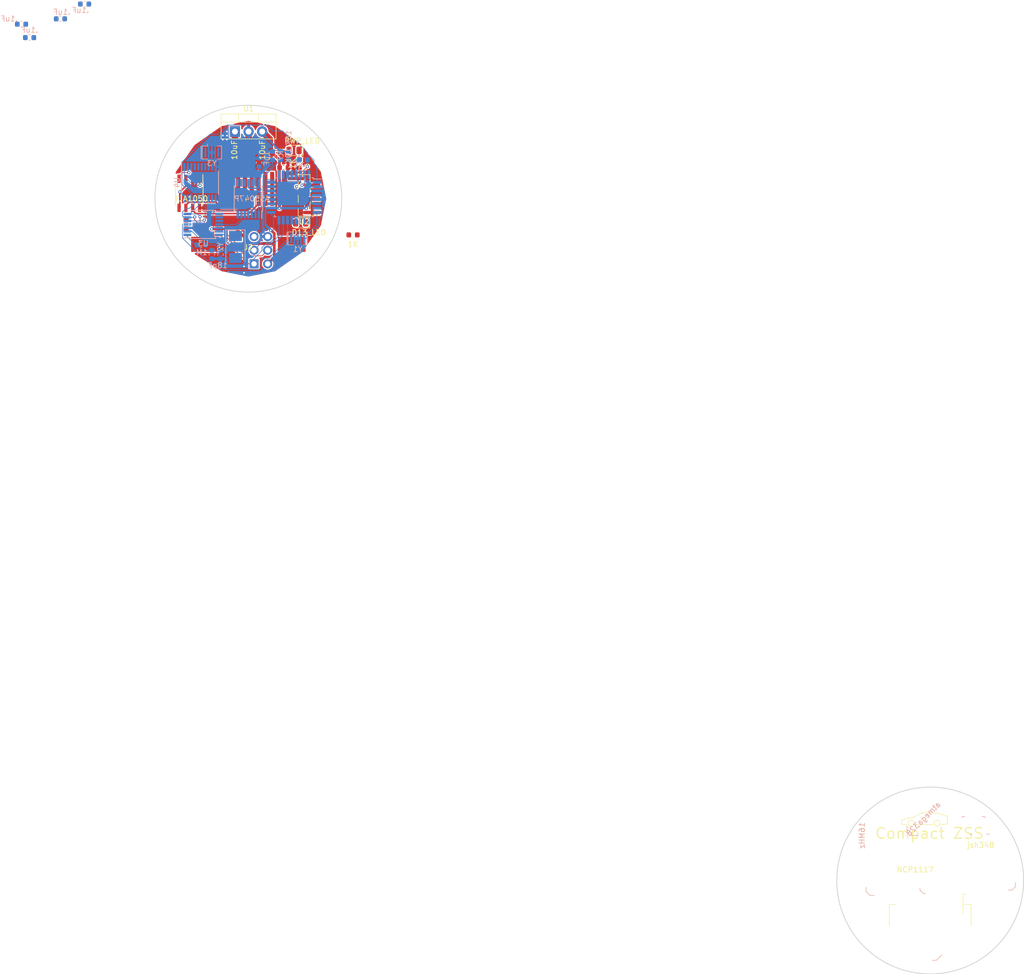
<source format=kicad_pcb>
(kicad_pcb (version 20171130) (host pcbnew "(5.1.0)-1")

  (general
    (thickness 1.6)
    (drawings 59)
    (tracks 283)
    (zones 0)
    (modules 32)
    (nets 31)
  )

  (page A4)
  (layers
    (0 F.Cu signal)
    (31 B.Cu signal)
    (32 B.Adhes user)
    (33 F.Adhes user)
    (34 B.Paste user)
    (35 F.Paste user)
    (36 B.SilkS user)
    (37 F.SilkS user)
    (38 B.Mask user)
    (39 F.Mask user)
    (40 Dwgs.User user)
    (41 Cmts.User user)
    (42 Eco1.User user)
    (43 Eco2.User user)
    (44 Edge.Cuts user)
    (45 Margin user)
    (46 B.CrtYd user)
    (47 F.CrtYd user)
    (48 B.Fab user)
    (49 F.Fab user)
  )

  (setup
    (last_trace_width 0.13)
    (user_trace_width 0.3)
    (user_trace_width 0.5)
    (user_trace_width 1.2)
    (trace_clearance 0.13)
    (zone_clearance 0.15)
    (zone_45_only no)
    (trace_min 0.13)
    (via_size 0.6)
    (via_drill 0.3)
    (via_min_size 0.6)
    (via_min_drill 0.3)
    (user_via 1.5 1)
    (uvia_size 0.3)
    (uvia_drill 0.1)
    (uvias_allowed no)
    (uvia_min_size 0.2)
    (uvia_min_drill 0.1)
    (edge_width 0.05)
    (segment_width 0.2)
    (pcb_text_width 0.3)
    (pcb_text_size 1.5 1.5)
    (mod_edge_width 0.12)
    (mod_text_size 1 1)
    (mod_text_width 0.15)
    (pad_size 1.524 1.524)
    (pad_drill 0.762)
    (pad_to_mask_clearance 0.051)
    (solder_mask_min_width 0.25)
    (aux_axis_origin 0 0)
    (visible_elements 7FFFFF7F)
    (pcbplotparams
      (layerselection 0x010fc_ffffffff)
      (usegerberextensions false)
      (usegerberattributes false)
      (usegerberadvancedattributes false)
      (creategerberjobfile false)
      (excludeedgelayer true)
      (linewidth 0.100000)
      (plotframeref false)
      (viasonmask false)
      (mode 1)
      (useauxorigin false)
      (hpglpennumber 1)
      (hpglpenspeed 20)
      (hpglpendiameter 15.000000)
      (psnegative false)
      (psa4output false)
      (plotreference true)
      (plotvalue true)
      (plotinvisibletext false)
      (padsonsilk false)
      (subtractmaskfromsilk false)
      (outputformat 1)
      (mirror false)
      (drillshape 0)
      (scaleselection 1)
      (outputdirectory "gerber/"))
  )

  (net 0 "")
  (net 1 GND)
  (net 2 +12V)
  (net 3 +5V)
  (net 4 "Net-(C3-Pad1)")
  (net 5 "Net-(C4-Pad1)")
  (net 6 "Net-(C7-Pad2)")
  (net 7 /RESET)
  (net 8 /D13,SCK)
  (net 9 /D12,MISO)
  (net 10 /D11,MOSI)
  (net 11 /D10)
  (net 12 /D3)
  (net 13 /CANH)
  (net 14 /CANL)
  (net 15 "Net-(R5-Pad2)")
  (net 16 "Net-(D1-Pad1)")
  (net 17 "Net-(D2-Pad1)")
  (net 18 "Net-(R6-Pad2)")
  (net 19 "Net-(R7-Pad1)")
  (net 20 "Net-(U3-Pad11)")
  (net 21 "Net-(U3-Pad12)")
  (net 22 "Net-(U4-Pad2)")
  (net 23 "Net-(U4-Pad1)")
  (net 24 /DTR)
  (net 25 "Net-(IC1-Pad31)")
  (net 26 "Net-(IC1-Pad30)")
  (net 27 "Net-(IC1-Pad8)")
  (net 28 "Net-(IC1-Pad7)")
  (net 29 "Net-(U4-Pad9)")
  (net 30 "Net-(U4-Pad8)")

  (net_class Default "This is the default net class."
    (clearance 0.13)
    (trace_width 0.13)
    (via_dia 0.6)
    (via_drill 0.3)
    (uvia_dia 0.3)
    (uvia_drill 0.1)
    (add_net +12V)
    (add_net +5V)
    (add_net /CANH)
    (add_net /CANL)
    (add_net /D10)
    (add_net /D11,MOSI)
    (add_net /D12,MISO)
    (add_net /D13,SCK)
    (add_net /D3)
    (add_net /DTR)
    (add_net /RESET)
    (add_net GND)
    (add_net "Net-(C3-Pad1)")
    (add_net "Net-(C4-Pad1)")
    (add_net "Net-(C7-Pad2)")
    (add_net "Net-(D1-Pad1)")
    (add_net "Net-(D2-Pad1)")
    (add_net "Net-(IC1-Pad30)")
    (add_net "Net-(IC1-Pad31)")
    (add_net "Net-(IC1-Pad7)")
    (add_net "Net-(IC1-Pad8)")
    (add_net "Net-(R5-Pad2)")
    (add_net "Net-(R6-Pad2)")
    (add_net "Net-(R7-Pad1)")
    (add_net "Net-(U3-Pad11)")
    (add_net "Net-(U3-Pad12)")
    (add_net "Net-(U4-Pad1)")
    (add_net "Net-(U4-Pad2)")
    (add_net "Net-(U4-Pad8)")
    (add_net "Net-(U4-Pad9)")
  )

  (module "ZSS:Molex 855025008 RJ45" (layer F.Cu) (tedit 5D711037) (tstamp 5D4DEBD2)
    (at 0 -5)
    (path /5D5281D7)
    (fp_text reference J2 (at 0 14.08) (layer F.SilkS)
      (effects (font (size 1 1) (thickness 0.15)))
    )
    (fp_text value RJ45 (at 0 -0.5) (layer F.Fab)
      (effects (font (size 1 1) (thickness 0.15)))
    )
    (fp_line (start -7.62 21.38) (end -7.62 1.38) (layer F.Fab) (width 0.12))
    (fp_line (start 7.62 21.38) (end -7.62 21.38) (layer F.Fab) (width 0.12))
    (fp_line (start 7.62 1.38) (end 7.62 21.38) (layer F.Fab) (width 0.12))
    (fp_line (start -7.62 1.38) (end 7.62 1.38) (layer F.Fab) (width 0.12))
    (pad ~ smd rect (at -5.5 14.9) (size 5.15 2.8) (drill (offset -2.575 -1.4)) (layers F.Cu F.Paste F.Mask))
    (pad ~ smd rect (at 5.5 14.9) (size 5.15 2.8) (drill (offset 2.575 -1.4)) (layers F.Cu F.Paste F.Mask))
    (pad 8 smd rect (at 4.445 0) (size 0.76 6.35) (drill (offset 0 3.175)) (layers F.Cu F.Paste F.Mask))
    (pad 7 smd rect (at 3.175 0) (size 0.76 6.35) (drill (offset 0 3.175)) (layers F.Cu F.Paste F.Mask))
    (pad 6 smd rect (at 1.905 0) (size 0.76 6.35) (drill (offset 0 3.175)) (layers F.Cu F.Paste F.Mask)
      (net 13 /CANH))
    (pad 5 smd rect (at 0.635 0) (size 0.76 6.35) (drill (offset 0 3.175)) (layers F.Cu F.Paste F.Mask)
      (net 1 GND))
    (pad 4 smd rect (at -0.635 0) (size 0.76 6.35) (drill (offset 0 3.175)) (layers F.Cu F.Paste F.Mask))
    (pad 3 smd rect (at -1.905 0) (size 0.76 6.35) (drill (offset 0 3.175)) (layers F.Cu F.Paste F.Mask)
      (net 14 /CANL))
    (pad 2 smd rect (at -3.175 0) (size 0.76 6.35) (drill (offset 0 3.175)) (layers F.Cu F.Paste F.Mask)
      (net 2 +12V))
    (pad 1 smd rect (at -4.445 0) (size 0.76 6.35) (drill (offset 0 3.175)) (layers F.Cu F.Paste F.Mask)
      (net 1 GND))
  )

  (module Connector_PinHeader_1.27mm:PinHeader_1x06_P1.27mm_Vertical_SMD_Pin1Left (layer F.Cu) (tedit 59FED6E3) (tstamp 5D734EBE)
    (at 10.4 -0.6 180)
    (descr "surface-mounted straight pin header, 1x06, 1.27mm pitch, single row, style 1 (pin 1 left)")
    (tags "Surface mounted pin header SMD 1x06 1.27mm single row style1 pin1 left")
    (path /5D759EA1)
    (attr smd)
    (fp_text reference U2 (at 0 -4.87 180) (layer F.SilkS)
      (effects (font (size 1 1) (thickness 0.15)))
    )
    (fp_text value FTDI (at 0 4.87 180) (layer F.Fab)
      (effects (font (size 1 1) (thickness 0.15)))
    )
    (fp_text user %R (at 0 0 270) (layer F.Fab)
      (effects (font (size 1 1) (thickness 0.15)))
    )
    (fp_line (start 3.5 -4.35) (end -3.5 -4.35) (layer F.CrtYd) (width 0.05))
    (fp_line (start 3.5 4.35) (end 3.5 -4.35) (layer F.CrtYd) (width 0.05))
    (fp_line (start -3.5 4.35) (end 3.5 4.35) (layer F.CrtYd) (width 0.05))
    (fp_line (start -3.5 -4.35) (end -3.5 4.35) (layer F.CrtYd) (width 0.05))
    (fp_line (start -1.11 2.49) (end -1.11 3.86) (layer F.SilkS) (width 0.12))
    (fp_line (start -1.11 -0.05) (end -1.11 1.32) (layer F.SilkS) (width 0.12))
    (fp_line (start -1.11 -2.59) (end -1.11 -1.22) (layer F.SilkS) (width 0.12))
    (fp_line (start 1.11 1.22) (end 1.11 2.59) (layer F.SilkS) (width 0.12))
    (fp_line (start 1.11 -1.32) (end 1.11 0.05) (layer F.SilkS) (width 0.12))
    (fp_line (start 1.11 3.76) (end 1.11 3.87) (layer F.SilkS) (width 0.12))
    (fp_line (start -1.11 -3.87) (end -1.11 -3.76) (layer F.SilkS) (width 0.12))
    (fp_line (start -1.11 -3.76) (end -2.94 -3.76) (layer F.SilkS) (width 0.12))
    (fp_line (start 1.11 -3.86) (end 1.11 -2.49) (layer F.SilkS) (width 0.12))
    (fp_line (start -1.11 3.87) (end 1.11 3.87) (layer F.SilkS) (width 0.12))
    (fp_line (start -1.11 -3.87) (end 1.11 -3.87) (layer F.SilkS) (width 0.12))
    (fp_line (start 2.5 3.375) (end 1.05 3.375) (layer F.Fab) (width 0.1))
    (fp_line (start 2.5 2.975) (end 2.5 3.375) (layer F.Fab) (width 0.1))
    (fp_line (start 1.05 2.975) (end 2.5 2.975) (layer F.Fab) (width 0.1))
    (fp_line (start 2.5 0.835) (end 1.05 0.835) (layer F.Fab) (width 0.1))
    (fp_line (start 2.5 0.435) (end 2.5 0.835) (layer F.Fab) (width 0.1))
    (fp_line (start 1.05 0.435) (end 2.5 0.435) (layer F.Fab) (width 0.1))
    (fp_line (start 2.5 -1.705) (end 1.05 -1.705) (layer F.Fab) (width 0.1))
    (fp_line (start 2.5 -2.105) (end 2.5 -1.705) (layer F.Fab) (width 0.1))
    (fp_line (start 1.05 -2.105) (end 2.5 -2.105) (layer F.Fab) (width 0.1))
    (fp_line (start -2.5 2.105) (end -1.05 2.105) (layer F.Fab) (width 0.1))
    (fp_line (start -2.5 1.705) (end -2.5 2.105) (layer F.Fab) (width 0.1))
    (fp_line (start -1.05 1.705) (end -2.5 1.705) (layer F.Fab) (width 0.1))
    (fp_line (start -2.5 -0.435) (end -1.05 -0.435) (layer F.Fab) (width 0.1))
    (fp_line (start -2.5 -0.835) (end -2.5 -0.435) (layer F.Fab) (width 0.1))
    (fp_line (start -1.05 -0.835) (end -2.5 -0.835) (layer F.Fab) (width 0.1))
    (fp_line (start -2.5 -2.975) (end -1.05 -2.975) (layer F.Fab) (width 0.1))
    (fp_line (start -2.5 -3.375) (end -2.5 -2.975) (layer F.Fab) (width 0.1))
    (fp_line (start -1.05 -3.375) (end -2.5 -3.375) (layer F.Fab) (width 0.1))
    (fp_line (start 1.05 -3.81) (end 1.05 3.81) (layer F.Fab) (width 0.1))
    (fp_line (start -1.05 -3.375) (end -0.615 -3.81) (layer F.Fab) (width 0.1))
    (fp_line (start -1.05 3.81) (end -1.05 -3.375) (layer F.Fab) (width 0.1))
    (fp_line (start -0.615 -3.81) (end 1.05 -3.81) (layer F.Fab) (width 0.1))
    (fp_line (start 1.05 3.81) (end -1.05 3.81) (layer F.Fab) (width 0.1))
    (pad 6 smd rect (at 1.5 3.175 180) (size 3 0.65) (layers F.Cu F.Paste F.Mask)
      (net 24 /DTR))
    (pad 4 smd rect (at 1.5 0.635 180) (size 3 0.65) (layers F.Cu F.Paste F.Mask)
      (net 26 "Net-(IC1-Pad30)"))
    (pad 2 smd rect (at 1.5 -1.905 180) (size 3 0.65) (layers F.Cu F.Paste F.Mask)
      (net 1 GND))
    (pad 5 smd rect (at -1.5 1.905 180) (size 3 0.65) (layers F.Cu F.Paste F.Mask)
      (net 25 "Net-(IC1-Pad31)"))
    (pad 3 smd rect (at -1.5 -0.635 180) (size 3 0.65) (layers F.Cu F.Paste F.Mask)
      (net 3 +5V))
    (pad 1 smd rect (at -1.5 -3.175 180) (size 3 0.65) (layers F.Cu F.Paste F.Mask)
      (net 1 GND))
    (model ${KISYS3DMOD}/Connector_PinHeader_1.27mm.3dshapes/PinHeader_1x06_P1.27mm_Vertical_SMD_Pin1Left.wrl
      (at (xyz 0 0 0))
      (scale (xyz 1 1 1))
      (rotate (xyz 0 0 0))
    )
  )

  (module Crystal:Resonator_SMD_muRata_CSTxExxV-3Pin_3.0x1.1mm (layer B.Cu) (tedit 5AD358ED) (tstamp 5D71B581)
    (at -6.8 -8.6)
    (descr "SMD Resomator/Filter Murata CSTCE, https://www.murata.com/en-eu/products/productdata/8801162264606/SPEC-CSTNE16M0VH3C000R0.pdf")
    (tags "SMD SMT ceramic resonator filter")
    (path /5D72675F)
    (attr smd)
    (fp_text reference Y3 (at 0 2) (layer B.SilkS)
      (effects (font (size 1 1) (thickness 0.15)) (justify mirror))
    )
    (fp_text value 20MHz (at 0 -1.8) (layer B.Fab)
      (effects (font (size 0.2 0.2) (thickness 0.03)) (justify mirror))
    )
    (fp_line (start -1.75 -1.2) (end -1.75 1.2) (layer B.CrtYd) (width 0.05))
    (fp_line (start 1.75 1.2) (end 1.75 -1.2) (layer B.CrtYd) (width 0.05))
    (fp_line (start -1.75 1.2) (end 1.75 1.2) (layer B.CrtYd) (width 0.05))
    (fp_line (start 1.75 -1.2) (end -1.75 -1.2) (layer B.CrtYd) (width 0.05))
    (fp_line (start -1.5 -0.3) (end -1.5 0.8) (layer B.Fab) (width 0.1))
    (fp_line (start -1 -0.8) (end 1.5 -0.8) (layer B.Fab) (width 0.1))
    (fp_line (start -1 -0.8) (end -1.5 -0.3) (layer B.Fab) (width 0.1))
    (fp_line (start 1.5 0.8) (end -1.5 0.8) (layer B.Fab) (width 0.1))
    (fp_line (start 1.5 -0.8) (end 1.5 0.8) (layer B.Fab) (width 0.1))
    (fp_line (start -2 -0.8) (end -2 -1.2) (layer B.SilkS) (width 0.12))
    (fp_line (start -1.8 -0.8) (end -1.8 -1.2) (layer B.SilkS) (width 0.12))
    (fp_line (start 1.8 -0.8) (end 1.8 -1.2) (layer B.SilkS) (width 0.12))
    (fp_line (start -2 1.2) (end -2 -0.8) (layer B.SilkS) (width 0.12))
    (fp_line (start -0.8 -1.2) (end -0.8 -1.6) (layer B.SilkS) (width 0.12))
    (fp_line (start -0.8 -1.2) (end -1.8 -1.2) (layer B.SilkS) (width 0.12))
    (fp_line (start -1.8 -0.8) (end -1.8 1.2) (layer B.SilkS) (width 0.12))
    (fp_line (start -1.8 1.2) (end -0.8 1.2) (layer B.SilkS) (width 0.12))
    (fp_line (start 1 1.2) (end 1.8 1.2) (layer B.SilkS) (width 0.12))
    (fp_line (start 1.8 1.2) (end 1.8 -0.8) (layer B.SilkS) (width 0.12))
    (fp_line (start 1.8 -1.2) (end 1 -1.2) (layer B.SilkS) (width 0.12))
    (fp_text user %R (at 0.1 0.05) (layer B.Fab)
      (effects (font (size 0.6 0.6) (thickness 0.08)) (justify mirror))
    )
    (pad 3 smd rect (at 1.2 0) (size 0.4 1.9) (layers B.Cu B.Paste B.Mask)
      (net 29 "Net-(U4-Pad9)"))
    (pad 2 smd rect (at 0 0) (size 0.4 1.9) (layers B.Cu B.Paste B.Mask)
      (net 1 GND))
    (pad 1 smd rect (at -1.2 0) (size 0.4 1.9) (layers B.Cu B.Paste B.Mask)
      (net 30 "Net-(U4-Pad8)"))
    (model ${KISYS3DMOD}/Crystal.3dshapes/Resonator_SMD_muRata_CSTxExxV-3Pin_3.0x1.1mm.wrl
      (at (xyz 0 0 0))
      (scale (xyz 1 1 1))
      (rotate (xyz 0 0 0))
    )
  )

  (module Package_SO:TSSOP-14_4.4x5mm_P0.65mm (layer B.Cu) (tedit 5A02F25C) (tstamp 5D4DF826)
    (at 0 0 90)
    (descr "14-Lead Plastic Thin Shrink Small Outline (ST)-4.4 mm Body [TSSOP] (see Microchip Packaging Specification 00000049BS.pdf)")
    (tags "SSOP 0.65")
    (path /5D4CF604)
    (attr smd)
    (fp_text reference U5 (at 0 3.55 90) (layer B.Fab)
      (effects (font (size 1 1) (thickness 0.15)) (justify mirror))
    )
    (fp_text value AS5047P (at 0 0.635 180) (layer B.SilkS)
      (effects (font (size 1 1) (thickness 0.15)) (justify mirror))
    )
    (fp_line (start -1.2 2.5) (end 2.2 2.5) (layer B.Fab) (width 0.15))
    (fp_line (start 2.2 2.5) (end 2.2 -2.5) (layer B.Fab) (width 0.15))
    (fp_line (start 2.2 -2.5) (end -2.2 -2.5) (layer B.Fab) (width 0.15))
    (fp_line (start -2.2 -2.5) (end -2.2 1.5) (layer B.Fab) (width 0.15))
    (fp_line (start -2.2 1.5) (end -1.2 2.5) (layer B.Fab) (width 0.15))
    (fp_line (start -3.95 2.8) (end -3.95 -2.8) (layer B.CrtYd) (width 0.05))
    (fp_line (start 3.95 2.8) (end 3.95 -2.8) (layer B.CrtYd) (width 0.05))
    (fp_line (start -3.95 2.8) (end 3.95 2.8) (layer B.CrtYd) (width 0.05))
    (fp_line (start -3.95 -2.8) (end 3.95 -2.8) (layer B.CrtYd) (width 0.05))
    (fp_line (start -2.325 2.625) (end -2.325 2.5) (layer B.SilkS) (width 0.15))
    (fp_line (start 2.325 2.625) (end 2.325 2.4) (layer B.SilkS) (width 0.15))
    (fp_line (start 2.325 -2.625) (end 2.325 -2.4) (layer B.SilkS) (width 0.15))
    (fp_line (start -2.325 -2.625) (end -2.325 -2.4) (layer B.SilkS) (width 0.15))
    (fp_line (start -2.325 2.625) (end 2.325 2.625) (layer B.SilkS) (width 0.15))
    (fp_line (start -2.325 -2.625) (end 2.325 -2.625) (layer B.SilkS) (width 0.15))
    (fp_line (start -2.325 2.5) (end -3.675 2.5) (layer B.SilkS) (width 0.15))
    (fp_text user %R (at 0 0 90) (layer B.Fab)
      (effects (font (size 0.8 0.8) (thickness 0.15)) (justify mirror))
    )
    (pad 1 smd rect (at -2.95 1.95 90) (size 1.45 0.45) (layers B.Cu B.Paste B.Mask)
      (net 18 "Net-(R6-Pad2)"))
    (pad 2 smd rect (at -2.95 1.3 90) (size 1.45 0.45) (layers B.Cu B.Paste B.Mask)
      (net 19 "Net-(R7-Pad1)"))
    (pad 3 smd rect (at -2.95 0.65 90) (size 1.45 0.45) (layers B.Cu B.Paste B.Mask))
    (pad 4 smd rect (at -2.95 0 90) (size 1.45 0.45) (layers B.Cu B.Paste B.Mask)
      (net 19 "Net-(R7-Pad1)"))
    (pad 5 smd rect (at -2.95 -0.65 90) (size 1.45 0.45) (layers B.Cu B.Paste B.Mask))
    (pad 6 smd rect (at -2.95 -1.3 90) (size 1.45 0.45) (layers B.Cu B.Paste B.Mask)
      (net 20 "Net-(U3-Pad11)"))
    (pad 7 smd rect (at -2.95 -1.95 90) (size 1.45 0.45) (layers B.Cu B.Paste B.Mask)
      (net 21 "Net-(U3-Pad12)"))
    (pad 8 smd rect (at 2.95 -1.95 90) (size 1.45 0.45) (layers B.Cu B.Paste B.Mask))
    (pad 9 smd rect (at 2.95 -1.3 90) (size 1.45 0.45) (layers B.Cu B.Paste B.Mask))
    (pad 10 smd rect (at 2.95 -0.65 90) (size 1.45 0.45) (layers B.Cu B.Paste B.Mask))
    (pad 11 smd rect (at 2.95 0 90) (size 1.45 0.45) (layers B.Cu B.Paste B.Mask)
      (net 3 +5V))
    (pad 12 smd rect (at 2.95 0.65 90) (size 1.45 0.45) (layers B.Cu B.Paste B.Mask)
      (net 6 "Net-(C7-Pad2)"))
    (pad 13 smd rect (at 2.95 1.3 90) (size 1.45 0.45) (layers B.Cu B.Paste B.Mask)
      (net 1 GND))
    (pad 14 smd rect (at 2.95 1.95 90) (size 1.45 0.45) (layers B.Cu B.Paste B.Mask)
      (net 3 +5V))
    (model ${KISYS3DMOD}/Package_SO.3dshapes/TSSOP-14_4.4x5mm_P0.65mm.wrl
      (at (xyz 0 0 0))
      (scale (xyz 1 1 1))
      (rotate (xyz 0 0 0))
    )
  )

  (module Connector_PinHeader_2.54mm:PinHeader_2x03_P2.54mm_Vertical (layer B.Cu) (tedit 5D4EE840) (tstamp 5D72FA99)
    (at 1.06 12.14)
    (descr "Through hole straight pin header, 2x03, 2.54mm pitch, double rows")
    (tags "Through hole pin header THT 2x03 2.54mm double row")
    (path /5D4456D5)
    (fp_text reference J1 (at 1.27 2.33 180) (layer B.SilkS) hide
      (effects (font (size 1 1) (thickness 0.15)) (justify mirror))
    )
    (fp_text value AVR-ISP-6 (at 1.27 -7.41 180) (layer B.Fab) hide
      (effects (font (size 1 1) (thickness 0.15)) (justify mirror))
    )
    (fp_line (start 0 1.27) (end 3.81 1.27) (layer B.Fab) (width 0.1))
    (fp_line (start 3.81 1.27) (end 3.81 -6.35) (layer B.Fab) (width 0.1))
    (fp_line (start 3.81 -6.35) (end -1.27 -6.35) (layer B.Fab) (width 0.1))
    (fp_line (start -1.27 -6.35) (end -1.27 0) (layer B.Fab) (width 0.1))
    (fp_line (start -1.27 0) (end 0 1.27) (layer B.Fab) (width 0.1))
    (fp_line (start -1.8 1.8) (end -1.8 -6.85) (layer B.CrtYd) (width 0.05))
    (fp_line (start -1.8 -6.85) (end 4.35 -6.85) (layer B.CrtYd) (width 0.05))
    (fp_line (start 4.35 -6.85) (end 4.35 1.8) (layer B.CrtYd) (width 0.05))
    (fp_line (start 4.35 1.8) (end -1.8 1.8) (layer B.CrtYd) (width 0.05))
    (fp_text user %R (at 1.27 -2.54 270) (layer B.Fab)
      (effects (font (size 1 1) (thickness 0.15)) (justify mirror))
    )
    (pad 1 thru_hole rect (at 0 0) (size 1.7 1.7) (drill 1) (layers *.Cu *.Mask)
      (net 9 /D12,MISO))
    (pad 2 thru_hole oval (at 2.54 0) (size 1.7 1.7) (drill 1) (layers *.Cu *.Mask)
      (net 3 +5V))
    (pad 3 thru_hole oval (at 0 -2.54) (size 1.7 1.7) (drill 1) (layers *.Cu *.Mask)
      (net 8 /D13,SCK))
    (pad 4 thru_hole oval (at 2.54 -2.54) (size 1.7 1.7) (drill 1) (layers *.Cu *.Mask)
      (net 10 /D11,MOSI))
    (pad 5 thru_hole oval (at 0 -5.08) (size 1.7 1.7) (drill 1) (layers *.Cu *.Mask)
      (net 7 /RESET))
    (pad 6 thru_hole oval (at 2.54 -5.08) (size 1.7 1.7) (drill 1) (layers *.Cu *.Mask)
      (net 1 GND))
    (model ${KISYS3DMOD}/Connector_PinHeader_2.54mm.3dshapes/PinHeader_2x03_P2.54mm_Vertical.wrl
      (at (xyz 0 0 0))
      (scale (xyz 1 1 1))
      (rotate (xyz 0 0 0))
    )
  )

  (module Package_SO:TSSOP-20_4.4x6.5mm_P0.65mm (layer B.Cu) (tedit 5A02F25C) (tstamp 5D71B4CF)
    (at -9 -3 270)
    (descr "20-Lead Plastic Thin Shrink Small Outline (ST)-4.4 mm Body [TSSOP] (see Microchip Packaging Specification 00000049BS.pdf)")
    (tags "SSOP 0.65")
    (path /5D717111)
    (attr smd)
    (fp_text reference U4 (at 0 4.3 270) (layer B.SilkS)
      (effects (font (size 1 1) (thickness 0.15)) (justify mirror))
    )
    (fp_text value MCP2515-xST (at 0 -4.3 270) (layer B.Fab)
      (effects (font (size 1 1) (thickness 0.15)) (justify mirror))
    )
    (fp_text user %R (at 0 0 270) (layer B.Fab)
      (effects (font (size 0.8 0.8) (thickness 0.15)) (justify mirror))
    )
    (fp_line (start -3.75 3.45) (end 2.225 3.45) (layer B.SilkS) (width 0.15))
    (fp_line (start -2.225 -3.45) (end 2.225 -3.45) (layer B.SilkS) (width 0.15))
    (fp_line (start -3.95 -3.55) (end 3.95 -3.55) (layer B.CrtYd) (width 0.05))
    (fp_line (start -3.95 3.55) (end 3.95 3.55) (layer B.CrtYd) (width 0.05))
    (fp_line (start 3.95 3.55) (end 3.95 -3.55) (layer B.CrtYd) (width 0.05))
    (fp_line (start -3.95 3.55) (end -3.95 -3.55) (layer B.CrtYd) (width 0.05))
    (fp_line (start -2.2 2.25) (end -1.2 3.25) (layer B.Fab) (width 0.15))
    (fp_line (start -2.2 -3.25) (end -2.2 2.25) (layer B.Fab) (width 0.15))
    (fp_line (start 2.2 -3.25) (end -2.2 -3.25) (layer B.Fab) (width 0.15))
    (fp_line (start 2.2 3.25) (end 2.2 -3.25) (layer B.Fab) (width 0.15))
    (fp_line (start -1.2 3.25) (end 2.2 3.25) (layer B.Fab) (width 0.15))
    (pad 20 smd rect (at 2.95 2.925 270) (size 1.45 0.45) (layers B.Cu B.Paste B.Mask)
      (net 3 +5V))
    (pad 19 smd rect (at 2.95 2.275 270) (size 1.45 0.45) (layers B.Cu B.Paste B.Mask)
      (net 15 "Net-(R5-Pad2)"))
    (pad 18 smd rect (at 2.95 1.625 270) (size 1.45 0.45) (layers B.Cu B.Paste B.Mask)
      (net 12 /D3))
    (pad 17 smd rect (at 2.95 0.975 270) (size 1.45 0.45) (layers B.Cu B.Paste B.Mask)
      (net 9 /D12,MISO))
    (pad 16 smd rect (at 2.95 0.325 270) (size 1.45 0.45) (layers B.Cu B.Paste B.Mask)
      (net 10 /D11,MOSI))
    (pad 15 smd rect (at 2.95 -0.325 270) (size 1.45 0.45) (layers B.Cu B.Paste B.Mask))
    (pad 14 smd rect (at 2.95 -0.975 270) (size 1.45 0.45) (layers B.Cu B.Paste B.Mask)
      (net 8 /D13,SCK))
    (pad 13 smd rect (at 2.95 -1.625 270) (size 1.45 0.45) (layers B.Cu B.Paste B.Mask))
    (pad 12 smd rect (at 2.95 -2.275 270) (size 1.45 0.45) (layers B.Cu B.Paste B.Mask))
    (pad 11 smd rect (at 2.95 -2.925 270) (size 1.45 0.45) (layers B.Cu B.Paste B.Mask))
    (pad 10 smd rect (at -2.95 -2.925 270) (size 1.45 0.45) (layers B.Cu B.Paste B.Mask)
      (net 1 GND))
    (pad 9 smd rect (at -2.95 -2.275 270) (size 1.45 0.45) (layers B.Cu B.Paste B.Mask)
      (net 29 "Net-(U4-Pad9)"))
    (pad 8 smd rect (at -2.95 -1.625 270) (size 1.45 0.45) (layers B.Cu B.Paste B.Mask)
      (net 30 "Net-(U4-Pad8)"))
    (pad 7 smd rect (at -2.95 -0.975 270) (size 1.45 0.45) (layers B.Cu B.Paste B.Mask))
    (pad 6 smd rect (at -2.95 -0.325 270) (size 1.45 0.45) (layers B.Cu B.Paste B.Mask))
    (pad 5 smd rect (at -2.95 0.325 270) (size 1.45 0.45) (layers B.Cu B.Paste B.Mask))
    (pad 4 smd rect (at -2.95 0.975 270) (size 1.45 0.45) (layers B.Cu B.Paste B.Mask))
    (pad 3 smd rect (at -2.95 1.625 270) (size 1.45 0.45) (layers B.Cu B.Paste B.Mask))
    (pad 2 smd rect (at -2.95 2.275 270) (size 1.45 0.45) (layers B.Cu B.Paste B.Mask)
      (net 22 "Net-(U4-Pad2)"))
    (pad 1 smd rect (at -2.95 2.925 270) (size 1.45 0.45) (layers B.Cu B.Paste B.Mask)
      (net 23 "Net-(U4-Pad1)"))
    (model ${KISYS3DMOD}/Package_SO.3dshapes/TSSOP-20_4.4x6.5mm_P0.65mm.wrl
      (at (xyz 0 0 0))
      (scale (xyz 1 1 1))
      (rotate (xyz 0 0 0))
    )
  )

  (module Resistor_SMD:R_0603_1608Metric (layer B.Cu) (tedit 5B301BBD) (tstamp 5D732E9C)
    (at 4.5 -8 90)
    (descr "Resistor SMD 0603 (1608 Metric), square (rectangular) end terminal, IPC_7351 nominal, (Body size source: http://www.tortai-tech.com/upload/download/2011102023233369053.pdf), generated with kicad-footprint-generator")
    (tags resistor)
    (path /5D4F5498)
    (attr smd)
    (fp_text reference R7 (at 0 1.43 90) (layer B.SilkS)
      (effects (font (size 1 1) (thickness 0.15)) (justify mirror))
    )
    (fp_text value 10K (at 0 -1.43 90) (layer B.Fab)
      (effects (font (size 1 1) (thickness 0.15)) (justify mirror))
    )
    (fp_text user %R (at 0 0 90) (layer B.Fab)
      (effects (font (size 0.4 0.4) (thickness 0.06)) (justify mirror))
    )
    (fp_line (start 1.48 -0.73) (end -1.48 -0.73) (layer B.CrtYd) (width 0.05))
    (fp_line (start 1.48 0.73) (end 1.48 -0.73) (layer B.CrtYd) (width 0.05))
    (fp_line (start -1.48 0.73) (end 1.48 0.73) (layer B.CrtYd) (width 0.05))
    (fp_line (start -1.48 -0.73) (end -1.48 0.73) (layer B.CrtYd) (width 0.05))
    (fp_line (start -0.162779 -0.51) (end 0.162779 -0.51) (layer B.SilkS) (width 0.12))
    (fp_line (start -0.162779 0.51) (end 0.162779 0.51) (layer B.SilkS) (width 0.12))
    (fp_line (start 0.8 -0.4) (end -0.8 -0.4) (layer B.Fab) (width 0.1))
    (fp_line (start 0.8 0.4) (end 0.8 -0.4) (layer B.Fab) (width 0.1))
    (fp_line (start -0.8 0.4) (end 0.8 0.4) (layer B.Fab) (width 0.1))
    (fp_line (start -0.8 -0.4) (end -0.8 0.4) (layer B.Fab) (width 0.1))
    (pad 2 smd roundrect (at 0.7875 0 90) (size 0.875 0.95) (layers B.Cu B.Paste B.Mask) (roundrect_rratio 0.25)
      (net 1 GND))
    (pad 1 smd roundrect (at -0.7875 0 90) (size 0.875 0.95) (layers B.Cu B.Paste B.Mask) (roundrect_rratio 0.25)
      (net 19 "Net-(R7-Pad1)"))
    (model ${KISYS3DMOD}/Resistor_SMD.3dshapes/R_0603_1608Metric.wrl
      (at (xyz 0 0 0))
      (scale (xyz 1 1 1))
      (rotate (xyz 0 0 0))
    )
  )

  (module Crystal:Crystal_SMD_Abracon_ABM3-2Pin_5.0x3.2mm (layer B.Cu) (tedit 5D713143) (tstamp 5D71B565)
    (at -2.4 9 270)
    (descr "Abracon Miniature Ceramic Smd Crystal ABM3 http://www.abracon.com/Resonators/abm3.pdf, 5.0x3.2mm^2 package")
    (tags "SMD SMT crystal")
    (path /5D73B9B9)
    (attr smd)
    (fp_text reference Y2 (at 0 2.8 270) (layer B.SilkS)
      (effects (font (size 1 1) (thickness 0.15)) (justify mirror))
    )
    (fp_text value 40MHz (at 0 -2.8 270) (layer B.Fab)
      (effects (font (size 1 1) (thickness 0.15)) (justify mirror))
    )
    (fp_line (start 3.3 1.9) (end -3.3 1.9) (layer B.CrtYd) (width 0.05))
    (fp_line (start 3.3 -1.9) (end 3.3 1.9) (layer B.CrtYd) (width 0.05))
    (fp_line (start -3.3 -1.9) (end 3.3 -1.9) (layer B.CrtYd) (width 0.05))
    (fp_line (start -3.3 1.9) (end -3.3 -1.9) (layer B.CrtYd) (width 0.05))
    (fp_line (start -3.2 -1.8) (end 2.7 -1.8) (layer B.SilkS) (width 0.12))
    (fp_line (start -3.2 1.8) (end -3.2 -1.8) (layer B.SilkS) (width 0.12))
    (fp_line (start 2.7 1.8) (end -3.2 1.8) (layer B.SilkS) (width 0.12))
    (fp_line (start -2.5 -0.6) (end -1.5 -1.6) (layer B.Fab) (width 0.1))
    (fp_line (start -2.5 1.4) (end -2.3 1.6) (layer B.Fab) (width 0.1))
    (fp_line (start -2.5 -1.4) (end -2.5 1.4) (layer B.Fab) (width 0.1))
    (fp_line (start -2.3 -1.6) (end -2.5 -1.4) (layer B.Fab) (width 0.1))
    (fp_line (start 2.3 -1.6) (end -2.3 -1.6) (layer B.Fab) (width 0.1))
    (fp_line (start 2.5 -1.4) (end 2.3 -1.6) (layer B.Fab) (width 0.1))
    (fp_line (start 2.5 1.4) (end 2.5 -1.4) (layer B.Fab) (width 0.1))
    (fp_line (start 2.3 1.6) (end 2.5 1.4) (layer B.Fab) (width 0.1))
    (fp_line (start -2.3 1.6) (end 2.3 1.6) (layer B.Fab) (width 0.1))
    (fp_text user %R (at 0 0 270) (layer B.Fab)
      (effects (font (size 1 1) (thickness 0.15)) (justify mirror))
    )
    (pad 2 smd rect (at 2.05 0 270) (size 1.9 2.4) (layers B.Cu B.Paste B.Mask)
      (net 5 "Net-(C4-Pad1)"))
    (pad 1 smd rect (at -2.05 0 270) (size 1.9 2.4) (layers B.Cu B.Paste B.Mask)
      (net 4 "Net-(C3-Pad1)"))
    (model ${KISYS3DMOD}/Crystal.3dshapes/Crystal_SMD_Abracon_ABM3-2Pin_5.0x3.2mm.wrl
      (at (xyz 0 0 0))
      (scale (xyz 1 1 1))
      (rotate (xyz 0 0 0))
    )
  )

  (module Package_SO:TSSOP-14_4.4x5mm_P0.65mm (layer B.Cu) (tedit 5A02F25C) (tstamp 5D72AA83)
    (at -8.4 4.8)
    (descr "14-Lead Plastic Thin Shrink Small Outline (ST)-4.4 mm Body [TSSOP] (see Microchip Packaging Specification 00000049BS.pdf)")
    (tags "SSOP 0.65")
    (path /5D455878)
    (attr smd)
    (fp_text reference U3 (at 0 3.55) (layer B.SilkS)
      (effects (font (size 1 1) (thickness 0.15)) (justify mirror))
    )
    (fp_text value LS7366R (at 0 -3.55) (layer B.Fab)
      (effects (font (size 1 1) (thickness 0.15)) (justify mirror))
    )
    (fp_text user %R (at 0 0) (layer B.Fab)
      (effects (font (size 0.8 0.8) (thickness 0.15)) (justify mirror))
    )
    (fp_line (start -2.325 2.5) (end -3.675 2.5) (layer B.SilkS) (width 0.15))
    (fp_line (start -2.325 -2.625) (end 2.325 -2.625) (layer B.SilkS) (width 0.15))
    (fp_line (start -2.325 2.625) (end 2.325 2.625) (layer B.SilkS) (width 0.15))
    (fp_line (start -2.325 -2.625) (end -2.325 -2.4) (layer B.SilkS) (width 0.15))
    (fp_line (start 2.325 -2.625) (end 2.325 -2.4) (layer B.SilkS) (width 0.15))
    (fp_line (start 2.325 2.625) (end 2.325 2.4) (layer B.SilkS) (width 0.15))
    (fp_line (start -2.325 2.625) (end -2.325 2.5) (layer B.SilkS) (width 0.15))
    (fp_line (start -3.95 -2.8) (end 3.95 -2.8) (layer B.CrtYd) (width 0.05))
    (fp_line (start -3.95 2.8) (end 3.95 2.8) (layer B.CrtYd) (width 0.05))
    (fp_line (start 3.95 2.8) (end 3.95 -2.8) (layer B.CrtYd) (width 0.05))
    (fp_line (start -3.95 2.8) (end -3.95 -2.8) (layer B.CrtYd) (width 0.05))
    (fp_line (start -2.2 1.5) (end -1.2 2.5) (layer B.Fab) (width 0.15))
    (fp_line (start -2.2 -2.5) (end -2.2 1.5) (layer B.Fab) (width 0.15))
    (fp_line (start 2.2 -2.5) (end -2.2 -2.5) (layer B.Fab) (width 0.15))
    (fp_line (start 2.2 2.5) (end 2.2 -2.5) (layer B.Fab) (width 0.15))
    (fp_line (start -1.2 2.5) (end 2.2 2.5) (layer B.Fab) (width 0.15))
    (pad 14 smd rect (at 2.95 1.95) (size 1.45 0.45) (layers B.Cu B.Paste B.Mask)
      (net 3 +5V))
    (pad 13 smd rect (at 2.95 1.3) (size 1.45 0.45) (layers B.Cu B.Paste B.Mask))
    (pad 12 smd rect (at 2.95 0.65) (size 1.45 0.45) (layers B.Cu B.Paste B.Mask)
      (net 21 "Net-(U3-Pad12)"))
    (pad 11 smd rect (at 2.95 0) (size 1.45 0.45) (layers B.Cu B.Paste B.Mask)
      (net 20 "Net-(U3-Pad11)"))
    (pad 10 smd rect (at 2.95 -0.65) (size 1.45 0.45) (layers B.Cu B.Paste B.Mask))
    (pad 9 smd rect (at 2.95 -1.3) (size 1.45 0.45) (layers B.Cu B.Paste B.Mask))
    (pad 8 smd rect (at 2.95 -1.95) (size 1.45 0.45) (layers B.Cu B.Paste B.Mask))
    (pad 7 smd rect (at -2.95 -1.95) (size 1.45 0.45) (layers B.Cu B.Paste B.Mask)
      (net 10 /D11,MOSI))
    (pad 6 smd rect (at -2.95 -1.3) (size 1.45 0.45) (layers B.Cu B.Paste B.Mask)
      (net 9 /D12,MISO))
    (pad 5 smd rect (at -2.95 -0.65) (size 1.45 0.45) (layers B.Cu B.Paste B.Mask)
      (net 8 /D13,SCK))
    (pad 4 smd rect (at -2.95 0) (size 1.45 0.45) (layers B.Cu B.Paste B.Mask)
      (net 11 /D10))
    (pad 3 smd rect (at -2.95 0.65) (size 1.45 0.45) (layers B.Cu B.Paste B.Mask)
      (net 1 GND))
    (pad 2 smd rect (at -2.95 1.3) (size 1.45 0.45) (layers B.Cu B.Paste B.Mask)
      (net 4 "Net-(C3-Pad1)"))
    (pad 1 smd rect (at -2.95 1.95) (size 1.45 0.45) (layers B.Cu B.Paste B.Mask)
      (net 5 "Net-(C4-Pad1)"))
    (model ${KISYS3DMOD}/Package_SO.3dshapes/TSSOP-14_4.4x5mm_P0.65mm.wrl
      (at (xyz 0 0 0))
      (scale (xyz 1 1 1))
      (rotate (xyz 0 0 0))
    )
  )

  (module Crystal:Resonator_SMD_muRata_CSTxExxV-3Pin_3.0x1.1mm (layer B.Cu) (tedit 5AD358ED) (tstamp 5D4E8398)
    (at 9.2 7.4)
    (descr "SMD Resomator/Filter Murata CSTCE, https://www.murata.com/en-eu/products/productdata/8801162264606/SPEC-CSTNE16M0VH3C000R0.pdf")
    (tags "SMD SMT ceramic resonator filter")
    (path /5D50D825)
    (attr smd)
    (fp_text reference Y1 (at 0 2) (layer B.SilkS)
      (effects (font (size 1 1) (thickness 0.15)) (justify mirror))
    )
    (fp_text value 16MHz (at 0 -1.8) (layer B.Fab)
      (effects (font (size 0.2 0.2) (thickness 0.03)) (justify mirror))
    )
    (fp_line (start -1.75 -1.2) (end -1.75 1.2) (layer B.CrtYd) (width 0.05))
    (fp_line (start 1.75 1.2) (end 1.75 -1.2) (layer B.CrtYd) (width 0.05))
    (fp_line (start -1.75 1.2) (end 1.75 1.2) (layer B.CrtYd) (width 0.05))
    (fp_line (start 1.75 -1.2) (end -1.75 -1.2) (layer B.CrtYd) (width 0.05))
    (fp_line (start -1.5 -0.3) (end -1.5 0.8) (layer B.Fab) (width 0.1))
    (fp_line (start -1 -0.8) (end 1.5 -0.8) (layer B.Fab) (width 0.1))
    (fp_line (start -1 -0.8) (end -1.5 -0.3) (layer B.Fab) (width 0.1))
    (fp_line (start 1.5 0.8) (end -1.5 0.8) (layer B.Fab) (width 0.1))
    (fp_line (start 1.5 -0.8) (end 1.5 0.8) (layer B.Fab) (width 0.1))
    (fp_line (start -2 -0.8) (end -2 -1.2) (layer B.SilkS) (width 0.12))
    (fp_line (start -1.8 -0.8) (end -1.8 -1.2) (layer B.SilkS) (width 0.12))
    (fp_line (start 1.8 -0.8) (end 1.8 -1.2) (layer B.SilkS) (width 0.12))
    (fp_line (start -2 1.2) (end -2 -0.8) (layer B.SilkS) (width 0.12))
    (fp_line (start -0.8 -1.2) (end -0.8 -1.6) (layer B.SilkS) (width 0.12))
    (fp_line (start -0.8 -1.2) (end -1.8 -1.2) (layer B.SilkS) (width 0.12))
    (fp_line (start -1.8 -0.8) (end -1.8 1.2) (layer B.SilkS) (width 0.12))
    (fp_line (start -1.8 1.2) (end -0.8 1.2) (layer B.SilkS) (width 0.12))
    (fp_line (start 1 1.2) (end 1.8 1.2) (layer B.SilkS) (width 0.12))
    (fp_line (start 1.8 1.2) (end 1.8 -0.8) (layer B.SilkS) (width 0.12))
    (fp_line (start 1.8 -1.2) (end 1 -1.2) (layer B.SilkS) (width 0.12))
    (fp_text user %R (at 0.1 0.05) (layer B.Fab)
      (effects (font (size 0.6 0.6) (thickness 0.08)) (justify mirror))
    )
    (pad 3 smd rect (at 1.2 0) (size 0.4 1.9) (layers B.Cu B.Paste B.Mask)
      (net 28 "Net-(IC1-Pad7)"))
    (pad 2 smd rect (at 0 0) (size 0.4 1.9) (layers B.Cu B.Paste B.Mask)
      (net 1 GND))
    (pad 1 smd rect (at -1.2 0) (size 0.4 1.9) (layers B.Cu B.Paste B.Mask)
      (net 27 "Net-(IC1-Pad8)"))
    (model ${KISYS3DMOD}/Crystal.3dshapes/Resonator_SMD_muRata_CSTxExxV-3Pin_3.0x1.1mm.wrl
      (at (xyz 0 0 0))
      (scale (xyz 1 1 1))
      (rotate (xyz 0 0 0))
    )
  )

  (module Package_TO_SOT_THT:TO-220-3_Vertical (layer F.Cu) (tedit 5AC8BA0D) (tstamp 5D72EF5E)
    (at -2.5 -12.5)
    (descr "TO-220-3, Vertical, RM 2.54mm, see https://www.vishay.com/docs/66542/to-220-1.pdf")
    (tags "TO-220-3 Vertical RM 2.54mm")
    (path /5D74D832)
    (fp_text reference U1 (at 2.54 -4.27) (layer F.SilkS)
      (effects (font (size 1 1) (thickness 0.15)))
    )
    (fp_text value LM7805_TO220 (at 2.54 2.5) (layer F.Fab)
      (effects (font (size 1 1) (thickness 0.15)))
    )
    (fp_text user %R (at 2.54 -4.27) (layer F.Fab)
      (effects (font (size 1 1) (thickness 0.15)))
    )
    (fp_line (start 7.79 -3.4) (end -2.71 -3.4) (layer F.CrtYd) (width 0.05))
    (fp_line (start 7.79 1.51) (end 7.79 -3.4) (layer F.CrtYd) (width 0.05))
    (fp_line (start -2.71 1.51) (end 7.79 1.51) (layer F.CrtYd) (width 0.05))
    (fp_line (start -2.71 -3.4) (end -2.71 1.51) (layer F.CrtYd) (width 0.05))
    (fp_line (start 4.391 -3.27) (end 4.391 -1.76) (layer F.SilkS) (width 0.12))
    (fp_line (start 0.69 -3.27) (end 0.69 -1.76) (layer F.SilkS) (width 0.12))
    (fp_line (start -2.58 -1.76) (end 7.66 -1.76) (layer F.SilkS) (width 0.12))
    (fp_line (start 7.66 -3.27) (end 7.66 1.371) (layer F.SilkS) (width 0.12))
    (fp_line (start -2.58 -3.27) (end -2.58 1.371) (layer F.SilkS) (width 0.12))
    (fp_line (start -2.58 1.371) (end 7.66 1.371) (layer F.SilkS) (width 0.12))
    (fp_line (start -2.58 -3.27) (end 7.66 -3.27) (layer F.SilkS) (width 0.12))
    (fp_line (start 4.39 -3.15) (end 4.39 -1.88) (layer F.Fab) (width 0.1))
    (fp_line (start 0.69 -3.15) (end 0.69 -1.88) (layer F.Fab) (width 0.1))
    (fp_line (start -2.46 -1.88) (end 7.54 -1.88) (layer F.Fab) (width 0.1))
    (fp_line (start 7.54 -3.15) (end -2.46 -3.15) (layer F.Fab) (width 0.1))
    (fp_line (start 7.54 1.25) (end 7.54 -3.15) (layer F.Fab) (width 0.1))
    (fp_line (start -2.46 1.25) (end 7.54 1.25) (layer F.Fab) (width 0.1))
    (fp_line (start -2.46 -3.15) (end -2.46 1.25) (layer F.Fab) (width 0.1))
    (pad 3 thru_hole oval (at 5.08 0) (size 1.905 2) (drill 1.1) (layers *.Cu *.Mask)
      (net 3 +5V))
    (pad 2 thru_hole oval (at 2.54 0) (size 1.905 2) (drill 1.1) (layers *.Cu *.Mask)
      (net 1 GND))
    (pad 1 thru_hole rect (at 0 0) (size 1.905 2) (drill 1.1) (layers *.Cu *.Mask)
      (net 2 +12V))
    (model ${KISYS3DMOD}/Package_TO_SOT_THT.3dshapes/TO-220-3_Vertical.wrl
      (at (xyz 0 0 0))
      (scale (xyz 1 1 1))
      (rotate (xyz 0 0 0))
    )
  )

  (module Package_QFP:TQFP-32_7x7mm_P0.8mm (layer B.Cu) (tedit 5A02F146) (tstamp 5D72E835)
    (at 8.5 -0.25 180)
    (descr "32-Lead Plastic Thin Quad Flatpack (PT) - 7x7x1.0 mm Body, 2.00 mm [TQFP] (see Microchip Packaging Specification 00000049BS.pdf)")
    (tags "QFP 0.8")
    (path /5D74BDEC)
    (attr smd)
    (fp_text reference IC1 (at 0 6.05 180) (layer B.SilkS)
      (effects (font (size 1 1) (thickness 0.15)) (justify mirror))
    )
    (fp_text value ATMEGA328P-AU (at 0 -6.05 180) (layer B.Fab)
      (effects (font (size 1 1) (thickness 0.15)) (justify mirror))
    )
    (fp_text user %R (at 0 0 180) (layer B.Fab)
      (effects (font (size 1 1) (thickness 0.15)) (justify mirror))
    )
    (fp_line (start -2.5 3.5) (end 3.5 3.5) (layer B.Fab) (width 0.15))
    (fp_line (start 3.5 3.5) (end 3.5 -3.5) (layer B.Fab) (width 0.15))
    (fp_line (start 3.5 -3.5) (end -3.5 -3.5) (layer B.Fab) (width 0.15))
    (fp_line (start -3.5 -3.5) (end -3.5 2.5) (layer B.Fab) (width 0.15))
    (fp_line (start -3.5 2.5) (end -2.5 3.5) (layer B.Fab) (width 0.15))
    (fp_line (start -5.3 5.3) (end -5.3 -5.3) (layer B.CrtYd) (width 0.05))
    (fp_line (start 5.3 5.3) (end 5.3 -5.3) (layer B.CrtYd) (width 0.05))
    (fp_line (start -5.3 5.3) (end 5.3 5.3) (layer B.CrtYd) (width 0.05))
    (fp_line (start -5.3 -5.3) (end 5.3 -5.3) (layer B.CrtYd) (width 0.05))
    (fp_line (start -3.625 3.625) (end -3.625 3.4) (layer B.SilkS) (width 0.15))
    (fp_line (start 3.625 3.625) (end 3.625 3.3) (layer B.SilkS) (width 0.15))
    (fp_line (start 3.625 -3.625) (end 3.625 -3.3) (layer B.SilkS) (width 0.15))
    (fp_line (start -3.625 -3.625) (end -3.625 -3.3) (layer B.SilkS) (width 0.15))
    (fp_line (start -3.625 3.625) (end -3.3 3.625) (layer B.SilkS) (width 0.15))
    (fp_line (start -3.625 -3.625) (end -3.3 -3.625) (layer B.SilkS) (width 0.15))
    (fp_line (start 3.625 -3.625) (end 3.3 -3.625) (layer B.SilkS) (width 0.15))
    (fp_line (start 3.625 3.625) (end 3.3 3.625) (layer B.SilkS) (width 0.15))
    (fp_line (start -3.625 3.4) (end -5.05 3.4) (layer B.SilkS) (width 0.15))
    (pad 1 smd rect (at -4.25 2.8 180) (size 1.6 0.55) (layers B.Cu B.Paste B.Mask)
      (net 12 /D3))
    (pad 2 smd rect (at -4.25 2 180) (size 1.6 0.55) (layers B.Cu B.Paste B.Mask))
    (pad 3 smd rect (at -4.25 1.2 180) (size 1.6 0.55) (layers B.Cu B.Paste B.Mask)
      (net 1 GND))
    (pad 4 smd rect (at -4.25 0.4 180) (size 1.6 0.55) (layers B.Cu B.Paste B.Mask)
      (net 3 +5V))
    (pad 5 smd rect (at -4.25 -0.4 180) (size 1.6 0.55) (layers B.Cu B.Paste B.Mask)
      (net 1 GND))
    (pad 6 smd rect (at -4.25 -1.2 180) (size 1.6 0.55) (layers B.Cu B.Paste B.Mask)
      (net 3 +5V))
    (pad 7 smd rect (at -4.25 -2 180) (size 1.6 0.55) (layers B.Cu B.Paste B.Mask)
      (net 28 "Net-(IC1-Pad7)"))
    (pad 8 smd rect (at -4.25 -2.8 180) (size 1.6 0.55) (layers B.Cu B.Paste B.Mask)
      (net 27 "Net-(IC1-Pad8)"))
    (pad 9 smd rect (at -2.8 -4.25 90) (size 1.6 0.55) (layers B.Cu B.Paste B.Mask))
    (pad 10 smd rect (at -2 -4.25 90) (size 1.6 0.55) (layers B.Cu B.Paste B.Mask))
    (pad 11 smd rect (at -1.2 -4.25 90) (size 1.6 0.55) (layers B.Cu B.Paste B.Mask))
    (pad 12 smd rect (at -0.4 -4.25 90) (size 1.6 0.55) (layers B.Cu B.Paste B.Mask))
    (pad 13 smd rect (at 0.4 -4.25 90) (size 1.6 0.55) (layers B.Cu B.Paste B.Mask))
    (pad 14 smd rect (at 1.2 -4.25 90) (size 1.6 0.55) (layers B.Cu B.Paste B.Mask)
      (net 11 /D10))
    (pad 15 smd rect (at 2 -4.25 90) (size 1.6 0.55) (layers B.Cu B.Paste B.Mask)
      (net 10 /D11,MOSI))
    (pad 16 smd rect (at 2.8 -4.25 90) (size 1.6 0.55) (layers B.Cu B.Paste B.Mask)
      (net 9 /D12,MISO))
    (pad 17 smd rect (at 4.25 -2.8 180) (size 1.6 0.55) (layers B.Cu B.Paste B.Mask)
      (net 8 /D13,SCK))
    (pad 18 smd rect (at 4.25 -2 180) (size 1.6 0.55) (layers B.Cu B.Paste B.Mask)
      (net 3 +5V))
    (pad 19 smd rect (at 4.25 -1.2 180) (size 1.6 0.55) (layers B.Cu B.Paste B.Mask))
    (pad 20 smd rect (at 4.25 -0.4 180) (size 1.6 0.55) (layers B.Cu B.Paste B.Mask))
    (pad 21 smd rect (at 4.25 0.4 180) (size 1.6 0.55) (layers B.Cu B.Paste B.Mask)
      (net 1 GND))
    (pad 22 smd rect (at 4.25 1.2 180) (size 1.6 0.55) (layers B.Cu B.Paste B.Mask))
    (pad 23 smd rect (at 4.25 2 180) (size 1.6 0.55) (layers B.Cu B.Paste B.Mask))
    (pad 24 smd rect (at 4.25 2.8 180) (size 1.6 0.55) (layers B.Cu B.Paste B.Mask))
    (pad 25 smd rect (at 2.8 4.25 90) (size 1.6 0.55) (layers B.Cu B.Paste B.Mask))
    (pad 26 smd rect (at 2 4.25 90) (size 1.6 0.55) (layers B.Cu B.Paste B.Mask))
    (pad 27 smd rect (at 1.2 4.25 90) (size 1.6 0.55) (layers B.Cu B.Paste B.Mask))
    (pad 28 smd rect (at 0.4 4.25 90) (size 1.6 0.55) (layers B.Cu B.Paste B.Mask))
    (pad 29 smd rect (at -0.4 4.25 90) (size 1.6 0.55) (layers B.Cu B.Paste B.Mask)
      (net 7 /RESET))
    (pad 30 smd rect (at -1.2 4.25 90) (size 1.6 0.55) (layers B.Cu B.Paste B.Mask)
      (net 26 "Net-(IC1-Pad30)"))
    (pad 31 smd rect (at -2 4.25 90) (size 1.6 0.55) (layers B.Cu B.Paste B.Mask)
      (net 25 "Net-(IC1-Pad31)"))
    (pad 32 smd rect (at -2.8 4.25 90) (size 1.6 0.55) (layers B.Cu B.Paste B.Mask))
    (model ${KISYS3DMOD}/Package_QFP.3dshapes/TQFP-32_7x7mm_P0.8mm.wrl
      (at (xyz 0 0 0))
      (scale (xyz 1 1 1))
      (rotate (xyz 0 0 0))
    )
  )

  (module Capacitor_SMD:C_0603_1608Metric (layer B.Cu) (tedit 5B301BBE) (tstamp 5D71B1C6)
    (at 10.2 -7.2)
    (descr "Capacitor SMD 0603 (1608 Metric), square (rectangular) end terminal, IPC_7351 nominal, (Body size source: http://www.tortai-tech.com/upload/download/2011102023233369053.pdf), generated with kicad-footprint-generator")
    (tags capacitor)
    (path /5D7E7EAD)
    (attr smd)
    (fp_text reference C5 (at 0 1.43) (layer B.SilkS)
      (effects (font (size 1 1) (thickness 0.15)) (justify mirror))
    )
    (fp_text value .1uF (at 0 -1.43) (layer B.Fab)
      (effects (font (size 1 1) (thickness 0.15)) (justify mirror))
    )
    (fp_text user %R (at 0 0) (layer B.Fab)
      (effects (font (size 0.4 0.4) (thickness 0.06)) (justify mirror))
    )
    (fp_line (start 1.48 -0.73) (end -1.48 -0.73) (layer B.CrtYd) (width 0.05))
    (fp_line (start 1.48 0.73) (end 1.48 -0.73) (layer B.CrtYd) (width 0.05))
    (fp_line (start -1.48 0.73) (end 1.48 0.73) (layer B.CrtYd) (width 0.05))
    (fp_line (start -1.48 -0.73) (end -1.48 0.73) (layer B.CrtYd) (width 0.05))
    (fp_line (start -0.162779 -0.51) (end 0.162779 -0.51) (layer B.SilkS) (width 0.12))
    (fp_line (start -0.162779 0.51) (end 0.162779 0.51) (layer B.SilkS) (width 0.12))
    (fp_line (start 0.8 -0.4) (end -0.8 -0.4) (layer B.Fab) (width 0.1))
    (fp_line (start 0.8 0.4) (end 0.8 -0.4) (layer B.Fab) (width 0.1))
    (fp_line (start -0.8 0.4) (end 0.8 0.4) (layer B.Fab) (width 0.1))
    (fp_line (start -0.8 -0.4) (end -0.8 0.4) (layer B.Fab) (width 0.1))
    (pad 2 smd roundrect (at 0.7875 0) (size 0.875 0.95) (layers B.Cu B.Paste B.Mask) (roundrect_rratio 0.25)
      (net 24 /DTR))
    (pad 1 smd roundrect (at -0.7875 0) (size 0.875 0.95) (layers B.Cu B.Paste B.Mask) (roundrect_rratio 0.25)
      (net 7 /RESET))
    (model ${KISYS3DMOD}/Capacitor_SMD.3dshapes/C_0603_1608Metric.wrl
      (at (xyz 0 0 0))
      (scale (xyz 1 1 1))
      (rotate (xyz 0 0 0))
    )
  )

  (module Capacitor_SMD:C_0603_1608Metric (layer B.Cu) (tedit 5B301BBE) (tstamp 5D4DF783)
    (at -40.75 -30)
    (descr "Capacitor SMD 0603 (1608 Metric), square (rectangular) end terminal, IPC_7351 nominal, (Body size source: http://www.tortai-tech.com/upload/download/2011102023233369053.pdf), generated with kicad-footprint-generator")
    (tags capacitor)
    (path /5D5599BA)
    (attr smd)
    (fp_text reference C12 (at 0 1.43) (layer B.SilkS) hide
      (effects (font (size 1 1) (thickness 0.15)) (justify mirror))
    )
    (fp_text value .1uF (at 0 -1.43) (layer B.SilkS)
      (effects (font (size 1 1) (thickness 0.15)) (justify mirror))
    )
    (fp_text user %R (at 0 0) (layer B.Fab)
      (effects (font (size 0.4 0.4) (thickness 0.06)) (justify mirror))
    )
    (fp_line (start 1.48 -0.73) (end -1.48 -0.73) (layer B.CrtYd) (width 0.05))
    (fp_line (start 1.48 0.73) (end 1.48 -0.73) (layer B.CrtYd) (width 0.05))
    (fp_line (start -1.48 0.73) (end 1.48 0.73) (layer B.CrtYd) (width 0.05))
    (fp_line (start -1.48 -0.73) (end -1.48 0.73) (layer B.CrtYd) (width 0.05))
    (fp_line (start -0.162779 -0.51) (end 0.162779 -0.51) (layer B.SilkS) (width 0.12))
    (fp_line (start -0.162779 0.51) (end 0.162779 0.51) (layer B.SilkS) (width 0.12))
    (fp_line (start 0.8 -0.4) (end -0.8 -0.4) (layer B.Fab) (width 0.1))
    (fp_line (start 0.8 0.4) (end 0.8 -0.4) (layer B.Fab) (width 0.1))
    (fp_line (start -0.8 0.4) (end 0.8 0.4) (layer B.Fab) (width 0.1))
    (fp_line (start -0.8 -0.4) (end -0.8 0.4) (layer B.Fab) (width 0.1))
    (pad 2 smd roundrect (at 0.7875 0) (size 0.875 0.95) (layers B.Cu B.Paste B.Mask) (roundrect_rratio 0.25)
      (net 1 GND))
    (pad 1 smd roundrect (at -0.7875 0) (size 0.875 0.95) (layers B.Cu B.Paste B.Mask) (roundrect_rratio 0.25)
      (net 3 +5V))
    (model ${KISYS3DMOD}/Capacitor_SMD.3dshapes/C_0603_1608Metric.wrl
      (at (xyz 0 0 0))
      (scale (xyz 1 1 1))
      (rotate (xyz 0 0 0))
    )
  )

  (module Capacitor_SMD:C_0603_1608Metric (layer B.Cu) (tedit 5B301BBE) (tstamp 5D4DF774)
    (at -35 -33.5 180)
    (descr "Capacitor SMD 0603 (1608 Metric), square (rectangular) end terminal, IPC_7351 nominal, (Body size source: http://www.tortai-tech.com/upload/download/2011102023233369053.pdf), generated with kicad-footprint-generator")
    (tags capacitor)
    (path /5D5813D1)
    (attr smd)
    (fp_text reference C11 (at 0 1.43) (layer B.SilkS) hide
      (effects (font (size 1 1) (thickness 0.15)) (justify mirror))
    )
    (fp_text value .1uF (at -0.254 1.27) (layer B.SilkS)
      (effects (font (size 1 1) (thickness 0.15)) (justify mirror))
    )
    (fp_text user %R (at 0 0) (layer B.Fab)
      (effects (font (size 0.4 0.4) (thickness 0.06)) (justify mirror))
    )
    (fp_line (start 1.48 -0.73) (end -1.48 -0.73) (layer B.CrtYd) (width 0.05))
    (fp_line (start 1.48 0.73) (end 1.48 -0.73) (layer B.CrtYd) (width 0.05))
    (fp_line (start -1.48 0.73) (end 1.48 0.73) (layer B.CrtYd) (width 0.05))
    (fp_line (start -1.48 -0.73) (end -1.48 0.73) (layer B.CrtYd) (width 0.05))
    (fp_line (start -0.162779 -0.51) (end 0.162779 -0.51) (layer B.SilkS) (width 0.12))
    (fp_line (start -0.162779 0.51) (end 0.162779 0.51) (layer B.SilkS) (width 0.12))
    (fp_line (start 0.8 -0.4) (end -0.8 -0.4) (layer B.Fab) (width 0.1))
    (fp_line (start 0.8 0.4) (end 0.8 -0.4) (layer B.Fab) (width 0.1))
    (fp_line (start -0.8 0.4) (end 0.8 0.4) (layer B.Fab) (width 0.1))
    (fp_line (start -0.8 -0.4) (end -0.8 0.4) (layer B.Fab) (width 0.1))
    (pad 2 smd roundrect (at 0.7875 0 180) (size 0.875 0.95) (layers B.Cu B.Paste B.Mask) (roundrect_rratio 0.25)
      (net 1 GND))
    (pad 1 smd roundrect (at -0.7875 0 180) (size 0.875 0.95) (layers B.Cu B.Paste B.Mask) (roundrect_rratio 0.25)
      (net 3 +5V))
    (model ${KISYS3DMOD}/Capacitor_SMD.3dshapes/C_0603_1608Metric.wrl
      (at (xyz 0 0 0))
      (scale (xyz 1 1 1))
      (rotate (xyz 0 0 0))
    )
  )

  (module Capacitor_SMD:C_0603_1608Metric (layer B.Cu) (tedit 5B301BBE) (tstamp 5D4DF765)
    (at -42.25 -32.5 180)
    (descr "Capacitor SMD 0603 (1608 Metric), square (rectangular) end terminal, IPC_7351 nominal, (Body size source: http://www.tortai-tech.com/upload/download/2011102023233369053.pdf), generated with kicad-footprint-generator")
    (tags capacitor)
    (path /5D57B5D9)
    (attr smd)
    (fp_text reference C10 (at 0 1.43) (layer B.SilkS) hide
      (effects (font (size 1 1) (thickness 0.15)) (justify mirror))
    )
    (fp_text value .1uF (at 2.286 1.016) (layer B.SilkS)
      (effects (font (size 1 1) (thickness 0.15)) (justify mirror))
    )
    (fp_text user %R (at 0 0) (layer B.Fab)
      (effects (font (size 0.4 0.4) (thickness 0.06)) (justify mirror))
    )
    (fp_line (start 1.48 -0.73) (end -1.48 -0.73) (layer B.CrtYd) (width 0.05))
    (fp_line (start 1.48 0.73) (end 1.48 -0.73) (layer B.CrtYd) (width 0.05))
    (fp_line (start -1.48 0.73) (end 1.48 0.73) (layer B.CrtYd) (width 0.05))
    (fp_line (start -1.48 -0.73) (end -1.48 0.73) (layer B.CrtYd) (width 0.05))
    (fp_line (start -0.162779 -0.51) (end 0.162779 -0.51) (layer B.SilkS) (width 0.12))
    (fp_line (start -0.162779 0.51) (end 0.162779 0.51) (layer B.SilkS) (width 0.12))
    (fp_line (start 0.8 -0.4) (end -0.8 -0.4) (layer B.Fab) (width 0.1))
    (fp_line (start 0.8 0.4) (end 0.8 -0.4) (layer B.Fab) (width 0.1))
    (fp_line (start -0.8 0.4) (end 0.8 0.4) (layer B.Fab) (width 0.1))
    (fp_line (start -0.8 -0.4) (end -0.8 0.4) (layer B.Fab) (width 0.1))
    (pad 2 smd roundrect (at 0.7875 0 180) (size 0.875 0.95) (layers B.Cu B.Paste B.Mask) (roundrect_rratio 0.25)
      (net 1 GND))
    (pad 1 smd roundrect (at -0.7875 0 180) (size 0.875 0.95) (layers B.Cu B.Paste B.Mask) (roundrect_rratio 0.25)
      (net 3 +5V))
    (model ${KISYS3DMOD}/Capacitor_SMD.3dshapes/C_0603_1608Metric.wrl
      (at (xyz 0 0 0))
      (scale (xyz 1 1 1))
      (rotate (xyz 0 0 0))
    )
  )

  (module Capacitor_SMD:C_0603_1608Metric (layer B.Cu) (tedit 5B301BBE) (tstamp 5D4DF756)
    (at -30.5 -36.25)
    (descr "Capacitor SMD 0603 (1608 Metric), square (rectangular) end terminal, IPC_7351 nominal, (Body size source: http://www.tortai-tech.com/upload/download/2011102023233369053.pdf), generated with kicad-footprint-generator")
    (tags capacitor)
    (path /5D56B9D9)
    (attr smd)
    (fp_text reference C9 (at 0 1.43) (layer B.SilkS) hide
      (effects (font (size 1 1) (thickness 0.15)) (justify mirror))
    )
    (fp_text value .1uF (at -0.762 1.143) (layer B.SilkS)
      (effects (font (size 1 1) (thickness 0.15)) (justify mirror))
    )
    (fp_text user %R (at 0 0) (layer B.Fab)
      (effects (font (size 0.4 0.4) (thickness 0.06)) (justify mirror))
    )
    (fp_line (start 1.48 -0.73) (end -1.48 -0.73) (layer B.CrtYd) (width 0.05))
    (fp_line (start 1.48 0.73) (end 1.48 -0.73) (layer B.CrtYd) (width 0.05))
    (fp_line (start -1.48 0.73) (end 1.48 0.73) (layer B.CrtYd) (width 0.05))
    (fp_line (start -1.48 -0.73) (end -1.48 0.73) (layer B.CrtYd) (width 0.05))
    (fp_line (start -0.162779 -0.51) (end 0.162779 -0.51) (layer B.SilkS) (width 0.12))
    (fp_line (start -0.162779 0.51) (end 0.162779 0.51) (layer B.SilkS) (width 0.12))
    (fp_line (start 0.8 -0.4) (end -0.8 -0.4) (layer B.Fab) (width 0.1))
    (fp_line (start 0.8 0.4) (end 0.8 -0.4) (layer B.Fab) (width 0.1))
    (fp_line (start -0.8 0.4) (end 0.8 0.4) (layer B.Fab) (width 0.1))
    (fp_line (start -0.8 -0.4) (end -0.8 0.4) (layer B.Fab) (width 0.1))
    (pad 2 smd roundrect (at 0.7875 0) (size 0.875 0.95) (layers B.Cu B.Paste B.Mask) (roundrect_rratio 0.25)
      (net 1 GND))
    (pad 1 smd roundrect (at -0.7875 0) (size 0.875 0.95) (layers B.Cu B.Paste B.Mask) (roundrect_rratio 0.25)
      (net 3 +5V))
    (model ${KISYS3DMOD}/Capacitor_SMD.3dshapes/C_0603_1608Metric.wrl
      (at (xyz 0 0 0))
      (scale (xyz 1 1 1))
      (rotate (xyz 0 0 0))
    )
  )

  (module Capacitor_SMD:C_0603_1608Metric (layer F.Cu) (tedit 5B301BBE) (tstamp 5D4E618E)
    (at 6.6 -5.8)
    (descr "Capacitor SMD 0603 (1608 Metric), square (rectangular) end terminal, IPC_7351 nominal, (Body size source: http://www.tortai-tech.com/upload/download/2011102023233369053.pdf), generated with kicad-footprint-generator")
    (tags capacitor)
    (path /5D5747B5)
    (attr smd)
    (fp_text reference C8 (at 0 -1.43 180) (layer F.SilkS) hide
      (effects (font (size 1 1) (thickness 0.15)))
    )
    (fp_text value .1uF (at 0 -1.27 180) (layer F.SilkS) hide
      (effects (font (size 1 1) (thickness 0.15)))
    )
    (fp_text user %R (at 0 0 180) (layer F.Fab)
      (effects (font (size 0.4 0.4) (thickness 0.06)))
    )
    (fp_line (start 1.48 0.73) (end -1.48 0.73) (layer F.CrtYd) (width 0.05))
    (fp_line (start 1.48 -0.73) (end 1.48 0.73) (layer F.CrtYd) (width 0.05))
    (fp_line (start -1.48 -0.73) (end 1.48 -0.73) (layer F.CrtYd) (width 0.05))
    (fp_line (start -1.48 0.73) (end -1.48 -0.73) (layer F.CrtYd) (width 0.05))
    (fp_line (start -0.162779 0.51) (end 0.162779 0.51) (layer F.SilkS) (width 0.12))
    (fp_line (start -0.162779 -0.51) (end 0.162779 -0.51) (layer F.SilkS) (width 0.12))
    (fp_line (start 0.8 0.4) (end -0.8 0.4) (layer F.Fab) (width 0.1))
    (fp_line (start 0.8 -0.4) (end 0.8 0.4) (layer F.Fab) (width 0.1))
    (fp_line (start -0.8 -0.4) (end 0.8 -0.4) (layer F.Fab) (width 0.1))
    (fp_line (start -0.8 0.4) (end -0.8 -0.4) (layer F.Fab) (width 0.1))
    (pad 2 smd roundrect (at 0.7875 0) (size 0.875 0.95) (layers F.Cu F.Paste F.Mask) (roundrect_rratio 0.25)
      (net 1 GND))
    (pad 1 smd roundrect (at -0.7875 0) (size 0.875 0.95) (layers F.Cu F.Paste F.Mask) (roundrect_rratio 0.25)
      (net 3 +5V))
    (model ${KISYS3DMOD}/Capacitor_SMD.3dshapes/C_0603_1608Metric.wrl
      (at (xyz 0 0 0))
      (scale (xyz 1 1 1))
      (rotate (xyz 0 0 0))
    )
  )

  (module Capacitor_SMD:C_0603_1608Metric (layer B.Cu) (tedit 5B301BBE) (tstamp 5D4E25EF)
    (at 2 -6.75 270)
    (descr "Capacitor SMD 0603 (1608 Metric), square (rectangular) end terminal, IPC_7351 nominal, (Body size source: http://www.tortai-tech.com/upload/download/2011102023233369053.pdf), generated with kicad-footprint-generator")
    (tags capacitor)
    (path /5D4F0CFA)
    (attr smd)
    (fp_text reference C7 (at 0 1.43 270) (layer B.SilkS) hide
      (effects (font (size 1 1) (thickness 0.15)) (justify mirror))
    )
    (fp_text value 1uF (at -0.762 -1.43 270) (layer B.SilkS)
      (effects (font (size 1 1) (thickness 0.15)) (justify mirror))
    )
    (fp_text user %R (at 0 0 270) (layer B.Fab)
      (effects (font (size 0.4 0.4) (thickness 0.06)) (justify mirror))
    )
    (fp_line (start 1.48 -0.73) (end -1.48 -0.73) (layer B.CrtYd) (width 0.05))
    (fp_line (start 1.48 0.73) (end 1.48 -0.73) (layer B.CrtYd) (width 0.05))
    (fp_line (start -1.48 0.73) (end 1.48 0.73) (layer B.CrtYd) (width 0.05))
    (fp_line (start -1.48 -0.73) (end -1.48 0.73) (layer B.CrtYd) (width 0.05))
    (fp_line (start -0.162779 -0.51) (end 0.162779 -0.51) (layer B.SilkS) (width 0.12))
    (fp_line (start -0.162779 0.51) (end 0.162779 0.51) (layer B.SilkS) (width 0.12))
    (fp_line (start 0.8 -0.4) (end -0.8 -0.4) (layer B.Fab) (width 0.1))
    (fp_line (start 0.8 0.4) (end 0.8 -0.4) (layer B.Fab) (width 0.1))
    (fp_line (start -0.8 0.4) (end 0.8 0.4) (layer B.Fab) (width 0.1))
    (fp_line (start -0.8 -0.4) (end -0.8 0.4) (layer B.Fab) (width 0.1))
    (pad 2 smd roundrect (at 0.7875 0 270) (size 0.875 0.95) (layers B.Cu B.Paste B.Mask) (roundrect_rratio 0.25)
      (net 6 "Net-(C7-Pad2)"))
    (pad 1 smd roundrect (at -0.7875 0 270) (size 0.875 0.95) (layers B.Cu B.Paste B.Mask) (roundrect_rratio 0.25)
      (net 1 GND))
    (model ${KISYS3DMOD}/Capacitor_SMD.3dshapes/C_0603_1608Metric.wrl
      (at (xyz 0 0 0))
      (scale (xyz 1 1 1))
      (rotate (xyz 0 0 0))
    )
  )

  (module Capacitor_SMD:C_0603_1608Metric (layer B.Cu) (tedit 5B301BBE) (tstamp 5D4DF70B)
    (at -6.8 10.4 270)
    (descr "Capacitor SMD 0603 (1608 Metric), square (rectangular) end terminal, IPC_7351 nominal, (Body size source: http://www.tortai-tech.com/upload/download/2011102023233369053.pdf), generated with kicad-footprint-generator")
    (tags capacitor)
    (path /5D49FA7B)
    (attr smd)
    (fp_text reference C4 (at 0 1.43 90) (layer B.SilkS) hide
      (effects (font (size 1 1) (thickness 0.15)) (justify mirror))
    )
    (fp_text value 18pF (at 0 -1.43 90) (layer B.Fab) hide
      (effects (font (size 1 1) (thickness 0.15)) (justify mirror))
    )
    (fp_text user %R (at 0 0 90) (layer B.Fab)
      (effects (font (size 0.4 0.4) (thickness 0.06)) (justify mirror))
    )
    (fp_line (start 1.48 -0.73) (end -1.48 -0.73) (layer B.CrtYd) (width 0.05))
    (fp_line (start 1.48 0.73) (end 1.48 -0.73) (layer B.CrtYd) (width 0.05))
    (fp_line (start -1.48 0.73) (end 1.48 0.73) (layer B.CrtYd) (width 0.05))
    (fp_line (start -1.48 -0.73) (end -1.48 0.73) (layer B.CrtYd) (width 0.05))
    (fp_line (start -0.162779 -0.51) (end 0.162779 -0.51) (layer B.SilkS) (width 0.12))
    (fp_line (start -0.162779 0.51) (end 0.162779 0.51) (layer B.SilkS) (width 0.12))
    (fp_line (start 0.8 -0.4) (end -0.8 -0.4) (layer B.Fab) (width 0.1))
    (fp_line (start 0.8 0.4) (end 0.8 -0.4) (layer B.Fab) (width 0.1))
    (fp_line (start -0.8 0.4) (end 0.8 0.4) (layer B.Fab) (width 0.1))
    (fp_line (start -0.8 -0.4) (end -0.8 0.4) (layer B.Fab) (width 0.1))
    (pad 2 smd roundrect (at 0.7875 0 270) (size 0.875 0.95) (layers B.Cu B.Paste B.Mask) (roundrect_rratio 0.25)
      (net 1 GND))
    (pad 1 smd roundrect (at -0.7875 0 270) (size 0.875 0.95) (layers B.Cu B.Paste B.Mask) (roundrect_rratio 0.25)
      (net 5 "Net-(C4-Pad1)"))
    (model ${KISYS3DMOD}/Capacitor_SMD.3dshapes/C_0603_1608Metric.wrl
      (at (xyz 0 0 0))
      (scale (xyz 1 1 1))
      (rotate (xyz 0 0 0))
    )
  )

  (module Capacitor_SMD:C_0603_1608Metric (layer B.Cu) (tedit 5B301BBE) (tstamp 5D4DF6FC)
    (at -5.2 10.4 270)
    (descr "Capacitor SMD 0603 (1608 Metric), square (rectangular) end terminal, IPC_7351 nominal, (Body size source: http://www.tortai-tech.com/upload/download/2011102023233369053.pdf), generated with kicad-footprint-generator")
    (tags capacitor)
    (path /5D49F03F)
    (attr smd)
    (fp_text reference C3 (at 0 1.43 90) (layer B.SilkS) hide
      (effects (font (size 1 1) (thickness 0.15)) (justify mirror))
    )
    (fp_text value 18pF (at 2.032 0.508 180) (layer B.SilkS)
      (effects (font (size 1 1) (thickness 0.15)) (justify mirror))
    )
    (fp_text user %R (at 0 0 90) (layer B.Fab)
      (effects (font (size 0.4 0.4) (thickness 0.06)) (justify mirror))
    )
    (fp_line (start 1.48 -0.73) (end -1.48 -0.73) (layer B.CrtYd) (width 0.05))
    (fp_line (start 1.48 0.73) (end 1.48 -0.73) (layer B.CrtYd) (width 0.05))
    (fp_line (start -1.48 0.73) (end 1.48 0.73) (layer B.CrtYd) (width 0.05))
    (fp_line (start -1.48 -0.73) (end -1.48 0.73) (layer B.CrtYd) (width 0.05))
    (fp_line (start -0.162779 -0.51) (end 0.162779 -0.51) (layer B.SilkS) (width 0.12))
    (fp_line (start -0.162779 0.51) (end 0.162779 0.51) (layer B.SilkS) (width 0.12))
    (fp_line (start 0.8 -0.4) (end -0.8 -0.4) (layer B.Fab) (width 0.1))
    (fp_line (start 0.8 0.4) (end 0.8 -0.4) (layer B.Fab) (width 0.1))
    (fp_line (start -0.8 0.4) (end 0.8 0.4) (layer B.Fab) (width 0.1))
    (fp_line (start -0.8 -0.4) (end -0.8 0.4) (layer B.Fab) (width 0.1))
    (pad 2 smd roundrect (at 0.7875 0 270) (size 0.875 0.95) (layers B.Cu B.Paste B.Mask) (roundrect_rratio 0.25)
      (net 1 GND))
    (pad 1 smd roundrect (at -0.7875 0 270) (size 0.875 0.95) (layers B.Cu B.Paste B.Mask) (roundrect_rratio 0.25)
      (net 4 "Net-(C3-Pad1)"))
    (model ${KISYS3DMOD}/Capacitor_SMD.3dshapes/C_0603_1608Metric.wrl
      (at (xyz 0 0 0))
      (scale (xyz 1 1 1))
      (rotate (xyz 0 0 0))
    )
  )

  (module Resistor_SMD:R_0603_1608Metric (layer B.Cu) (tedit 5B301BBD) (tstamp 5D4DF8BB)
    (at 6 -8 270)
    (descr "Resistor SMD 0603 (1608 Metric), square (rectangular) end terminal, IPC_7351 nominal, (Body size source: http://www.tortai-tech.com/upload/download/2011102023233369053.pdf), generated with kicad-footprint-generator")
    (tags resistor)
    (path /5D66A17E)
    (attr smd)
    (fp_text reference R6 (at 0 1.43 270) (layer B.SilkS) hide
      (effects (font (size 1 1) (thickness 0.15)) (justify mirror))
    )
    (fp_text value 10K (at 0 -1.43 270) (layer B.SilkS)
      (effects (font (size 1 1) (thickness 0.15)) (justify mirror))
    )
    (fp_text user %R (at 0 0 270) (layer B.Fab)
      (effects (font (size 0.4 0.4) (thickness 0.06)) (justify mirror))
    )
    (fp_line (start 1.48 -0.73) (end -1.48 -0.73) (layer B.CrtYd) (width 0.05))
    (fp_line (start 1.48 0.73) (end 1.48 -0.73) (layer B.CrtYd) (width 0.05))
    (fp_line (start -1.48 0.73) (end 1.48 0.73) (layer B.CrtYd) (width 0.05))
    (fp_line (start -1.48 -0.73) (end -1.48 0.73) (layer B.CrtYd) (width 0.05))
    (fp_line (start -0.162779 -0.51) (end 0.162779 -0.51) (layer B.SilkS) (width 0.12))
    (fp_line (start -0.162779 0.51) (end 0.162779 0.51) (layer B.SilkS) (width 0.12))
    (fp_line (start 0.8 -0.4) (end -0.8 -0.4) (layer B.Fab) (width 0.1))
    (fp_line (start 0.8 0.4) (end 0.8 -0.4) (layer B.Fab) (width 0.1))
    (fp_line (start -0.8 0.4) (end 0.8 0.4) (layer B.Fab) (width 0.1))
    (fp_line (start -0.8 -0.4) (end -0.8 0.4) (layer B.Fab) (width 0.1))
    (pad 2 smd roundrect (at 0.7875 0 270) (size 0.875 0.95) (layers B.Cu B.Paste B.Mask) (roundrect_rratio 0.25)
      (net 18 "Net-(R6-Pad2)"))
    (pad 1 smd roundrect (at -0.7875 0 270) (size 0.875 0.95) (layers B.Cu B.Paste B.Mask) (roundrect_rratio 0.25)
      (net 3 +5V))
    (model ${KISYS3DMOD}/Resistor_SMD.3dshapes/R_0603_1608Metric.wrl
      (at (xyz 0 0 0))
      (scale (xyz 1 1 1))
      (rotate (xyz 0 0 0))
    )
  )

  (module Resistor_SMD:R_0603_1608Metric (layer F.Cu) (tedit 5B301BBD) (tstamp 5D4F786D)
    (at -11.6 4.8 270)
    (descr "Resistor SMD 0603 (1608 Metric), square (rectangular) end terminal, IPC_7351 nominal, (Body size source: http://www.tortai-tech.com/upload/download/2011102023233369053.pdf), generated with kicad-footprint-generator")
    (tags resistor)
    (path /5D4A40B4)
    (attr smd)
    (fp_text reference R5 (at 0 -1.43 90) (layer F.SilkS) hide
      (effects (font (size 1 1) (thickness 0.15)))
    )
    (fp_text value 10K (at 0 1.43 90) (layer F.Fab) hide
      (effects (font (size 1 1) (thickness 0.15)))
    )
    (fp_text user %R (at 0 0 90) (layer F.Fab)
      (effects (font (size 0.4 0.4) (thickness 0.06)))
    )
    (fp_line (start 1.48 0.73) (end -1.48 0.73) (layer F.CrtYd) (width 0.05))
    (fp_line (start 1.48 -0.73) (end 1.48 0.73) (layer F.CrtYd) (width 0.05))
    (fp_line (start -1.48 -0.73) (end 1.48 -0.73) (layer F.CrtYd) (width 0.05))
    (fp_line (start -1.48 0.73) (end -1.48 -0.73) (layer F.CrtYd) (width 0.05))
    (fp_line (start -0.162779 0.51) (end 0.162779 0.51) (layer F.SilkS) (width 0.12))
    (fp_line (start -0.162779 -0.51) (end 0.162779 -0.51) (layer F.SilkS) (width 0.12))
    (fp_line (start 0.8 0.4) (end -0.8 0.4) (layer F.Fab) (width 0.1))
    (fp_line (start 0.8 -0.4) (end 0.8 0.4) (layer F.Fab) (width 0.1))
    (fp_line (start -0.8 -0.4) (end 0.8 -0.4) (layer F.Fab) (width 0.1))
    (fp_line (start -0.8 0.4) (end -0.8 -0.4) (layer F.Fab) (width 0.1))
    (pad 2 smd roundrect (at 0.7875 0 270) (size 0.875 0.95) (layers F.Cu F.Paste F.Mask) (roundrect_rratio 0.25)
      (net 15 "Net-(R5-Pad2)"))
    (pad 1 smd roundrect (at -0.7875 0 270) (size 0.875 0.95) (layers F.Cu F.Paste F.Mask) (roundrect_rratio 0.25)
      (net 3 +5V))
    (model ${KISYS3DMOD}/Resistor_SMD.3dshapes/R_0603_1608Metric.wrl
      (at (xyz 0 0 0))
      (scale (xyz 1 1 1))
      (rotate (xyz 0 0 0))
    )
  )

  (module Resistor_SMD:R_0603_1608Metric (layer B.Cu) (tedit 5B301BBD) (tstamp 5D733C7F)
    (at -8.8 8.6)
    (descr "Resistor SMD 0603 (1608 Metric), square (rectangular) end terminal, IPC_7351 nominal, (Body size source: http://www.tortai-tech.com/upload/download/2011102023233369053.pdf), generated with kicad-footprint-generator")
    (tags resistor)
    (path /5D4A05EA)
    (attr smd)
    (fp_text reference R4 (at 0 1.43) (layer B.SilkS) hide
      (effects (font (size 1 1) (thickness 0.15)) (justify mirror))
    )
    (fp_text value 1M (at 0.127 1.397) (layer B.SilkS)
      (effects (font (size 1 1) (thickness 0.15)) (justify mirror))
    )
    (fp_line (start -0.8 -0.4) (end -0.8 0.4) (layer B.Fab) (width 0.1))
    (fp_line (start -0.8 0.4) (end 0.8 0.4) (layer B.Fab) (width 0.1))
    (fp_line (start 0.8 0.4) (end 0.8 -0.4) (layer B.Fab) (width 0.1))
    (fp_line (start 0.8 -0.4) (end -0.8 -0.4) (layer B.Fab) (width 0.1))
    (fp_line (start -0.162779 0.51) (end 0.162779 0.51) (layer B.SilkS) (width 0.12))
    (fp_line (start -0.162779 -0.51) (end 0.162779 -0.51) (layer B.SilkS) (width 0.12))
    (fp_line (start -1.48 -0.73) (end -1.48 0.73) (layer B.CrtYd) (width 0.05))
    (fp_line (start -1.48 0.73) (end 1.48 0.73) (layer B.CrtYd) (width 0.05))
    (fp_line (start 1.48 0.73) (end 1.48 -0.73) (layer B.CrtYd) (width 0.05))
    (fp_line (start 1.48 -0.73) (end -1.48 -0.73) (layer B.CrtYd) (width 0.05))
    (fp_text user %R (at 0 0) (layer B.Fab)
      (effects (font (size 0.4 0.4) (thickness 0.06)) (justify mirror))
    )
    (pad 1 smd roundrect (at -0.7875 0) (size 0.875 0.95) (layers B.Cu B.Paste B.Mask) (roundrect_rratio 0.25)
      (net 5 "Net-(C4-Pad1)"))
    (pad 2 smd roundrect (at 0.7875 0) (size 0.875 0.95) (layers B.Cu B.Paste B.Mask) (roundrect_rratio 0.25)
      (net 4 "Net-(C3-Pad1)"))
    (model ${KISYS3DMOD}/Resistor_SMD.3dshapes/R_0603_1608Metric.wrl
      (at (xyz 0 0 0))
      (scale (xyz 1 1 1))
      (rotate (xyz 0 0 0))
    )
  )

  (module Resistor_SMD:R_0603_1608Metric (layer F.Cu) (tedit 5B301BBD) (tstamp 5D4EC53E)
    (at 19.5 6.75 180)
    (descr "Resistor SMD 0603 (1608 Metric), square (rectangular) end terminal, IPC_7351 nominal, (Body size source: http://www.tortai-tech.com/upload/download/2011102023233369053.pdf), generated with kicad-footprint-generator")
    (tags resistor)
    (path /5D509B73)
    (attr smd)
    (fp_text reference R3 (at 0 -1.43) (layer F.SilkS) hide
      (effects (font (size 1 1) (thickness 0.15)))
    )
    (fp_text value 1K (at 0 -1.75 180) (layer F.SilkS)
      (effects (font (size 1 1) (thickness 0.15)))
    )
    (fp_text user %R (at 0 0) (layer F.Fab)
      (effects (font (size 0.4 0.4) (thickness 0.06)))
    )
    (fp_line (start 1.48 0.73) (end -1.48 0.73) (layer F.CrtYd) (width 0.05))
    (fp_line (start 1.48 -0.73) (end 1.48 0.73) (layer F.CrtYd) (width 0.05))
    (fp_line (start -1.48 -0.73) (end 1.48 -0.73) (layer F.CrtYd) (width 0.05))
    (fp_line (start -1.48 0.73) (end -1.48 -0.73) (layer F.CrtYd) (width 0.05))
    (fp_line (start -0.162779 0.51) (end 0.162779 0.51) (layer F.SilkS) (width 0.12))
    (fp_line (start -0.162779 -0.51) (end 0.162779 -0.51) (layer F.SilkS) (width 0.12))
    (fp_line (start 0.8 0.4) (end -0.8 0.4) (layer F.Fab) (width 0.1))
    (fp_line (start 0.8 -0.4) (end 0.8 0.4) (layer F.Fab) (width 0.1))
    (fp_line (start -0.8 -0.4) (end 0.8 -0.4) (layer F.Fab) (width 0.1))
    (fp_line (start -0.8 0.4) (end -0.8 -0.4) (layer F.Fab) (width 0.1))
    (pad 2 smd roundrect (at 0.7875 0 180) (size 0.875 0.95) (layers F.Cu F.Paste F.Mask) (roundrect_rratio 0.25)
      (net 1 GND))
    (pad 1 smd roundrect (at -0.7875 0 180) (size 0.875 0.95) (layers F.Cu F.Paste F.Mask) (roundrect_rratio 0.25)
      (net 17 "Net-(D2-Pad1)"))
    (model ${KISYS3DMOD}/Resistor_SMD.3dshapes/R_0603_1608Metric.wrl
      (at (xyz 0 0 0))
      (scale (xyz 1 1 1))
      (rotate (xyz 0 0 0))
    )
  )

  (module Resistor_SMD:R_0603_1608Metric (layer F.Cu) (tedit 5B301BBD) (tstamp 5D4DF87F)
    (at 9.5 -6.5 90)
    (descr "Resistor SMD 0603 (1608 Metric), square (rectangular) end terminal, IPC_7351 nominal, (Body size source: http://www.tortai-tech.com/upload/download/2011102023233369053.pdf), generated with kicad-footprint-generator")
    (tags resistor)
    (path /5D51724C)
    (attr smd)
    (fp_text reference R2 (at 0 -1.43 90) (layer F.SilkS) hide
      (effects (font (size 1 1) (thickness 0.15)))
    )
    (fp_text value 1K (at 0 -1.27 90) (layer F.SilkS)
      (effects (font (size 1 1) (thickness 0.15)))
    )
    (fp_text user %R (at 0 0 90) (layer F.Fab)
      (effects (font (size 0.4 0.4) (thickness 0.06)))
    )
    (fp_line (start 1.48 0.73) (end -1.48 0.73) (layer F.CrtYd) (width 0.05))
    (fp_line (start 1.48 -0.73) (end 1.48 0.73) (layer F.CrtYd) (width 0.05))
    (fp_line (start -1.48 -0.73) (end 1.48 -0.73) (layer F.CrtYd) (width 0.05))
    (fp_line (start -1.48 0.73) (end -1.48 -0.73) (layer F.CrtYd) (width 0.05))
    (fp_line (start -0.162779 0.51) (end 0.162779 0.51) (layer F.SilkS) (width 0.12))
    (fp_line (start -0.162779 -0.51) (end 0.162779 -0.51) (layer F.SilkS) (width 0.12))
    (fp_line (start 0.8 0.4) (end -0.8 0.4) (layer F.Fab) (width 0.1))
    (fp_line (start 0.8 -0.4) (end 0.8 0.4) (layer F.Fab) (width 0.1))
    (fp_line (start -0.8 -0.4) (end 0.8 -0.4) (layer F.Fab) (width 0.1))
    (fp_line (start -0.8 0.4) (end -0.8 -0.4) (layer F.Fab) (width 0.1))
    (pad 2 smd roundrect (at 0.7875 0 90) (size 0.875 0.95) (layers F.Cu F.Paste F.Mask) (roundrect_rratio 0.25)
      (net 16 "Net-(D1-Pad1)"))
    (pad 1 smd roundrect (at -0.7875 0 90) (size 0.875 0.95) (layers F.Cu F.Paste F.Mask) (roundrect_rratio 0.25)
      (net 1 GND))
    (model ${KISYS3DMOD}/Resistor_SMD.3dshapes/R_0603_1608Metric.wrl
      (at (xyz 0 0 0))
      (scale (xyz 1 1 1))
      (rotate (xyz 0 0 0))
    )
  )

  (module Resistor_SMD:R_0603_1608Metric (layer B.Cu) (tedit 5B301BBD) (tstamp 5D4DF870)
    (at 7.5 -8 270)
    (descr "Resistor SMD 0603 (1608 Metric), square (rectangular) end terminal, IPC_7351 nominal, (Body size source: http://www.tortai-tech.com/upload/download/2011102023233369053.pdf), generated with kicad-footprint-generator")
    (tags resistor)
    (path /5D456301)
    (attr smd)
    (fp_text reference R1 (at 0 1.43 90) (layer B.SilkS) hide
      (effects (font (size 1 1) (thickness 0.15)) (justify mirror))
    )
    (fp_text value 10K (at -3.302 0 90) (layer B.SilkS)
      (effects (font (size 1 1) (thickness 0.15)) (justify mirror))
    )
    (fp_text user %R (at 0 0 90) (layer B.Fab)
      (effects (font (size 0.4 0.4) (thickness 0.06)) (justify mirror))
    )
    (fp_line (start 1.48 -0.73) (end -1.48 -0.73) (layer B.CrtYd) (width 0.05))
    (fp_line (start 1.48 0.73) (end 1.48 -0.73) (layer B.CrtYd) (width 0.05))
    (fp_line (start -1.48 0.73) (end 1.48 0.73) (layer B.CrtYd) (width 0.05))
    (fp_line (start -1.48 -0.73) (end -1.48 0.73) (layer B.CrtYd) (width 0.05))
    (fp_line (start -0.162779 -0.51) (end 0.162779 -0.51) (layer B.SilkS) (width 0.12))
    (fp_line (start -0.162779 0.51) (end 0.162779 0.51) (layer B.SilkS) (width 0.12))
    (fp_line (start 0.8 -0.4) (end -0.8 -0.4) (layer B.Fab) (width 0.1))
    (fp_line (start 0.8 0.4) (end 0.8 -0.4) (layer B.Fab) (width 0.1))
    (fp_line (start -0.8 0.4) (end 0.8 0.4) (layer B.Fab) (width 0.1))
    (fp_line (start -0.8 -0.4) (end -0.8 0.4) (layer B.Fab) (width 0.1))
    (pad 2 smd roundrect (at 0.7875 0 270) (size 0.875 0.95) (layers B.Cu B.Paste B.Mask) (roundrect_rratio 0.25)
      (net 7 /RESET))
    (pad 1 smd roundrect (at -0.7875 0 270) (size 0.875 0.95) (layers B.Cu B.Paste B.Mask) (roundrect_rratio 0.25)
      (net 3 +5V))
    (model ${KISYS3DMOD}/Resistor_SMD.3dshapes/R_0603_1608Metric.wrl
      (at (xyz 0 0 0))
      (scale (xyz 1 1 1))
      (rotate (xyz 0 0 0))
    )
  )

  (module Capacitor_SMD:C_1210_3225Metric (layer F.Cu) (tedit 5D4ECC5F) (tstamp 5D4E0BB0)
    (at -2.6 -9)
    (descr "Capacitor SMD 1210 (3225 Metric), square (rectangular) end terminal, IPC_7351 nominal, (Body size source: http://www.tortai-tech.com/upload/download/2011102023233369053.pdf), generated with kicad-footprint-generator")
    (tags capacitor)
    (path /5D4742BF)
    (attr smd)
    (fp_text reference C1 (at 0 -2.28) (layer F.SilkS) hide
      (effects (font (size 1 1) (thickness 0.15)))
    )
    (fp_text value 10uF (at 0 -0.0635 90) (layer F.SilkS)
      (effects (font (size 1 1) (thickness 0.15)))
    )
    (fp_text user %R (at 0 0) (layer F.Fab)
      (effects (font (size 0.8 0.8) (thickness 0.12)))
    )
    (fp_line (start 2.28 1.58) (end -2.28 1.58) (layer F.CrtYd) (width 0.05))
    (fp_line (start 2.28 -1.58) (end 2.28 1.58) (layer F.CrtYd) (width 0.05))
    (fp_line (start -2.28 -1.58) (end 2.28 -1.58) (layer F.CrtYd) (width 0.05))
    (fp_line (start -2.28 1.58) (end -2.28 -1.58) (layer F.CrtYd) (width 0.05))
    (fp_line (start -0.602064 1.36) (end 0.602064 1.36) (layer F.Fab) (width 0.12))
    (fp_line (start -0.602064 -1.36) (end 0.602064 -1.36) (layer F.Fab) (width 0.12))
    (fp_line (start 1.6 1.25) (end -1.6 1.25) (layer F.Fab) (width 0.1))
    (fp_line (start 1.6 -1.25) (end 1.6 1.25) (layer F.Fab) (width 0.1))
    (fp_line (start -1.6 -1.25) (end 1.6 -1.25) (layer F.Fab) (width 0.1))
    (fp_line (start -1.6 1.25) (end -1.6 -1.25) (layer F.Fab) (width 0.1))
    (pad 2 smd roundrect (at 1.4 0) (size 1.25 2.65) (layers F.Cu F.Paste F.Mask) (roundrect_rratio 0.2)
      (net 1 GND))
    (pad 1 smd roundrect (at -1.4 0) (size 1.25 2.65) (layers F.Cu F.Paste F.Mask) (roundrect_rratio 0.2)
      (net 2 +12V))
    (model ${KISYS3DMOD}/Capacitor_SMD.3dshapes/C_1210_3225Metric.wrl
      (at (xyz 0 0 0))
      (scale (xyz 1 1 1))
      (rotate (xyz 0 0 0))
    )
  )

  (module Capacitor_SMD:C_1210_3225Metric (layer F.Cu) (tedit 5D4ECC25) (tstamp 5D72FD5E)
    (at 2.6 -9 180)
    (descr "Capacitor SMD 1210 (3225 Metric), square (rectangular) end terminal, IPC_7351 nominal, (Body size source: http://www.tortai-tech.com/upload/download/2011102023233369053.pdf), generated with kicad-footprint-generator")
    (tags capacitor)
    (path /5D474FD9)
    (attr smd)
    (fp_text reference C2 (at 0 -2.28 180) (layer F.SilkS) hide
      (effects (font (size 1 1) (thickness 0.15)))
    )
    (fp_text value 10uF (at 0 0.0635 90) (layer F.SilkS)
      (effects (font (size 1 1) (thickness 0.15)))
    )
    (fp_text user %R (at 0 0 180) (layer F.Fab)
      (effects (font (size 0.8 0.8) (thickness 0.12)))
    )
    (fp_line (start 2.28 1.58) (end -2.28 1.58) (layer F.CrtYd) (width 0.05))
    (fp_line (start 2.28 -1.58) (end 2.28 1.58) (layer F.CrtYd) (width 0.05))
    (fp_line (start -2.28 -1.58) (end 2.28 -1.58) (layer F.CrtYd) (width 0.05))
    (fp_line (start -2.28 1.58) (end -2.28 -1.58) (layer F.CrtYd) (width 0.05))
    (fp_line (start -0.602064 1.36) (end 0.602064 1.36) (layer F.Fab) (width 0.12))
    (fp_line (start -0.602064 -1.36) (end 0.602064 -1.36) (layer F.Fab) (width 0.12))
    (fp_line (start 1.6 1.25) (end -1.6 1.25) (layer F.Fab) (width 0.1))
    (fp_line (start 1.6 -1.25) (end 1.6 1.25) (layer F.Fab) (width 0.1))
    (fp_line (start -1.6 -1.25) (end 1.6 -1.25) (layer F.Fab) (width 0.1))
    (fp_line (start -1.6 1.25) (end -1.6 -1.25) (layer F.Fab) (width 0.1))
    (pad 2 smd roundrect (at 1.4 0 180) (size 1.25 2.65) (layers F.Cu F.Paste F.Mask) (roundrect_rratio 0.2)
      (net 1 GND))
    (pad 1 smd roundrect (at -1.4 0 180) (size 1.25 2.65) (layers F.Cu F.Paste F.Mask) (roundrect_rratio 0.2)
      (net 3 +5V))
    (model ${KISYS3DMOD}/Capacitor_SMD.3dshapes/C_1210_3225Metric.wrl
      (at (xyz 0 0 0))
      (scale (xyz 1 1 1))
      (rotate (xyz 0 0 0))
    )
  )

  (module Package_SO:SOIC-8_3.9x4.9mm_P1.27mm (layer F.Cu) (tedit 5A02F2D3) (tstamp 5D4DF924)
    (at -11 -1 270)
    (descr "8-Lead Plastic Small Outline (SN) - Narrow, 3.90 mm Body [SOIC] (see Microchip Packaging Specification http://ww1.microchip.com/downloads/en/PackagingSpec/00000049BQ.pdf)")
    (tags "SOIC 1.27")
    (path /5D47EE70)
    (attr smd)
    (fp_text reference U6 (at 0 -3.5 270) (layer F.SilkS) hide
      (effects (font (size 1 1) (thickness 0.15)))
    )
    (fp_text value TJA1050 (at 0.9906 -0.381 180) (layer F.SilkS)
      (effects (font (size 1 1) (thickness 0.15)))
    )
    (fp_line (start -2.075 -2.525) (end -3.475 -2.525) (layer F.SilkS) (width 0.15))
    (fp_line (start -2.075 2.575) (end 2.075 2.575) (layer F.SilkS) (width 0.15))
    (fp_line (start -2.075 -2.575) (end 2.075 -2.575) (layer F.SilkS) (width 0.15))
    (fp_line (start -2.075 2.575) (end -2.075 2.43) (layer F.SilkS) (width 0.15))
    (fp_line (start 2.075 2.575) (end 2.075 2.43) (layer F.SilkS) (width 0.15))
    (fp_line (start 2.075 -2.575) (end 2.075 -2.43) (layer F.SilkS) (width 0.15))
    (fp_line (start -2.075 -2.575) (end -2.075 -2.525) (layer F.SilkS) (width 0.15))
    (fp_line (start -3.73 2.7) (end 3.73 2.7) (layer F.CrtYd) (width 0.05))
    (fp_line (start -3.73 -2.7) (end 3.73 -2.7) (layer F.CrtYd) (width 0.05))
    (fp_line (start 3.73 -2.7) (end 3.73 2.7) (layer F.CrtYd) (width 0.05))
    (fp_line (start -3.73 -2.7) (end -3.73 2.7) (layer F.CrtYd) (width 0.05))
    (fp_line (start -1.95 -1.45) (end -0.95 -2.45) (layer F.Fab) (width 0.1))
    (fp_line (start -1.95 2.45) (end -1.95 -1.45) (layer F.Fab) (width 0.1))
    (fp_line (start 1.95 2.45) (end -1.95 2.45) (layer F.Fab) (width 0.1))
    (fp_line (start 1.95 -2.45) (end 1.95 2.45) (layer F.Fab) (width 0.1))
    (fp_line (start -0.95 -2.45) (end 1.95 -2.45) (layer F.Fab) (width 0.1))
    (fp_text user %R (at 0 0 270) (layer F.Fab)
      (effects (font (size 1 1) (thickness 0.15)))
    )
    (pad 8 smd rect (at 2.7 -1.905 270) (size 1.55 0.6) (layers F.Cu F.Paste F.Mask)
      (net 1 GND))
    (pad 7 smd rect (at 2.7 -0.635 270) (size 1.55 0.6) (layers F.Cu F.Paste F.Mask)
      (net 13 /CANH))
    (pad 6 smd rect (at 2.7 0.635 270) (size 1.55 0.6) (layers F.Cu F.Paste F.Mask)
      (net 14 /CANL))
    (pad 5 smd rect (at 2.7 1.905 270) (size 1.55 0.6) (layers F.Cu F.Paste F.Mask)
      (net 3 +5V))
    (pad 4 smd rect (at -2.7 1.905 270) (size 1.55 0.6) (layers F.Cu F.Paste F.Mask)
      (net 22 "Net-(U4-Pad2)"))
    (pad 3 smd rect (at -2.7 0.635 270) (size 1.55 0.6) (layers F.Cu F.Paste F.Mask)
      (net 3 +5V))
    (pad 2 smd rect (at -2.7 -0.635 270) (size 1.55 0.6) (layers F.Cu F.Paste F.Mask)
      (net 1 GND))
    (pad 1 smd rect (at -2.7 -1.905 270) (size 1.55 0.6) (layers F.Cu F.Paste F.Mask)
      (net 23 "Net-(U4-Pad1)"))
    (model ${KISYS3DMOD}/Package_SO.3dshapes/SOIC-8_3.9x4.9mm_P1.27mm.wrl
      (at (xyz 0 0 0))
      (scale (xyz 1 1 1))
      (rotate (xyz 0 0 0))
    )
  )

  (module LED_SMD:LED_0805_2012Metric (layer F.Cu) (tedit 5B36C52C) (tstamp 5D4EDFB1)
    (at 9.75 4.5 180)
    (descr "LED SMD 0805 (2012 Metric), square (rectangular) end terminal, IPC_7351 nominal, (Body size source: https://docs.google.com/spreadsheets/d/1BsfQQcO9C6DZCsRaXUlFlo91Tg2WpOkGARC1WS5S8t0/edit?usp=sharing), generated with kicad-footprint-generator")
    (tags diode)
    (path /5D506383)
    (attr smd)
    (fp_text reference D2 (at 0 -1.65 180) (layer F.Fab)
      (effects (font (size 1 1) (thickness 0.15)))
    )
    (fp_text value D13_LED (at -1.524 -1.778 180) (layer F.SilkS)
      (effects (font (size 1 1) (thickness 0.15)))
    )
    (fp_text user %R (at 0 0 180) (layer F.Fab)
      (effects (font (size 0.5 0.5) (thickness 0.08)))
    )
    (fp_line (start 1.68 0.95) (end -1.68 0.95) (layer F.CrtYd) (width 0.05))
    (fp_line (start 1.68 -0.95) (end 1.68 0.95) (layer F.CrtYd) (width 0.05))
    (fp_line (start -1.68 -0.95) (end 1.68 -0.95) (layer F.CrtYd) (width 0.05))
    (fp_line (start -1.68 0.95) (end -1.68 -0.95) (layer F.CrtYd) (width 0.05))
    (fp_line (start -1.685 0.96) (end 1 0.96) (layer F.SilkS) (width 0.12))
    (fp_line (start -1.685 -0.96) (end -1.685 0.96) (layer F.SilkS) (width 0.12))
    (fp_line (start 1 -0.96) (end -1.685 -0.96) (layer F.SilkS) (width 0.12))
    (fp_line (start 1 0.6) (end 1 -0.6) (layer F.Fab) (width 0.1))
    (fp_line (start -1 0.6) (end 1 0.6) (layer F.Fab) (width 0.1))
    (fp_line (start -1 -0.3) (end -1 0.6) (layer F.Fab) (width 0.1))
    (fp_line (start -0.7 -0.6) (end -1 -0.3) (layer F.Fab) (width 0.1))
    (fp_line (start 1 -0.6) (end -0.7 -0.6) (layer F.Fab) (width 0.1))
    (pad 2 smd roundrect (at 0.9375 0 180) (size 0.975 1.4) (layers F.Cu F.Paste F.Mask) (roundrect_rratio 0.25)
      (net 8 /D13,SCK))
    (pad 1 smd roundrect (at -0.9375 0 180) (size 0.975 1.4) (layers F.Cu F.Paste F.Mask) (roundrect_rratio 0.25)
      (net 17 "Net-(D2-Pad1)"))
    (model ${KISYS3DMOD}/LED_SMD.3dshapes/LED_0805_2012Metric.wrl
      (at (xyz 0 0 0))
      (scale (xyz 1 1 1))
      (rotate (xyz 0 0 0))
    )
  )

  (module LED_SMD:LED_0805_2012Metric (layer F.Cu) (tedit 5B36C52C) (tstamp 5D4ED555)
    (at 8.5 -9 180)
    (descr "LED SMD 0805 (2012 Metric), square (rectangular) end terminal, IPC_7351 nominal, (Body size source: https://docs.google.com/spreadsheets/d/1BsfQQcO9C6DZCsRaXUlFlo91Tg2WpOkGARC1WS5S8t0/edit?usp=sharing), generated with kicad-footprint-generator")
    (tags diode)
    (path /5D51687C)
    (attr smd)
    (fp_text reference D1 (at 0 -1.65) (layer F.Fab)
      (effects (font (size 1 1) (thickness 0.15)))
    )
    (fp_text value PWR_LED (at -1.524 1.778) (layer F.SilkS)
      (effects (font (size 1 1) (thickness 0.15)))
    )
    (fp_text user %R (at 0 0 180) (layer F.Fab)
      (effects (font (size 0.5 0.5) (thickness 0.08)))
    )
    (fp_line (start 1.68 0.95) (end -1.68 0.95) (layer F.CrtYd) (width 0.05))
    (fp_line (start 1.68 -0.95) (end 1.68 0.95) (layer F.CrtYd) (width 0.05))
    (fp_line (start -1.68 -0.95) (end 1.68 -0.95) (layer F.CrtYd) (width 0.05))
    (fp_line (start -1.68 0.95) (end -1.68 -0.95) (layer F.CrtYd) (width 0.05))
    (fp_line (start -1.685 0.96) (end 1 0.96) (layer F.SilkS) (width 0.12))
    (fp_line (start -1.685 -0.96) (end -1.685 0.96) (layer F.SilkS) (width 0.12))
    (fp_line (start 1 -0.96) (end -1.685 -0.96) (layer F.SilkS) (width 0.12))
    (fp_line (start 1 0.6) (end 1 -0.6) (layer F.Fab) (width 0.1))
    (fp_line (start -1 0.6) (end 1 0.6) (layer F.Fab) (width 0.1))
    (fp_line (start -1 -0.3) (end -1 0.6) (layer F.Fab) (width 0.1))
    (fp_line (start -0.7 -0.6) (end -1 -0.3) (layer F.Fab) (width 0.1))
    (fp_line (start 1 -0.6) (end -0.7 -0.6) (layer F.Fab) (width 0.1))
    (pad 2 smd roundrect (at 0.9375 0 180) (size 0.975 1.4) (layers F.Cu F.Paste F.Mask) (roundrect_rratio 0.25)
      (net 3 +5V))
    (pad 1 smd roundrect (at -0.9375 0 180) (size 0.975 1.4) (layers F.Cu F.Paste F.Mask) (roundrect_rratio 0.25)
      (net 16 "Net-(D1-Pad1)"))
    (model ${KISYS3DMOD}/LED_SMD.3dshapes/LED_0805_2012Metric.wrl
      (at (xyz 0 0 0))
      (scale (xyz 1 1 1))
      (rotate (xyz 0 0 0))
    )
  )

  (gr_line (start 133.096 133.096) (end 133.096 129.54) (layer F.SilkS) (width 0.12))
  (gr_circle (center 0 0) (end 17.4 0) (layer Edge.Cuts) (width 0.15))
  (gr_circle (center 0 0) (end 14.5 0) (layer Margin) (width 0.15))
  (gr_line (start 130.2512 114.9604) (end 130.1496 115.3668) (layer F.SilkS) (width 0.12) (tstamp 5D4EF45D))
  (gr_line (start 129.794 114.935) (end 130.2512 114.9604) (layer F.SilkS) (width 0.12))
  (gr_line (start 130.2512 116.3828) (end 130.1496 115.3668) (layer F.SilkS) (width 0.12))
  (gr_line (start 130.2512 116.3828) (end 130.175 116.459) (layer F.SilkS) (width 0.12) (tstamp 5D4EF457))
  (gr_line (start 129.3876 114.7826) (end 129.794 114.935) (layer F.SilkS) (width 0.12))
  (gr_line (start 128.143 114.427) (end 129.3876 114.7826) (layer F.SilkS) (width 0.12))
  (gr_line (start 126.6698 114.2746) (end 128.143 114.427) (layer F.SilkS) (width 0.12))
  (gr_line (start 125.8062 114.3254) (end 126.6698 114.2746) (layer F.SilkS) (width 0.12))
  (gr_line (start 125.222 114.5032) (end 125.8062 114.3254) (layer F.SilkS) (width 0.12))
  (gr_line (start 123.8504 115.2652) (end 125.222 114.5032) (layer F.SilkS) (width 0.12))
  (gr_line (start 123.0122 115.3668) (end 123.8504 115.2652) (layer F.SilkS) (width 0.12))
  (gr_line (start 122.2502 115.5192) (end 123.0122 115.3668) (layer F.SilkS) (width 0.12))
  (gr_line (start 121.8946 115.6716) (end 122.2502 115.5192) (layer F.SilkS) (width 0.12))
  (gr_line (start 121.7422 115.7986) (end 121.8946 115.6716) (layer F.SilkS) (width 0.12))
  (gr_line (start 121.666 115.9256) (end 121.7422 115.7986) (layer F.SilkS) (width 0.12))
  (gr_line (start 121.6152 116.4844) (end 121.666 115.9256) (layer F.SilkS) (width 0.12))
  (gr_line (start 121.666 116.5352) (end 121.6152 116.4844) (layer F.SilkS) (width 0.12))
  (gr_line (start 122.682 116.586) (end 121.666 116.5352) (layer F.SilkS) (width 0.12))
  (gr_line (start 129.032 116.586) (end 130.175 116.459) (layer F.SilkS) (width 0.12))
  (gr_line (start 124.206 116.586) (end 127.508 116.586) (layer F.SilkS) (width 0.12))
  (gr_circle (center 128.27 116.332) (end 128.82 116.332) (layer F.SilkS) (width 0.12))
  (gr_circle (center 123.444 116.332) (end 123.994 116.332) (layer F.SilkS) (width 0.12))
  (gr_line (start 133.096 115.062) (end 133.477 115.062) (layer B.SilkS) (width 0.12))
  (gr_line (start 132.842 115.316) (end 133.096 115.062) (layer B.SilkS) (width 0.12))
  (gr_line (start 137.033 115.062) (end 137.287 115.316) (layer B.SilkS) (width 0.12))
  (gr_line (start 136.652 115.062) (end 137.033 115.062) (layer B.SilkS) (width 0.12))
  (gr_line (start 134.747 118.364) (end 134.239 118.364) (layer B.SilkS) (width 0.12))
  (gr_line (start 137.541 118.364) (end 138.049 118.364) (layer B.SilkS) (width 0.12))
  (gr_text "Compact ZSS" (at 126.873 118.22) (layer F.SilkS) (tstamp 5D4EECFD)
    (effects (font (size 2 2) (thickness 0.23)))
  )
  (gr_line (start 133.096 129.54) (end 133.604 129.54) (layer F.SilkS) (width 0.12))
  (gr_text 16MHz (at 114.3 118.618 90) (layer B.SilkS)
    (effects (font (size 1 1) (thickness 0.15)) (justify mirror))
  )
  (gr_text NCP1117 (at 124.206 124.968) (layer F.SilkS)
    (effects (font (size 1 1) (thickness 0.15)))
  )
  (gr_line (start 129.032 140.97) (end 129.159 140.843) (layer B.SilkS) (width 0.12))
  (gr_line (start 128.905 141.097) (end 129.032 140.97) (layer B.SilkS) (width 0.12))
  (gr_line (start 128.143 141.859) (end 128.905 141.097) (layer B.SilkS) (width 0.12))
  (gr_line (start 127.381 141.859) (end 128.143 141.859) (layer B.SilkS) (width 0.12))
  (gr_line (start 142.24 128.778) (end 141.605 128.778) (layer B.SilkS) (width 0.12))
  (gr_line (start 142.875 128.143) (end 142.24 128.778) (layer B.SilkS) (width 0.12))
  (gr_line (start 142.875 127.381) (end 142.875 128.143) (layer B.SilkS) (width 0.12))
  (gr_line (start 125.095 128.778) (end 125.095 128.397) (layer B.SilkS) (width 0.12))
  (gr_line (start 125.73 129.413) (end 125.095 128.778) (layer B.SilkS) (width 0.12))
  (gr_line (start 126.111 129.413) (end 125.73 129.413) (layer B.SilkS) (width 0.12))
  (gr_line (start 115.062 129.032) (end 115.062 128.27) (layer B.SilkS) (width 0.12))
  (gr_line (start 115.824 129.794) (end 115.062 129.032) (layer B.SilkS) (width 0.12))
  (gr_line (start 116.586 129.794) (end 115.824 129.794) (layer B.SilkS) (width 0.12))
  (gr_line (start 122.682 118.11) (end 122.682 116.84) (layer B.SilkS) (width 0.12))
  (gr_line (start 124.714 118.618) (end 123.19 118.618) (layer B.SilkS) (width 0.12))
  (gr_text atmega328 (at 125.73 115.5192 45) (layer B.SilkS)
    (effects (font (size 1 1) (thickness 0.15)) (justify mirror))
  )
  (gr_text jsh348 (at 136.398 120.396) (layer F.SilkS)
    (effects (font (size 1 1) (thickness 0.15)))
  )
  (gr_line (start 119.38 131.445) (end 120.65 131.445) (layer F.SilkS) (width 0.12))
  (gr_line (start 119.38 132.08) (end 119.38 131.445) (layer F.SilkS) (width 0.12))
  (gr_line (start 119.38 135.382) (end 119.38 132.08) (layer F.SilkS) (width 0.12))
  (gr_line (start 134.62 131.445) (end 133.35 131.445) (layer F.SilkS) (width 0.12))
  (gr_line (start 134.62 135.382) (end 134.62 131.445) (layer F.SilkS) (width 0.12))
  (gr_circle (center 127 127) (end 144.4 127) (layer Edge.Cuts) (width 0.15))
  (gr_circle (center 127 127) (end 141.5 127) (layer Margin) (width 0.12) (tstamp 5D4EF3C7))

  (segment (start 0.635 -7.165) (end 0.635 -5) (width 1.2) (layer F.Cu) (net 1))
  (segment (start -1.2 -9) (end 0.635 -7.165) (width 1.2) (layer F.Cu) (net 1))
  (segment (start 0.04 -10.24) (end 0.04 -12.5) (width 1.2) (layer F.Cu) (net 1))
  (segment (start -1.2 -9) (end 0.04 -10.24) (width 1.2) (layer F.Cu) (net 1))
  (segment (start 13.529002 0.15) (end 12.75 0.15) (width 0.3) (layer B.Cu) (net 1))
  (segment (start 13.830001 -0.150999) (end 13.529002 0.15) (width 0.3) (layer B.Cu) (net 1))
  (segment (start 13.830001 -1.149001) (end 13.830001 -0.150999) (width 0.3) (layer B.Cu) (net 1))
  (segment (start 13.529002 -1.45) (end 13.830001 -1.149001) (width 0.3) (layer B.Cu) (net 1))
  (segment (start 12.75 -1.45) (end 13.529002 -1.45) (width 0.3) (layer B.Cu) (net 1))
  (via (at 11.6 -1.4) (size 0.6) (drill 0.3) (layers F.Cu B.Cu) (net 1))
  (segment (start 12.75 -1.45) (end 11.65 -1.45) (width 0.3) (layer B.Cu) (net 1))
  (segment (start 11.65 -1.45) (end 11.6 -1.4) (width 0.3) (layer B.Cu) (net 1))
  (via (at -0.8 12.6) (size 0.6) (drill 0.3) (layers F.Cu B.Cu) (net 1))
  (via (at -0.8 13.8) (size 0.6) (drill 0.3) (layers F.Cu B.Cu) (net 1))
  (segment (start -0.8 12.6) (end -0.8 13.8) (width 0.3) (layer F.Cu) (net 1))
  (segment (start 3.15 -0.65) (end 4.25 -0.65) (width 0.3) (layer B.Cu) (net 1))
  (segment (start 2.739989 -0.239989) (end 3.15 -0.65) (width 0.3) (layer B.Cu) (net 1))
  (segment (start 2.739989 6.199989) (end 2.739989 -0.239989) (width 0.3) (layer B.Cu) (net 1))
  (segment (start 3.6 7.06) (end 2.739989 6.199989) (width 0.3) (layer B.Cu) (net 1))
  (segment (start -8.495 1.7) (end -9.095 1.7) (width 0.3) (layer F.Cu) (net 1))
  (segment (start -8.05999 2.13501) (end -8.495 1.7) (width 0.3) (layer F.Cu) (net 1))
  (segment (start -0.13501 2.13501) (end -8.05999 2.13501) (width 0.3) (layer F.Cu) (net 1))
  (segment (start 0.635 1.365) (end -0.13501 2.13501) (width 0.3) (layer F.Cu) (net 1))
  (segment (start 0.635 -5) (end 0.635 1.365) (width 0.3) (layer F.Cu) (net 1))
  (via (at -4 -11) (size 0.6) (drill 0.3) (layers F.Cu B.Cu) (net 1))
  (via (at -4 -11.75) (size 0.6) (drill 0.3) (layers F.Cu B.Cu) (net 1))
  (via (at -4 -12.5) (size 0.6) (drill 0.3) (layers F.Cu B.Cu) (net 1))
  (via (at -4.75 -11.75) (size 0.6) (drill 0.3) (layers F.Cu B.Cu) (net 1))
  (via (at -4.75 -11) (size 0.6) (drill 0.3) (layers F.Cu B.Cu) (net 1))
  (segment (start -3.175 -8.175) (end -3.175 -5) (width 1.2) (layer F.Cu) (net 2))
  (segment (start -4 -9) (end -3.175 -8.175) (width 1.2) (layer F.Cu) (net 2))
  (segment (start -2.5 -10.5) (end -4 -9) (width 1.2) (layer F.Cu) (net 2))
  (segment (start -2.5 -12.5) (end -2.5 -10.5) (width 1.2) (layer F.Cu) (net 2))
  (segment (start 4 -11.08) (end 2.58 -12.5) (width 1.2) (layer F.Cu) (net 3))
  (segment (start 4 -9) (end 4 -11.08) (width 1.2) (layer F.Cu) (net 3))
  (segment (start 11.970998 0.95) (end 12.75 0.95) (width 0.3) (layer B.Cu) (net 3))
  (segment (start 11.669999 0.649001) (end 11.970998 0.95) (width 0.3) (layer B.Cu) (net 3))
  (segment (start 11.669999 -0.349001) (end 11.669999 0.649001) (width 0.3) (layer B.Cu) (net 3))
  (segment (start 11.970998 -0.65) (end 11.669999 -0.349001) (width 0.3) (layer B.Cu) (net 3))
  (segment (start 12.75 -0.65) (end 11.970998 -0.65) (width 0.3) (layer B.Cu) (net 3))
  (segment (start 1.95 -2.145998) (end 1.95 -2.95) (width 0.3) (layer B.Cu) (net 3))
  (segment (start 1.749001 -1.944999) (end 1.95 -2.145998) (width 0.3) (layer B.Cu) (net 3))
  (segment (start 0.200999 -1.944999) (end 1.749001 -1.944999) (width 0.3) (layer B.Cu) (net 3))
  (segment (start 0 -2.145998) (end 0.200999 -1.944999) (width 0.3) (layer B.Cu) (net 3))
  (segment (start 0 -2.95) (end 0 -2.145998) (width 0.3) (layer B.Cu) (net 3))
  (segment (start 4.25 1.75) (end 10.65 1.75) (width 0.5) (layer B.Cu) (net 3))
  (segment (start 11.45 0.95) (end 12.75 0.95) (width 0.3) (layer B.Cu) (net 3))
  (segment (start 10.65 1.75) (end 11.45 0.95) (width 0.3) (layer B.Cu) (net 3))
  (segment (start 3.470998 1.75) (end 4.25 1.75) (width 0.3) (layer B.Cu) (net 3))
  (segment (start 3.169999 2.050999) (end 3.470998 1.75) (width 0.3) (layer B.Cu) (net 3))
  (segment (start 3.169999 4.924186) (end 3.169999 2.050999) (width 0.3) (layer B.Cu) (net 3))
  (via (at 5.8 1.8) (size 0.6) (drill 0.3) (layers F.Cu B.Cu) (net 3))
  (segment (start 4 -9) (end 5.8 -7.2) (width 0.5) (layer F.Cu) (net 3))
  (via (at -12.75 -1.25) (size 0.6) (drill 0.3) (layers F.Cu B.Cu) (net 3))
  (segment (start -11.925 -0.05) (end -11.925 -0.425) (width 0.3) (layer B.Cu) (net 3))
  (segment (start -11.925 -0.425) (end -12.75 -1.25) (width 0.3) (layer B.Cu) (net 3))
  (segment (start -11.635 -2.365) (end -11.635 -3.7) (width 0.3) (layer F.Cu) (net 3))
  (segment (start -12.75 -1.25) (end -11.635 -2.365) (width 0.3) (layer F.Cu) (net 3))
  (segment (start -12.75 1.545) (end -12.905 1.7) (width 0.3) (layer F.Cu) (net 3))
  (segment (start -12.75 -1.25) (end -12.75 1.545) (width 0.3) (layer F.Cu) (net 3))
  (segment (start 5.538388 -9.249112) (end 6 -8.7875) (width 0.3) (layer B.Cu) (net 3))
  (segment (start 2.58 -12.2075) (end 5.538388 -9.249112) (width 0.3) (layer B.Cu) (net 3))
  (segment (start 2.58 -12.5) (end 2.58 -12.2075) (width 0.3) (layer B.Cu) (net 3))
  (segment (start 6 -8.7875) (end 7.5 -8.7875) (width 0.3) (layer B.Cu) (net 3))
  (segment (start 4.725 -9) (end 7.5625 -9) (width 0.13) (layer F.Cu) (net 3))
  (segment (start 4 -9) (end 4.725 -9) (width 0.13) (layer F.Cu) (net 3))
  (segment (start 5.8 -7.2) (end 5.8 1.8) (width 0.5) (layer F.Cu) (net 3))
  (via (at 10.787657 1.816075) (size 0.6) (drill 0.3) (layers F.Cu B.Cu) (net 3))
  (segment (start 10.65 1.75) (end 10.721582 1.75) (width 0.3) (layer B.Cu) (net 3))
  (segment (start 10.721582 1.75) (end 10.787657 1.816075) (width 0.3) (layer B.Cu) (net 3))
  (segment (start 10.787657 1.147343) (end 11.9 0.035) (width 0.5) (layer F.Cu) (net 3))
  (segment (start 10.787657 1.816075) (end 10.787657 1.147343) (width 0.5) (layer F.Cu) (net 3))
  (segment (start 3.6 12.14) (end 4.830001 10.909999) (width 0.5) (layer F.Cu) (net 3))
  (via (at 4.150001 5.904188) (size 0.6) (drill 0.3) (layers F.Cu B.Cu) (net 3))
  (segment (start 4.26459 5.904188) (end 4.150001 5.904188) (width 0.5) (layer F.Cu) (net 3))
  (segment (start 4.830001 6.580001) (end 4.830001 6.469599) (width 0.5) (layer F.Cu) (net 3))
  (segment (start 4.830001 6.469599) (end 4.26459 5.904188) (width 0.5) (layer F.Cu) (net 3))
  (segment (start 3.269999 4.969997) (end 3.269999 4.924186) (width 0.5) (layer B.Cu) (net 3))
  (segment (start 4.150001 5.904188) (end 4.150001 5.849999) (width 0.5) (layer B.Cu) (net 3))
  (segment (start 4.150001 5.849999) (end 3.269999 4.969997) (width 0.5) (layer B.Cu) (net 3))
  (segment (start 4.830001 10.909999) (end 4.830001 8.419999) (width 0.5) (layer F.Cu) (net 3))
  (via (at -6.821728 5.633309) (size 0.6) (drill 0.3) (layers F.Cu B.Cu) (net 3))
  (segment (start 4.830001 8.419999) (end 4.830001 6.580001) (width 0.5) (layer F.Cu) (net 3))
  (segment (start 4.830001 8.419999) (end 4.780001 8.369999) (width 0.5) (layer F.Cu) (net 3))
  (segment (start 4.780001 8.369999) (end 0.469599 8.369999) (width 0.5) (layer F.Cu) (net 3))
  (segment (start 0.469599 8.369999) (end -2.267091 5.633309) (width 0.5) (layer F.Cu) (net 3))
  (segment (start -2.267091 5.633309) (end -6.821728 5.633309) (width 0.5) (layer F.Cu) (net 3))
  (segment (start -8.0125 8.5825) (end -8.0125 8.6) (width 0.13) (layer B.Cu) (net 4))
  (segment (start -10.495 6.1) (end -8.0125 8.5825) (width 0.13) (layer B.Cu) (net 4))
  (segment (start -11.35 6.1) (end -10.495 6.1) (width 0.13) (layer B.Cu) (net 4))
  (segment (start -6.2125 8.6) (end -5.2 9.6125) (width 0.13) (layer B.Cu) (net 4))
  (segment (start -8.0125 8.6) (end -6.2125 8.6) (width 0.13) (layer B.Cu) (net 4))
  (segment (start -2.5375 6.95) (end -2.4 6.95) (width 0.13) (layer B.Cu) (net 4))
  (segment (start -5.2 9.6125) (end -2.5375 6.95) (width 0.13) (layer B.Cu) (net 4))
  (segment (start -9.855 8.6) (end -9.5875 8.6) (width 0.13) (layer B.Cu) (net 5))
  (segment (start -11.35 7.105) (end -9.855 8.6) (width 0.13) (layer B.Cu) (net 5))
  (segment (start -11.35 6.75) (end -11.35 7.105) (width 0.13) (layer B.Cu) (net 5))
  (segment (start -8.575 9.6125) (end -6.8 9.6125) (width 0.13) (layer B.Cu) (net 5))
  (segment (start -9.5875 8.6) (end -8.575 9.6125) (width 0.13) (layer B.Cu) (net 5))
  (segment (start -3.73 11.05) (end -2.4 11.05) (width 0.13) (layer B.Cu) (net 5))
  (segment (start -4.22501 10.55499) (end -3.73 11.05) (width 0.13) (layer B.Cu) (net 5))
  (segment (start -5.317658 10.55499) (end -4.22501 10.55499) (width 0.13) (layer B.Cu) (net 5))
  (segment (start -6.260148 9.6125) (end -5.317658 10.55499) (width 0.13) (layer B.Cu) (net 5))
  (segment (start -6.8 9.6125) (end -6.260148 9.6125) (width 0.13) (layer B.Cu) (net 5))
  (segment (start 8.9 -3.57) (end 8.9 -4.5) (width 0.13) (layer B.Cu) (net 7))
  (segment (start 8.834999 -3.504999) (end 8.9 -3.57) (width 0.13) (layer B.Cu) (net 7))
  (segment (start 5.268999 -3.504999) (end 8.834999 -3.504999) (width 0.13) (layer B.Cu) (net 7))
  (segment (start 5.253997 -3.520001) (end 5.268999 -3.504999) (width 0.13) (layer B.Cu) (net 7))
  (segment (start 3.293999 -3.520001) (end 5.253997 -3.520001) (width 0.13) (layer B.Cu) (net 7))
  (segment (start 3.254999 -1.242916) (end 3.254999 -1.245001) (width 0.13) (layer B.Cu) (net 7))
  (segment (start 2.394979 -0.382896) (end 3.254999 -1.242916) (width 0.13) (layer B.Cu) (net 7))
  (segment (start 1.06 7.06) (end 2.394979 5.725021) (width 0.13) (layer B.Cu) (net 7))
  (segment (start 2.394979 5.725021) (end 2.394979 -0.382896) (width 0.13) (layer B.Cu) (net 7))
  (segment (start 3.254999 -3.481001) (end 3.293999 -3.520001) (width 0.13) (layer B.Cu) (net 7))
  (segment (start 3.254999 -1.245001) (end 3.254999 -3.481001) (width 0.13) (layer B.Cu) (net 7))
  (segment (start 8.9 -6.6875) (end 9.4125 -7.2) (width 0.13) (layer B.Cu) (net 7))
  (segment (start 8.9 -4.5) (end 8.9 -6.6875) (width 0.13) (layer B.Cu) (net 7))
  (segment (start 7.5125 -7.2) (end 7.5 -7.2125) (width 0.13) (layer B.Cu) (net 7))
  (segment (start 9.4125 -7.2) (end 7.5125 -7.2) (width 0.13) (layer B.Cu) (net 7))
  (segment (start 4.25 2.955) (end 4.25 2.55) (width 0.13) (layer B.Cu) (net 8))
  (segment (start 4.645001 3.350001) (end 4.25 2.955) (width 0.13) (layer B.Cu) (net 8))
  (segment (start 4.645001 7.561601) (end 4.645001 3.350001) (width 0.13) (layer B.Cu) (net 8))
  (segment (start 4.101601 8.105001) (end 4.645001 7.561601) (width 0.13) (layer B.Cu) (net 8))
  (segment (start 2.554999 8.105001) (end 4.101601 8.105001) (width 0.13) (layer B.Cu) (net 8))
  (segment (start 1.06 9.6) (end 2.554999 8.105001) (width 0.13) (layer B.Cu) (net 8))
  (via (at -8.2 4) (size 0.6) (drill 0.3) (layers F.Cu B.Cu) (net 8))
  (segment (start -8.025 -0.05) (end -8.025 3.825) (width 0.13) (layer B.Cu) (net 8))
  (segment (start -8.025 3.825) (end -8.2 4) (width 0.13) (layer B.Cu) (net 8))
  (segment (start -8.35 4.15) (end -8.2 4) (width 0.13) (layer B.Cu) (net 8))
  (segment (start -11.35 4.15) (end -8.35 4.15) (width 0.13) (layer B.Cu) (net 8))
  (segment (start -1 9.6) (end 1.06 9.6) (width 0.13) (layer F.Cu) (net 8))
  (segment (start -4.4 6.2) (end -1 9.6) (width 0.13) (layer F.Cu) (net 8))
  (segment (start -6.987639 6.2) (end -4.4 6.2) (width 0.13) (layer F.Cu) (net 8))
  (segment (start -8.2 4.987639) (end -6.987639 6.2) (width 0.13) (layer F.Cu) (net 8))
  (segment (start -8.2 4) (end -8.2 4.987639) (width 0.13) (layer F.Cu) (net 8))
  (segment (start 5.7 4.93) (end 5.7 4) (width 0.13) (layer B.Cu) (net 9))
  (segment (start 5.7 6.874311) (end 5.7 4.93) (width 0.13) (layer B.Cu) (net 9))
  (segment (start 4.2093 8.365011) (end 5.7 6.874311) (width 0.13) (layer B.Cu) (net 9))
  (segment (start 3.288387 8.365011) (end 4.2093 8.365011) (width 0.13) (layer B.Cu) (net 9))
  (segment (start 2.554999 9.098399) (end 3.288387 8.365011) (width 0.13) (layer B.Cu) (net 9))
  (segment (start 2.554999 9.665001) (end 2.554999 9.098399) (width 0.13) (layer B.Cu) (net 9))
  (segment (start 1.06 11.16) (end 2.554999 9.665001) (width 0.13) (layer B.Cu) (net 9))
  (segment (start 1.06 12.14) (end 1.06 11.16) (width 0.13) (layer B.Cu) (net 9))
  (segment (start -12.270001 2.468999) (end -11.601002 1.8) (width 0.13) (layer B.Cu) (net 9))
  (segment (start -12.270001 3.231001) (end -12.270001 2.468999) (width 0.13) (layer B.Cu) (net 9))
  (segment (start -11.35 3.5) (end -12.001002 3.5) (width 0.13) (layer B.Cu) (net 9))
  (segment (start -12.001002 3.5) (end -12.270001 3.231001) (width 0.13) (layer B.Cu) (net 9))
  (segment (start -9.975 0.805) (end -9.975 -0.05) (width 0.13) (layer B.Cu) (net 9))
  (segment (start -10.97 1.8) (end -9.975 0.805) (width 0.13) (layer B.Cu) (net 9))
  (segment (start -11.601002 1.8) (end -10.97 1.8) (width 0.13) (layer B.Cu) (net 9))
  (via (at -10 3.4) (size 0.6) (drill 0.3) (layers F.Cu B.Cu) (net 9))
  (segment (start -11.35 3.5) (end -10.1 3.5) (width 0.13) (layer B.Cu) (net 9))
  (segment (start -10.1 3.5) (end -10 3.4) (width 0.13) (layer B.Cu) (net 9))
  (segment (start -10 3.824264) (end -10 3.4) (width 0.13) (layer F.Cu) (net 9))
  (segment (start -10 3.923056) (end -10 3.824264) (width 0.13) (layer F.Cu) (net 9))
  (segment (start -7.018057 6.904999) (end -10 3.923056) (width 0.13) (layer F.Cu) (net 9))
  (segment (start -5.155001 6.904999) (end -7.018057 6.904999) (width 0.13) (layer F.Cu) (net 9))
  (segment (start 0.08 12.14) (end -5.155001 6.904999) (width 0.13) (layer F.Cu) (net 9))
  (segment (start 1.06 12.14) (end 0.08 12.14) (width 0.13) (layer F.Cu) (net 9))
  (segment (start 6.5 6.7) (end 6.5 4) (width 0.13) (layer B.Cu) (net 10))
  (segment (start 3.6 9.6) (end 6.5 6.7) (width 0.13) (layer B.Cu) (net 10))
  (segment (start -10.85 2.85) (end -11.35 2.85) (width 0.13) (layer B.Cu) (net 10))
  (segment (start -9.325 1.325) (end -10.85 2.85) (width 0.13) (layer B.Cu) (net 10))
  (segment (start -9.325 -0.05) (end -9.325 1.325) (width 0.13) (layer B.Cu) (net 10))
  (via (at -9 3.355) (size 0.6) (drill 0.3) (layers F.Cu B.Cu) (net 10))
  (segment (start -11.35 2.85) (end -9.505 2.85) (width 0.13) (layer B.Cu) (net 10))
  (segment (start -9.505 2.85) (end -9 3.355) (width 0.13) (layer B.Cu) (net 10))
  (segment (start -9 3.932602) (end -9 3.355) (width 0.13) (layer F.Cu) (net 10))
  (segment (start 3.6 9.6) (end 2.554999 10.645001) (width 0.13) (layer F.Cu) (net 10))
  (segment (start 2.554999 10.645001) (end -0.554999 10.645001) (width 0.13) (layer F.Cu) (net 10))
  (segment (start -0.554999 10.645001) (end -4.555011 6.644989) (width 0.13) (layer F.Cu) (net 10))
  (segment (start -4.555011 6.644989) (end -6.910358 6.644989) (width 0.13) (layer F.Cu) (net 10))
  (segment (start -6.910358 6.644989) (end -9 4.555347) (width 0.13) (layer F.Cu) (net 10))
  (segment (start -9 4.555347) (end -9 3.932602) (width 0.13) (layer F.Cu) (net 10))
  (segment (start 2.705001 11.094999) (end 2.4 11.4) (width 0.13) (layer B.Cu) (net 11))
  (segment (start 3.8 11.094999) (end 2.705001 11.094999) (width 0.13) (layer B.Cu) (net 11))
  (segment (start 7.3 4) (end 7.3 7.594999) (width 0.13) (layer B.Cu) (net 11))
  (segment (start 7.3 7.594999) (end 3.8 11.094999) (width 0.13) (layer B.Cu) (net 11))
  (segment (start 2.4 11.4) (end 2.4 12.8) (width 0.13) (layer B.Cu) (net 11))
  (segment (start 2.014999 13.185001) (end -5.185001 13.185001) (width 0.13) (layer B.Cu) (net 11))
  (segment (start 2.4 12.8) (end 2.014999 13.185001) (width 0.13) (layer B.Cu) (net 11))
  (segment (start -5.185001 13.185001) (end -6.170002 12.2) (width 0.13) (layer B.Cu) (net 11))
  (segment (start -6.170002 12.2) (end -7 12.2) (width 0.13) (layer B.Cu) (net 11))
  (segment (start -7 12.2) (end -9 10.2) (width 0.13) (layer B.Cu) (net 11))
  (segment (start -9 10.2) (end -9.4 10.2) (width 0.13) (layer B.Cu) (net 11))
  (segment (start -12.205 4.8) (end -11.35 4.8) (width 0.13) (layer B.Cu) (net 11))
  (segment (start -12.270001 4.865001) (end -12.205 4.8) (width 0.13) (layer B.Cu) (net 11))
  (segment (start -9.4 10.2) (end -12.270001 7.329999) (width 0.13) (layer B.Cu) (net 11))
  (segment (start -12.270001 7.329999) (end -12.270001 4.865001) (width 0.13) (layer B.Cu) (net 11))
  (segment (start -12.345001 -6.831001) (end -7.176002 -12) (width 0.13) (layer B.Cu) (net 12))
  (segment (start -12.345001 -2.625001) (end -12.345001 -6.831001) (width 0.13) (layer B.Cu) (net 12))
  (segment (start -10.625 -0.05) (end -10.625 -0.905) (width 0.13) (layer B.Cu) (net 12))
  (segment (start -10.625 -0.905) (end -12.345001 -2.625001) (width 0.13) (layer B.Cu) (net 12))
  (segment (start -7.176002 -12) (end -5.6 -12) (width 0.13) (layer B.Cu) (net 12))
  (segment (start -3.904999 -13.695001) (end 3.504999 -13.695001) (width 0.13) (layer B.Cu) (net 12))
  (segment (start -5.6 -12) (end -3.904999 -13.695001) (width 0.13) (layer B.Cu) (net 12))
  (segment (start 3.504999 -13.695001) (end 4.6 -12.6) (width 0.13) (layer B.Cu) (net 12))
  (segment (start 4.6 -12.6) (end 6.4 -12.6) (width 0.13) (layer B.Cu) (net 12))
  (segment (start 6.4 -12.6) (end 8.2 -10.8) (width 0.13) (layer B.Cu) (net 12))
  (segment (start 8.2 -10.8) (end 8.8 -10.8) (width 0.13) (layer B.Cu) (net 12))
  (segment (start 12.75 -3.05) (end 12.75 -6.05) (width 0.13) (layer B.Cu) (net 12))
  (segment (start 12.75 -6.05) (end 12.2 -6.6) (width 0.13) (layer B.Cu) (net 12))
  (segment (start 12.2 -6.6) (end 12.2 -7.2) (width 0.13) (layer B.Cu) (net 12))
  (segment (start 12.2 -7.2) (end 11 -8.4) (width 0.13) (layer B.Cu) (net 12))
  (segment (start 11 -8.6) (end 8.8 -10.8) (width 0.13) (layer B.Cu) (net 12))
  (segment (start 11 -8.4) (end 11 -8.6) (width 0.13) (layer B.Cu) (net 12))
  (segment (start 0.094002 2.775) (end -9.765 2.775) (width 0.3) (layer F.Cu) (net 13))
  (segment (start -9.765 2.775) (end -10.365 2.175) (width 0.3) (layer F.Cu) (net 13))
  (segment (start 1.905 0.964002) (end 0.094002 2.775) (width 0.3) (layer F.Cu) (net 13))
  (segment (start 1.905 -5) (end 1.905 0.964002) (width 0.3) (layer F.Cu) (net 13))
  (segment (start -10.365 2.175) (end -10.365 1.7) (width 0.3) (layer F.Cu) (net 13))
  (segment (start -1.905 -5) (end -1.905 1.705) (width 0.3) (layer F.Cu) (net 14))
  (segment (start -6.054002 0.625) (end -11.035 0.625) (width 0.3) (layer F.Cu) (net 14))
  (segment (start -11.035 0.625) (end -11.635 1.225) (width 0.3) (layer F.Cu) (net 14))
  (segment (start -11.635 1.225) (end -11.635 1.7) (width 0.3) (layer F.Cu) (net 14))
  (segment (start -1.905 1.705) (end -4.974002 1.705) (width 0.3) (layer F.Cu) (net 14))
  (segment (start -4.974002 1.705) (end -6.054002 0.625) (width 0.3) (layer F.Cu) (net 14))
  (segment (start 9.4375 -7.35) (end 9.5 -7.2875) (width 0.13) (layer F.Cu) (net 16))
  (segment (start 9.4375 -9) (end 9.4375 -7.35) (width 0.13) (layer F.Cu) (net 16))
  (segment (start 5.538388 -6.750888) (end 6 -7.2125) (width 0.13) (layer B.Cu) (net 18))
  (segment (start 2.994989 -4.207489) (end 5.538388 -6.750888) (width 0.13) (layer B.Cu) (net 18))
  (segment (start 2.994989 -1.350614) (end 2.994989 -4.207489) (width 0.13) (layer B.Cu) (net 18))
  (segment (start 1.95 -0.305625) (end 2.994989 -1.350614) (width 0.13) (layer B.Cu) (net 18))
  (segment (start 1.95 2.95) (end 1.95 -0.305625) (width 0.13) (layer B.Cu) (net 18))
  (segment (start 1.234999 2.029999) (end 1.3 2.095) (width 0.13) (layer B.Cu) (net 19))
  (segment (start 0.065001 2.029999) (end 1.234999 2.029999) (width 0.13) (layer B.Cu) (net 19))
  (segment (start 0 2.095) (end 0.065001 2.029999) (width 0.13) (layer B.Cu) (net 19))
  (segment (start 0 2.95) (end 0 2.095) (width 0.13) (layer B.Cu) (net 19))
  (segment (start 4.5 -7.2125) (end 4.5 -6.080208) (width 0.13) (layer B.Cu) (net 19))
  (segment (start 4.5 -6.080208) (end 2.734979 -4.315188) (width 0.13) (layer B.Cu) (net 19))
  (segment (start 1.3 2.095) (end 1.3 2.95) (width 0.13) (layer B.Cu) (net 19))
  (segment (start 1.3 -0.023333) (end 1.3 2.095) (width 0.13) (layer B.Cu) (net 19))
  (segment (start 2.734979 -1.458312) (end 1.3 -0.023333) (width 0.13) (layer B.Cu) (net 19))
  (segment (start 2.734979 -4.315188) (end 2.734979 -1.458312) (width 0.13) (layer B.Cu) (net 19))
  (segment (start -5.45 4.8) (end -2.295 4.8) (width 0.13) (layer B.Cu) (net 20))
  (segment (start -2.295 4.8) (end -1.3 3.805) (width 0.13) (layer B.Cu) (net 20))
  (segment (start -1.3 3.805) (end -1.3 2.95) (width 0.13) (layer B.Cu) (net 20))
  (segment (start -6.6 2.698998) (end -6.6 5.155) (width 0.13) (layer B.Cu) (net 21))
  (segment (start -6.101002 2.2) (end -6.6 2.698998) (width 0.13) (layer B.Cu) (net 21))
  (segment (start -2.2 2.2) (end -6.101002 2.2) (width 0.13) (layer B.Cu) (net 21))
  (segment (start -1.95 2.45) (end -2.2 2.2) (width 0.13) (layer B.Cu) (net 21))
  (segment (start -1.95 2.95) (end -1.95 2.45) (width 0.13) (layer B.Cu) (net 21))
  (segment (start -6.305 5.45) (end -5.45 5.45) (width 0.13) (layer B.Cu) (net 21))
  (segment (start -6.6 5.155) (end -6.305 5.45) (width 0.13) (layer B.Cu) (net 21))
  (via (at -11.088522 -4.867217) (size 0.6) (drill 0.3) (layers F.Cu B.Cu) (net 22))
  (segment (start -11.275 -5.95) (end -11.275 -5.053695) (width 0.13) (layer B.Cu) (net 22))
  (segment (start -11.275 -5.053695) (end -11.088522 -4.867217) (width 0.13) (layer B.Cu) (net 22))
  (segment (start -12.905 -4.175) (end -12.905 -3.7) (width 0.13) (layer F.Cu) (net 22))
  (segment (start -12.212783 -4.867217) (end -12.905 -4.175) (width 0.13) (layer F.Cu) (net 22))
  (segment (start -11.088522 -4.867217) (end -12.212783 -4.867217) (width 0.13) (layer F.Cu) (net 22))
  (via (at -9 -2.5) (size 0.6) (drill 0.3) (layers F.Cu B.Cu) (net 23))
  (segment (start -9.095 -3.7) (end -9.095 -2.595) (width 0.13) (layer F.Cu) (net 23))
  (segment (start -9.095 -2.595) (end -9 -2.5) (width 0.13) (layer F.Cu) (net 23))
  (segment (start -11.925 -5.95) (end -11.925 -4.175) (width 0.13) (layer B.Cu) (net 23))
  (segment (start -10.25 -2.5) (end -9 -2.5) (width 0.13) (layer B.Cu) (net 23))
  (segment (start -11.925 -4.175) (end -10.25 -2.5) (width 0.13) (layer B.Cu) (net 23))
  (via (at 11 -6) (size 0.6) (drill 0.3) (layers F.Cu B.Cu) (net 24))
  (segment (start 10.9875 -7.2) (end 10.9875 -6.0125) (width 0.13) (layer B.Cu) (net 24))
  (segment (start 10.9875 -6.0125) (end 11 -6) (width 0.13) (layer B.Cu) (net 24))
  (segment (start 8.9 -3.9) (end 8.9 -3.775) (width 0.13) (layer F.Cu) (net 24))
  (segment (start 11 -6) (end 8.9 -3.9) (width 0.13) (layer F.Cu) (net 24))
  (via (at 10 -2.5) (size 0.6) (drill 0.3) (layers F.Cu B.Cu) (net 25))
  (segment (start 11.9 -2.505) (end 10.005 -2.505) (width 0.13) (layer F.Cu) (net 25))
  (segment (start 10.005 -2.505) (end 10 -2.5) (width 0.13) (layer F.Cu) (net 25))
  (segment (start 10.5 -3) (end 10.5 -4.5) (width 0.13) (layer B.Cu) (net 25))
  (segment (start 10 -2.5) (end 10.5 -3) (width 0.13) (layer B.Cu) (net 25))
  (via (at 9 -2.25) (size 0.6) (drill 0.3) (layers F.Cu B.Cu) (net 26))
  (segment (start 8.9 -1.235) (end 8.9 -2.15) (width 0.13) (layer F.Cu) (net 26))
  (segment (start 8.9 -2.15) (end 9 -2.25) (width 0.13) (layer F.Cu) (net 26))
  (segment (start 9.7 -2.95) (end 9.7 -4.5) (width 0.13) (layer B.Cu) (net 26))
  (segment (start 9 -2.25) (end 9.7 -2.95) (width 0.13) (layer B.Cu) (net 26))
  (segment (start 12.75 2.55) (end 12.75 4.85) (width 0.13) (layer B.Cu) (net 27))
  (segment (start 8 6.65) (end 8 7.4) (width 0.13) (layer B.Cu) (net 27))
  (segment (start 8.395001 6.254999) (end 8 6.65) (width 0.13) (layer B.Cu) (net 27))
  (segment (start 11.345001 6.254999) (end 8.395001 6.254999) (width 0.13) (layer B.Cu) (net 27))
  (segment (start 12.75 4.85) (end 11.345001 6.254999) (width 0.13) (layer B.Cu) (net 27))
  (segment (start 10.73 7.4) (end 13.2 4.93) (width 0.13) (layer B.Cu) (net 28))
  (segment (start 10.4 7.4) (end 10.73 7.4) (width 0.13) (layer B.Cu) (net 28))
  (segment (start 13.2 4.93) (end 13.2 3.8) (width 0.13) (layer B.Cu) (net 28))
  (segment (start 13.68 1.75) (end 12.75 1.75) (width 0.13) (layer B.Cu) (net 28))
  (segment (start 13.745001 1.815001) (end 13.68 1.75) (width 0.13) (layer B.Cu) (net 28))
  (segment (start 13.745001 3.254999) (end 13.745001 1.815001) (width 0.13) (layer B.Cu) (net 28))
  (segment (start 13.2 3.8) (end 13.745001 3.254999) (width 0.13) (layer B.Cu) (net 28))

  (zone (net 3) (net_name +5V) (layer F.Cu) (tstamp 5D50635E) (hatch edge 0.508)
    (connect_pads yes (clearance 0.22))
    (min_thickness 0.254)
    (fill yes (arc_segments 32) (thermal_gap 0.508) (thermal_bridge_width 0.508))
    (polygon
      (pts
        (xy 121.158 119.634) (xy 126.746 119.634) (xy 126.746 129.794) (xy 121.158 129.794)
      )
    )
  )
  (zone (net 1) (net_name GND) (layer B.Cu) (tstamp 0) (hatch edge 0.508)
    (connect_pads (clearance 0.22))
    (min_thickness 0.254)
    (fill yes (arc_segments 32) (thermal_gap 0.254) (thermal_bridge_width 0.508))
    (polygon
      (pts
        (xy 0 -14.5) (xy 5 -13.5) (xy 10 -10) (xy 13.5 -5) (xy 14.5 0)
        (xy 13.5 5) (xy 10 10) (xy 5 13.5) (xy 0 14.5) (xy -5 13.5)
        (xy -10.5 10) (xy -13.5 5) (xy -14.5 0) (xy -13.5 -5) (xy -10 -10)
        (xy -5 -13.5)
      )
    )
    (filled_polygon
      (pts
        (xy 8.619 7.17775) (xy 8.71425 7.273) (xy 9.127 7.273) (xy 9.127 7.253) (xy 9.273 7.253)
        (xy 9.273 7.273) (xy 9.68575 7.273) (xy 9.781 7.17775) (xy 9.782293 6.666999) (xy 9.851322 6.666999)
        (xy 9.851322 8.35) (xy 9.858022 8.418024) (xy 9.877864 8.483433) (xy 9.910085 8.543715) (xy 9.953447 8.596553)
        (xy 10.006285 8.639915) (xy 10.066567 8.672136) (xy 10.131976 8.691978) (xy 10.2 8.698678) (xy 10.6 8.698678)
        (xy 10.668024 8.691978) (xy 10.733433 8.672136) (xy 10.793715 8.639915) (xy 10.801521 8.633509) (xy 9.90881 9.90881)
        (xy 4.948985 13.380688) (xy 0 14.370485) (xy -3.867418 13.597001) (xy 1.994772 13.597001) (xy 2.014999 13.598993)
        (xy 2.035226 13.597001) (xy 2.035234 13.597001) (xy 2.095765 13.591039) (xy 2.173427 13.567481) (xy 2.245001 13.529224)
        (xy 2.307736 13.477738) (xy 2.320638 13.462017) (xy 2.677021 13.105635) (xy 2.692737 13.092737) (xy 2.744223 13.030002)
        (xy 2.760507 12.999537) (xy 2.931765 13.140084) (xy 3.139712 13.251234) (xy 3.365347 13.31968) (xy 3.541202 13.337)
        (xy 3.658798 13.337) (xy 3.834653 13.31968) (xy 4.060288 13.251234) (xy 4.268235 13.140084) (xy 4.450502 12.990502)
        (xy 4.600084 12.808235) (xy 4.711234 12.600288) (xy 4.77968 12.374653) (xy 4.802791 12.14) (xy 4.77968 11.905347)
        (xy 4.711234 11.679712) (xy 4.600084 11.471765) (xy 4.450502 11.289498) (xy 4.306409 11.171245) (xy 7.451322 8.026333)
        (xy 7.451322 8.35) (xy 7.458022 8.418024) (xy 7.477864 8.483433) (xy 7.510085 8.543715) (xy 7.553447 8.596553)
        (xy 7.606285 8.639915) (xy 7.666567 8.672136) (xy 7.731976 8.691978) (xy 7.8 8.698678) (xy 8.2 8.698678)
        (xy 8.268024 8.691978) (xy 8.333433 8.672136) (xy 8.393715 8.639915) (xy 8.446553 8.596553) (xy 8.489915 8.543715)
        (xy 8.522136 8.483433) (xy 8.541978 8.418024) (xy 8.548678 8.35) (xy 8.617157 8.35) (xy 8.624513 8.424689)
        (xy 8.646299 8.496508) (xy 8.681678 8.562696) (xy 8.729289 8.620711) (xy 8.787304 8.668322) (xy 8.853492 8.703701)
        (xy 8.925311 8.725487) (xy 9 8.732843) (xy 9.03175 8.731) (xy 9.127 8.63575) (xy 9.127 7.527)
        (xy 9.273 7.527) (xy 9.273 8.63575) (xy 9.36825 8.731) (xy 9.4 8.732843) (xy 9.474689 8.725487)
        (xy 9.546508 8.703701) (xy 9.612696 8.668322) (xy 9.670711 8.620711) (xy 9.718322 8.562696) (xy 9.753701 8.496508)
        (xy 9.775487 8.424689) (xy 9.782843 8.35) (xy 9.781 7.62225) (xy 9.68575 7.527) (xy 9.273 7.527)
        (xy 9.127 7.527) (xy 8.71425 7.527) (xy 8.619 7.62225) (xy 8.617157 8.35) (xy 8.548678 8.35)
        (xy 8.548678 6.683978) (xy 8.565657 6.666999) (xy 8.617707 6.666999)
      )
    )
    (filled_polygon
      (pts
        (xy -3.801178 -11.5) (xy -3.794478 -11.431976) (xy -3.774636 -11.366567) (xy -3.742415 -11.306285) (xy -3.699053 -11.253447)
        (xy -3.646215 -11.210085) (xy -3.585933 -11.177864) (xy -3.520524 -11.158022) (xy -3.4525 -11.151322) (xy -1.5475 -11.151322)
        (xy -1.479476 -11.158022) (xy -1.414067 -11.177864) (xy -1.353785 -11.210085) (xy -1.300947 -11.253447) (xy -1.257585 -11.306285)
        (xy -1.225364 -11.366567) (xy -1.205522 -11.431976) (xy -1.198822 -11.5) (xy -1.198822 -11.975425) (xy -1.180007 -11.917678)
        (xy -1.052226 -11.689943) (xy -0.882472 -11.491513) (xy -0.677268 -11.330013) (xy -0.4445 -11.211649) (xy -0.293094 -11.161271)
        (xy -0.087 -11.22078) (xy -0.087 -12.373) (xy -0.107 -12.373) (xy -0.107 -12.627) (xy -0.087 -12.627)
        (xy -0.087 -12.647) (xy 0.167 -12.647) (xy 0.167 -12.627) (xy 0.187 -12.627) (xy 0.187 -12.373)
        (xy 0.167 -12.373) (xy 0.167 -11.22078) (xy 0.373094 -11.161271) (xy 0.5245 -11.211649) (xy 0.757268 -11.330013)
        (xy 0.962472 -11.491513) (xy 1.132226 -11.689943) (xy 1.260007 -11.917678) (xy 1.324354 -12.115171) (xy 1.37361 -11.952797)
        (xy 1.494278 -11.727044) (xy 1.65667 -11.529169) (xy 1.854545 -11.366778) (xy 2.080298 -11.24611) (xy 2.325255 -11.171803)
        (xy 2.58 -11.146713) (xy 2.834746 -11.171803) (xy 2.894659 -11.189977) (xy 4.478636 -9.606) (xy 4.372998 -9.606)
        (xy 4.372998 -9.510752) (xy 4.27775 -9.606) (xy 4.025 -9.607843) (xy 3.950311 -9.600487) (xy 3.878492 -9.578701)
        (xy 3.812304 -9.543322) (xy 3.754289 -9.495711) (xy 3.706678 -9.437696) (xy 3.671299 -9.371508) (xy 3.649513 -9.299689)
        (xy 3.642157 -9.225) (xy 3.644 -9.00975) (xy 3.73925 -8.9145) (xy 4.373 -8.9145) (xy 4.373 -8.9345)
        (xy 4.627 -8.9345) (xy 4.627 -8.9145) (xy 4.647 -8.9145) (xy 4.647 -8.6605) (xy 4.627 -8.6605)
        (xy 4.627 -8.6405) (xy 4.373 -8.6405) (xy 4.373 -8.6605) (xy 3.73925 -8.6605) (xy 3.644 -8.56525)
        (xy 3.642157 -8.35) (xy 3.649513 -8.275311) (xy 3.671299 -8.203492) (xy 3.706678 -8.137304) (xy 3.754289 -8.079289)
        (xy 3.812304 -8.031678) (xy 3.878492 -7.996299) (xy 3.950311 -7.974513) (xy 4.025 -7.967157) (xy 4.066069 -7.967456)
        (xy 4.026605 -7.955485) (xy 3.928504 -7.903049) (xy 3.842518 -7.832482) (xy 3.771951 -7.746496) (xy 3.719515 -7.648395)
        (xy 3.687225 -7.54195) (xy 3.676322 -7.43125) (xy 3.676322 -6.99375) (xy 3.687225 -6.88305) (xy 3.719515 -6.776605)
        (xy 3.771951 -6.678504) (xy 3.842518 -6.592518) (xy 3.928504 -6.521951) (xy 4.026605 -6.469515) (xy 4.088001 -6.450891)
        (xy 4.088001 -6.250865) (xy 2.457963 -4.620827) (xy 2.442242 -4.607925) (xy 2.390756 -4.545189) (xy 2.352499 -4.473615)
        (xy 2.328941 -4.395953) (xy 2.322979 -4.335422) (xy 2.322979 -4.335415) (xy 2.320987 -4.315188) (xy 2.322979 -4.294961)
        (xy 2.322979 -3.989361) (xy 2.308433 -3.997136) (xy 2.243024 -4.016978) (xy 2.175 -4.023678) (xy 1.725 -4.023678)
        (xy 1.687766 -4.020011) (xy 1.671508 -4.028701) (xy 1.599689 -4.050487) (xy 1.525 -4.057843) (xy 1.49325 -4.056)
        (xy 1.398 -3.96075) (xy 1.398 -3.792399) (xy 1.383022 -3.743024) (xy 1.376322 -3.675) (xy 1.376322 -2.803)
        (xy 1.223678 -2.803) (xy 1.223678 -3.675) (xy 1.216978 -3.743024) (xy 1.202 -3.792399) (xy 1.202 -3.96075)
        (xy 1.10675 -4.056) (xy 1.075 -4.057843) (xy 1.000311 -4.050487) (xy 0.928492 -4.028701) (xy 0.912234 -4.020011)
        (xy 0.875 -4.023678) (xy 0.425 -4.023678) (xy 0.356976 -4.016978) (xy 0.325 -4.007278) (xy 0.293024 -4.016978)
        (xy 0.225 -4.023678) (xy -0.225 -4.023678) (xy -0.293024 -4.016978) (xy -0.325 -4.007278) (xy -0.356976 -4.016978)
        (xy -0.425 -4.023678) (xy -0.875 -4.023678) (xy -0.943024 -4.016978) (xy -0.975 -4.007278) (xy -1.006976 -4.016978)
        (xy -1.075 -4.023678) (xy -1.525 -4.023678) (xy -1.593024 -4.016978) (xy -1.625 -4.007278) (xy -1.656976 -4.016978)
        (xy -1.725 -4.023678) (xy -2.175 -4.023678) (xy -2.243024 -4.016978) (xy -2.308433 -3.997136) (xy -2.368715 -3.964915)
        (xy -2.421553 -3.921553) (xy -2.464915 -3.868715) (xy -2.497136 -3.808433) (xy -2.516978 -3.743024) (xy -2.523678 -3.675)
        (xy -2.523678 -2.225) (xy -2.516978 -2.156976) (xy -2.497136 -2.091567) (xy -2.464915 -2.031285) (xy -2.421553 -1.978447)
        (xy -2.368715 -1.935085) (xy -2.308433 -1.902864) (xy -2.243024 -1.883022) (xy -2.175 -1.876322) (xy -1.725 -1.876322)
        (xy -1.656976 -1.883022) (xy -1.625 -1.892722) (xy -1.593024 -1.883022) (xy -1.525 -1.876322) (xy -1.075 -1.876322)
        (xy -1.006976 -1.883022) (xy -0.975 -1.892722) (xy -0.943024 -1.883022) (xy -0.875 -1.876322) (xy -0.425 -1.876322)
        (xy -0.419676 -1.876846) (xy -0.415239 -1.868545) (xy -0.368691 -1.811825) (xy -0.368686 -1.81182) (xy -0.353131 -1.792866)
        (xy -0.334176 -1.77731) (xy -0.167697 -1.610832) (xy -0.152133 -1.591867) (xy -0.076455 -1.52976) (xy 0.009885 -1.48361)
        (xy 0.103567 -1.455192) (xy 0.10357 -1.455191) (xy 0.200999 -1.445595) (xy 0.225407 -1.447999) (xy 1.724596 -1.447999)
        (xy 1.749001 -1.445595) (xy 1.773406 -1.447999) (xy 1.773409 -1.447999) (xy 1.84643 -1.455191) (xy 1.940115 -1.48361)
        (xy 2.026455 -1.52976) (xy 2.102133 -1.591867) (xy 2.117694 -1.610828) (xy 2.284167 -1.777302) (xy 2.303132 -1.792866)
        (xy 2.32298 -1.817051) (xy 2.32298 -1.628969) (xy 1.022984 -0.328972) (xy 1.007263 -0.31607) (xy 0.955777 -0.253334)
        (xy 0.91752 -0.18176) (xy 0.893962 -0.104098) (xy 0.888 -0.043567) (xy 0.888 -0.04356) (xy 0.886008 -0.023333)
        (xy 0.888 -0.003106) (xy 0.888001 1.617999) (xy 0.085227 1.617999) (xy 0.065 1.616007) (xy 0.044773 1.617999)
        (xy 0.044766 1.617999) (xy -0.015765 1.623961) (xy -0.093427 1.647519) (xy -0.165001 1.685776) (xy -0.227736 1.737262)
        (xy -0.240638 1.752983) (xy -0.27702 1.789365) (xy -0.292736 1.802263) (xy -0.305634 1.817979) (xy -0.305636 1.817981)
        (xy -0.344222 1.864998) (xy -0.354291 1.883836) (xy -0.356976 1.883022) (xy -0.425 1.876322) (xy -0.875 1.876322)
        (xy -0.943024 1.883022) (xy -0.975 1.892722) (xy -1.006976 1.883022) (xy -1.075 1.876322) (xy -1.525 1.876322)
        (xy -1.593024 1.883022) (xy -1.625 1.892722) (xy -1.656976 1.883022) (xy -1.725 1.876322) (xy -1.944964 1.876322)
        (xy -1.969998 1.855777) (xy -2.041572 1.81752) (xy -2.119234 1.793962) (xy -2.179765 1.788) (xy -2.179773 1.788)
        (xy -2.2 1.786008) (xy -2.220227 1.788) (xy -6.080775 1.788) (xy -6.101002 1.786008) (xy -6.121229 1.788)
        (xy -6.121237 1.788) (xy -6.174818 1.793278) (xy -6.181769 1.793962) (xy -6.205327 1.801108) (xy -6.25943 1.81752)
        (xy -6.331004 1.855777) (xy -6.393739 1.907263) (xy -6.406637 1.922979) (xy -6.877016 2.393359) (xy -6.892737 2.406261)
        (xy -6.944223 2.468997) (xy -6.98248 2.540571) (xy -6.992311 2.572981) (xy -7.004147 2.612) (xy -7.006038 2.618233)
        (xy -7.012 2.678764) (xy -7.012 2.678771) (xy -7.013992 2.698998) (xy -7.012 2.719225) (xy -7.011999 5.011813)
        (xy -7.128198 5.059945) (xy -7.234167 5.130751) (xy -7.324286 5.22087) (xy -7.395092 5.326839) (xy -7.443865 5.444586)
        (xy -7.468728 5.569585) (xy -7.468728 5.697033) (xy -7.443865 5.822032) (xy -7.395092 5.939779) (xy -7.324286 6.045748)
        (xy -7.234167 6.135867) (xy -7.128198 6.206673) (xy -7.010451 6.255446) (xy -6.885452 6.280309) (xy -6.758004 6.280309)
        (xy -6.633005 6.255446) (xy -6.523678 6.210161) (xy -6.523678 6.325) (xy -6.516978 6.393024) (xy -6.507278 6.425)
        (xy -6.516978 6.456976) (xy -6.523678 6.525) (xy -6.523678 6.975) (xy -6.516978 7.043024) (xy -6.497136 7.108433)
        (xy -6.464915 7.168715) (xy -6.421553 7.221553) (xy -6.368715 7.264915) (xy -6.308433 7.297136) (xy -6.243024 7.316978)
        (xy -6.175 7.323678) (xy -4.725 7.323678) (xy -4.656976 7.316978) (xy -4.591567 7.297136) (xy -4.531285 7.264915)
        (xy -4.478447 7.221553) (xy -4.435085 7.168715) (xy -4.402864 7.108433) (xy -4.383022 7.043024) (xy -4.376322 6.975)
        (xy -4.376322 6.525) (xy -4.383022 6.456976) (xy -4.392722 6.425) (xy -4.383022 6.393024) (xy -4.376322 6.325)
        (xy -4.376322 5.875) (xy -4.383022 5.806976) (xy -4.392722 5.775) (xy -4.383022 5.743024) (xy -4.376322 5.675)
        (xy -4.376322 5.225) (xy -4.377602 5.212) (xy -2.315227 5.212) (xy -2.295 5.213992) (xy -2.274773 5.212)
        (xy -2.274765 5.212) (xy -2.214234 5.206038) (xy -2.136572 5.18248) (xy -2.064998 5.144223) (xy -2.002263 5.092737)
        (xy -1.989361 5.077016) (xy -1.022978 4.110634) (xy -1.007263 4.097737) (xy -0.955777 4.035002) (xy -0.945708 4.016164)
        (xy -0.943024 4.016978) (xy -0.875 4.023678) (xy -0.425 4.023678) (xy -0.356976 4.016978) (xy -0.325 4.007278)
        (xy -0.293024 4.016978) (xy -0.225 4.023678) (xy 0.225 4.023678) (xy 0.293024 4.016978) (xy 0.325 4.007278)
        (xy 0.356976 4.016978) (xy 0.425 4.023678) (xy 0.875 4.023678) (xy 0.943024 4.016978) (xy 0.975 4.007278)
        (xy 1.006976 4.016978) (xy 1.075 4.023678) (xy 1.525 4.023678) (xy 1.593024 4.016978) (xy 1.625 4.007278)
        (xy 1.656976 4.016978) (xy 1.725 4.023678) (xy 1.982979 4.023678) (xy 1.982979 5.554365) (xy 1.564791 5.972553)
        (xy 1.520288 5.948766) (xy 1.294653 5.88032) (xy 1.118798 5.863) (xy 1.001202 5.863) (xy 0.825347 5.88032)
        (xy 0.599712 5.948766) (xy 0.391765 6.059916) (xy 0.209498 6.209498) (xy 0.059916 6.391765) (xy -0.051234 6.599712)
        (xy -0.11968 6.825347) (xy -0.142791 7.06) (xy -0.11968 7.294653) (xy -0.051234 7.520288) (xy 0.059916 7.728235)
        (xy 0.209498 7.910502) (xy 0.391765 8.060084) (xy 0.599712 8.171234) (xy 0.825347 8.23968) (xy 1.001202 8.257)
        (xy 1.118798 8.257) (xy 1.294653 8.23968) (xy 1.520288 8.171234) (xy 1.728235 8.060084) (xy 1.910502 7.910502)
        (xy 2.060084 7.728235) (xy 2.171234 7.520288) (xy 2.23968 7.294653) (xy 2.262791 7.06) (xy 2.23968 6.825347)
        (xy 2.171234 6.599712) (xy 2.147447 6.555209) (xy 2.672001 6.030655) (xy 2.687716 6.017758) (xy 2.707771 5.993322)
        (xy 2.739201 5.955024) (xy 2.739202 5.955023) (xy 2.777459 5.883449) (xy 2.7965 5.820678) (xy 2.801017 5.805788)
        (xy 2.802156 5.794222) (xy 2.806979 5.745256) (xy 2.806979 5.745249) (xy 2.808971 5.725022) (xy 2.806979 5.704795)
        (xy 2.806979 5.346861) (xy 2.845814 5.394182) (xy 2.8686 5.412882) (xy 3.346315 5.890598) (xy 3.283019 5.870505)
        (xy 3.057051 5.955201) (xy 2.851948 6.082353) (xy 2.675592 6.247076) (xy 2.534761 6.443039) (xy 2.434866 6.662712)
        (xy 2.410511 6.74302) (xy 2.471373 6.933) (xy 3.473 6.933) (xy 3.473 6.913) (xy 3.727 6.913)
        (xy 3.727 6.933) (xy 3.747 6.933) (xy 3.747 7.187) (xy 3.727 7.187) (xy 3.727 7.207)
        (xy 3.473 7.207) (xy 3.473 7.187) (xy 2.471373 7.187) (xy 2.410511 7.37698) (xy 2.434866 7.457288)
        (xy 2.534761 7.676961) (xy 2.545527 7.691942) (xy 2.534772 7.693001) (xy 2.534764 7.693001) (xy 2.481183 7.698279)
        (xy 2.474232 7.698963) (xy 2.452235 7.705636) (xy 2.396571 7.722521) (xy 2.324997 7.760778) (xy 2.262262 7.812264)
        (xy 2.249364 7.82798) (xy 1.564791 8.512553) (xy 1.520288 8.488766) (xy 1.294653 8.42032) (xy 1.118798 8.403)
        (xy 1.001202 8.403) (xy 0.825347 8.42032) (xy 0.599712 8.488766) (xy 0.391765 8.599916) (xy 0.209498 8.749498)
        (xy 0.059916 8.931765) (xy -0.051234 9.139712) (xy -0.11968 9.365347) (xy -0.142791 9.6) (xy -0.11968 9.834653)
        (xy -0.051234 10.060288) (xy 0.059916 10.268235) (xy 0.209498 10.450502) (xy 0.391765 10.600084) (xy 0.599712 10.711234)
        (xy 0.825347 10.77968) (xy 0.854767 10.782578) (xy 0.78298 10.854365) (xy 0.767264 10.867263) (xy 0.754366 10.882979)
        (xy 0.754364 10.882981) (xy 0.715778 10.929998) (xy 0.709725 10.941322) (xy 0.21 10.941322) (xy 0.141976 10.948022)
        (xy 0.076567 10.967864) (xy 0.016285 11.000085) (xy -0.036553 11.043447) (xy -0.079915 11.096285) (xy -0.112136 11.156567)
        (xy -0.131978 11.221976) (xy -0.138678 11.29) (xy -0.138678 12.773001) (xy -5.014345 12.773001) (xy -5.803045 11.984302)
        (xy -5.749689 12.000487) (xy -5.675 12.007843) (xy -5.42225 12.006) (xy -5.327 11.91075) (xy -5.327 11.3145)
        (xy -5.073 11.3145) (xy -5.073 11.91075) (xy -4.97775 12.006) (xy -4.725 12.007843) (xy -4.650311 12.000487)
        (xy -4.578492 11.978701) (xy -4.512304 11.943322) (xy -4.454289 11.895711) (xy -4.406678 11.837696) (xy -4.371299 11.771508)
        (xy -4.349513 11.699689) (xy -4.342157 11.625) (xy -4.344 11.40975) (xy -4.43925 11.3145) (xy -5.073 11.3145)
        (xy -5.327 11.3145) (xy -5.96075 11.3145) (xy -6 11.35375) (xy -6.03925 11.3145) (xy -6.673 11.3145)
        (xy -6.673 11.3345) (xy -6.927 11.3345) (xy -6.927 11.3145) (xy -6.947 11.3145) (xy -6.947 11.0605)
        (xy -6.927 11.0605) (xy -6.927 11.0405) (xy -6.673 11.0405) (xy -6.673 11.0605) (xy -6.03925 11.0605)
        (xy -6 11.02125) (xy -5.96075 11.0605) (xy -5.327 11.0605) (xy -5.327 11.0405) (xy -5.073 11.0405)
        (xy -5.073 11.0605) (xy -4.43925 11.0605) (xy -4.370703 10.991953) (xy -4.035635 11.327021) (xy -4.022737 11.342737)
        (xy -3.960002 11.394223) (xy -3.948678 11.400276) (xy -3.948678 12) (xy -3.941978 12.068024) (xy -3.922136 12.133433)
        (xy -3.889915 12.193715) (xy -3.846553 12.246553) (xy -3.793715 12.289915) (xy -3.733433 12.322136) (xy -3.668024 12.341978)
        (xy -3.6 12.348678) (xy -1.2 12.348678) (xy -1.131976 12.341978) (xy -1.066567 12.322136) (xy -1.006285 12.289915)
        (xy -0.953447 12.246553) (xy -0.910085 12.193715) (xy -0.877864 12.133433) (xy -0.858022 12.068024) (xy -0.851322 12)
        (xy -0.851322 10.1) (xy -0.858022 10.031976) (xy -0.877864 9.966567) (xy -0.910085 9.906285) (xy -0.953447 9.853447)
        (xy -1.006285 9.810085) (xy -1.066567 9.777864) (xy -1.131976 9.758022) (xy -1.2 9.751322) (xy -3.6 9.751322)
        (xy -3.668024 9.758022) (xy -3.733433 9.777864) (xy -3.793715 9.810085) (xy -3.846553 9.853447) (xy -3.889915 9.906285)
        (xy -3.922136 9.966567) (xy -3.941978 10.031976) (xy -3.948678 10.1) (xy -3.948678 10.24879) (xy -3.995008 10.210767)
        (xy -4.066582 10.17251) (xy -4.144244 10.148952) (xy -4.204775 10.14299) (xy -4.204783 10.14299) (xy -4.22501 10.140998)
        (xy -4.245237 10.14299) (xy -4.470077 10.14299) (xy -4.419515 10.048395) (xy -4.387225 9.94195) (xy -4.376322 9.83125)
        (xy -4.376322 9.39375) (xy -4.378319 9.373474) (xy -3.253522 8.248678) (xy -1.2 8.248678) (xy -1.131976 8.241978)
        (xy -1.066567 8.222136) (xy -1.006285 8.189915) (xy -0.953447 8.146553) (xy -0.910085 8.093715) (xy -0.877864 8.033433)
        (xy -0.858022 7.968024) (xy -0.851322 7.9) (xy -0.851322 6) (xy -0.858022 5.931976) (xy -0.877864 5.866567)
        (xy -0.910085 5.806285) (xy -0.953447 5.753447) (xy -1.006285 5.710085) (xy -1.066567 5.677864) (xy -1.131976 5.658022)
        (xy -1.2 5.651322) (xy -3.6 5.651322) (xy -3.668024 5.658022) (xy -3.733433 5.677864) (xy -3.793715 5.710085)
        (xy -3.846553 5.753447) (xy -3.889915 5.806285) (xy -3.922136 5.866567) (xy -3.941978 5.931976) (xy -3.948678 6)
        (xy -3.948678 7.778522) (xy -4.996477 8.826322) (xy -5.403522 8.826322) (xy -5.906861 8.322984) (xy -5.919763 8.307263)
        (xy -5.982498 8.255777) (xy -6.054072 8.21752) (xy -6.131734 8.193962) (xy -6.192265 8.188) (xy -6.192273 8.188)
        (xy -6.2125 8.186008) (xy -6.232727 8.188) (xy -7.250891 8.188) (xy -7.269515 8.126605) (xy -7.321951 8.028504)
        (xy -7.392518 7.942518) (xy -7.478504 7.871951) (xy -7.576605 7.819515) (xy -7.68305 7.787225) (xy -7.79375 7.776322)
        (xy -8.23125 7.776322) (xy -8.235594 7.77675) (xy -10.189361 5.822984) (xy -10.202263 5.807263) (xy -10.254078 5.764739)
        (xy -10.249513 5.749689) (xy -10.242157 5.675) (xy -10.244 5.64325) (xy -10.33925 5.548) (xy -10.507601 5.548)
        (xy -10.556976 5.533022) (xy -10.625 5.526322) (xy -11.497 5.526322) (xy -11.497 5.373678) (xy -10.625 5.373678)
        (xy -10.556976 5.366978) (xy -10.507601 5.352) (xy -10.33925 5.352) (xy -10.244 5.25675) (xy -10.242157 5.225)
        (xy -10.249513 5.150311) (xy -10.271299 5.078492) (xy -10.279989 5.062234) (xy -10.276322 5.025) (xy -10.276322 4.575)
        (xy -10.277602 4.562) (xy -8.523477 4.562) (xy -8.50647 4.573364) (xy -8.388723 4.622137) (xy -8.263724 4.647)
        (xy -8.136276 4.647) (xy -8.011277 4.622137) (xy -7.89353 4.573364) (xy -7.787561 4.502558) (xy -7.697442 4.412439)
        (xy -7.626636 4.30647) (xy -7.577863 4.188723) (xy -7.553 4.063724) (xy -7.553 3.936276) (xy -7.577863 3.811277)
        (xy -7.613 3.72645) (xy -7.613 1.022398) (xy -7.6 1.023678) (xy -7.15 1.023678) (xy -7.081976 1.016978)
        (xy -7.05 1.007278) (xy -7.018024 1.016978) (xy -6.95 1.023678) (xy -6.5 1.023678) (xy -6.431976 1.016978)
        (xy -6.4 1.007278) (xy -6.368024 1.016978) (xy -6.3 1.023678) (xy -5.85 1.023678) (xy -5.781976 1.016978)
        (xy -5.716567 0.997136) (xy -5.656285 0.964915) (xy -5.603447 0.921553) (xy -5.560085 0.868715) (xy -5.527864 0.808433)
        (xy -5.508022 0.743024) (xy -5.501322 0.675) (xy -5.501322 -0.775) (xy -5.508022 -0.843024) (xy -5.527864 -0.908433)
        (xy -5.560085 -0.968715) (xy -5.603447 -1.021553) (xy -5.656285 -1.064915) (xy -5.716567 -1.097136) (xy -5.781976 -1.116978)
        (xy -5.85 -1.123678) (xy -6.3 -1.123678) (xy -6.368024 -1.116978) (xy -6.4 -1.107278) (xy -6.431976 -1.116978)
        (xy -6.5 -1.123678) (xy -6.95 -1.123678) (xy -7.018024 -1.116978) (xy -7.05 -1.107278) (xy -7.081976 -1.116978)
        (xy -7.15 -1.123678) (xy -7.6 -1.123678) (xy -7.668024 -1.116978) (xy -7.7 -1.107278) (xy -7.731976 -1.116978)
        (xy -7.8 -1.123678) (xy -8.25 -1.123678) (xy -8.318024 -1.116978) (xy -8.35 -1.107278) (xy -8.381976 -1.116978)
        (xy -8.45 -1.123678) (xy -8.9 -1.123678) (xy -8.968024 -1.116978) (xy -9 -1.107278) (xy -9.031976 -1.116978)
        (xy -9.1 -1.123678) (xy -9.55 -1.123678) (xy -9.618024 -1.116978) (xy -9.65 -1.107278) (xy -9.681976 -1.116978)
        (xy -9.75 -1.123678) (xy -10.2 -1.123678) (xy -10.268024 -1.116978) (xy -10.270708 -1.116164) (xy -10.280777 -1.135002)
        (xy -10.332263 -1.197737) (xy -10.347979 -1.210635) (xy -11.933001 -2.795656) (xy -11.933001 -3.600346) (xy -10.555635 -2.222979)
        (xy -10.542737 -2.207263) (xy -10.480002 -2.155777) (xy -10.408428 -2.11752) (xy -10.354325 -2.101108) (xy -10.330767 -2.093962)
        (xy -10.323816 -2.093278) (xy -10.270235 -2.088) (xy -10.270227 -2.088) (xy -10.25 -2.086008) (xy -10.229773 -2.088)
        (xy -9.502851 -2.088) (xy -9.502558 -2.087561) (xy -9.412439 -1.997442) (xy -9.30647 -1.926636) (xy -9.188723 -1.877863)
        (xy -9.063724 -1.853) (xy -8.936276 -1.853) (xy -8.811277 -1.877863) (xy -8.69353 -1.926636) (xy -8.587561 -1.997442)
        (xy -8.497442 -2.087561) (xy -8.426636 -2.19353) (xy -8.377863 -2.311277) (xy -8.353 -2.436276) (xy -8.353 -2.563724)
        (xy -8.377863 -2.688723) (xy -8.426636 -2.80647) (xy -8.497442 -2.912439) (xy -8.587561 -3.002558) (xy -8.69353 -3.073364)
        (xy -8.811277 -3.122137) (xy -8.936276 -3.147) (xy -9.063724 -3.147) (xy -9.188723 -3.122137) (xy -9.30647 -3.073364)
        (xy -9.412439 -3.002558) (xy -9.502558 -2.912439) (xy -9.502851 -2.912) (xy -10.079344 -2.912) (xy -11.513 -4.345655)
        (xy -11.513 -4.376698) (xy -11.500961 -4.364659) (xy -11.394992 -4.293853) (xy -11.277245 -4.24508) (xy -11.152246 -4.220217)
        (xy -11.024798 -4.220217) (xy -10.899799 -4.24508) (xy -10.782052 -4.293853) (xy -10.676083 -4.364659) (xy -10.585964 -4.454778)
        (xy -10.515158 -4.560747) (xy -10.466385 -4.678494) (xy -10.441522 -4.803493) (xy -10.441522 -4.876322) (xy -10.4 -4.876322)
        (xy -10.331976 -4.883022) (xy -10.3 -4.892722) (xy -10.268024 -4.883022) (xy -10.2 -4.876322) (xy -9.75 -4.876322)
        (xy -9.681976 -4.883022) (xy -9.65 -4.892722) (xy -9.618024 -4.883022) (xy -9.55 -4.876322) (xy -9.1 -4.876322)
        (xy -9.031976 -4.883022) (xy -9 -4.892722) (xy -8.968024 -4.883022) (xy -8.9 -4.876322) (xy -8.45 -4.876322)
        (xy -8.381976 -4.883022) (xy -8.35 -4.892722) (xy -8.318024 -4.883022) (xy -8.25 -4.876322) (xy -7.8 -4.876322)
        (xy -7.731976 -4.883022) (xy -7.7 -4.892722) (xy -7.668024 -4.883022) (xy -7.6 -4.876322) (xy -7.15 -4.876322)
        (xy -7.081976 -4.883022) (xy -7.05 -4.892722) (xy -7.018024 -4.883022) (xy -6.95 -4.876322) (xy -6.5 -4.876322)
        (xy -6.462766 -4.879989) (xy -6.446508 -4.871299) (xy -6.374689 -4.849513) (xy -6.3 -4.842157) (xy -6.26825 -4.844)
        (xy -6.173 -4.93925) (xy -6.173 -5.107601) (xy -6.158022 -5.156976) (xy -6.151322 -5.225) (xy -6.151322 -5.823)
        (xy -5.977 -5.823) (xy -5.977 -4.93925) (xy -5.88175 -4.844) (xy -5.85 -4.842157) (xy -5.775311 -4.849513)
        (xy -5.703492 -4.871299) (xy -5.637304 -4.906678) (xy -5.579289 -4.954289) (xy -5.531678 -5.012304) (xy -5.496299 -5.078492)
        (xy -5.474513 -5.150311) (xy -5.467157 -5.225) (xy -5.469 -5.72775) (xy -5.56425 -5.823) (xy -5.977 -5.823)
        (xy -6.151322 -5.823) (xy -6.151322 -6.675) (xy -6.158022 -6.743024) (xy -6.173 -6.792399) (xy -6.173 -6.96075)
        (xy -5.977 -6.96075) (xy -5.977 -6.077) (xy -5.56425 -6.077) (xy -5.469 -6.17225) (xy -5.467157 -6.675)
        (xy -5.474513 -6.749689) (xy -5.496299 -6.821508) (xy -5.531678 -6.887696) (xy -5.579289 -6.945711) (xy -5.637304 -6.993322)
        (xy -5.703492 -7.028701) (xy -5.775311 -7.050487) (xy -5.85 -7.057843) (xy -5.88175 -7.056) (xy -5.977 -6.96075)
        (xy -6.173 -6.96075) (xy -6.26825 -7.056) (xy -6.3 -7.057843) (xy -6.374689 -7.050487) (xy -6.446508 -7.028701)
        (xy -6.462766 -7.020011) (xy -6.5 -7.023678) (xy -6.95 -7.023678) (xy -7.018024 -7.016978) (xy -7.05 -7.007278)
        (xy -7.081976 -7.016978) (xy -7.15 -7.023678) (xy -7.6 -7.023678) (xy -7.668024 -7.016978) (xy -7.7 -7.007278)
        (xy -7.731976 -7.016978) (xy -7.8 -7.023678) (xy -8.25 -7.023678) (xy -8.318024 -7.016978) (xy -8.35 -7.007278)
        (xy -8.381976 -7.016978) (xy -8.45 -7.023678) (xy -8.9 -7.023678) (xy -8.968024 -7.016978) (xy -9 -7.007278)
        (xy -9.031976 -7.016978) (xy -9.1 -7.023678) (xy -9.55 -7.023678) (xy -9.618024 -7.016978) (xy -9.65 -7.007278)
        (xy -9.681976 -7.016978) (xy -9.75 -7.023678) (xy -10.2 -7.023678) (xy -10.268024 -7.016978) (xy -10.3 -7.007278)
        (xy -10.331976 -7.016978) (xy -10.4 -7.023678) (xy -10.85 -7.023678) (xy -10.918024 -7.016978) (xy -10.95 -7.007278)
        (xy -10.981976 -7.016978) (xy -11.05 -7.023678) (xy -11.5 -7.023678) (xy -11.568024 -7.016978) (xy -11.580003 -7.013344)
        (xy -11.493347 -7.1) (xy 1.142157 -7.1) (xy 1.149513 -7.025311) (xy 1.171299 -6.953492) (xy 1.206678 -6.887304)
        (xy 1.254289 -6.829289) (xy 1.312304 -6.781678) (xy 1.378492 -6.746299) (xy 1.450311 -6.724513) (xy 1.525 -6.717157)
        (xy 1.566069 -6.717456) (xy 1.526605 -6.705485) (xy 1.428504 -6.653049) (xy 1.342518 -6.582482) (xy 1.271951 -6.496496)
        (xy 1.219515 -6.398395) (xy 1.187225 -6.29195) (xy 1.176322 -6.18125) (xy 1.176322 -5.74375) (xy 1.187225 -5.63305)
        (xy 1.219515 -5.526605) (xy 1.271951 -5.428504) (xy 1.342518 -5.342518) (xy 1.428504 -5.271951) (xy 1.526605 -5.219515)
        (xy 1.63305 -5.187225) (xy 1.74375 -5.176322) (xy 2.25625 -5.176322) (xy 2.36695 -5.187225) (xy 2.473395 -5.219515)
        (xy 2.571496 -5.271951) (xy 2.657482 -5.342518) (xy 2.728049 -5.428504) (xy 2.780485 -5.526605) (xy 2.812775 -5.63305)
        (xy 2.823678 -5.74375) (xy 2.823678 -6.18125) (xy 2.812775 -6.29195) (xy 2.780485 -6.398395) (xy 2.728049 -6.496496)
        (xy 2.657482 -6.582482) (xy 2.571496 -6.653049) (xy 2.473395 -6.705485) (xy 2.433931 -6.717456) (xy 2.475 -6.717157)
        (xy 2.549689 -6.724513) (xy 2.621508 -6.746299) (xy 2.687696 -6.781678) (xy 2.745711 -6.829289) (xy 2.793322 -6.887304)
        (xy 2.828701 -6.953492) (xy 2.850487 -7.025311) (xy 2.857843 -7.1) (xy 2.856 -7.31525) (xy 2.76075 -7.4105)
        (xy 2.127 -7.4105) (xy 2.127 -7.3905) (xy 1.873 -7.3905) (xy 1.873 -7.4105) (xy 1.23925 -7.4105)
        (xy 1.144 -7.31525) (xy 1.142157 -7.1) (xy -11.493347 -7.1) (xy -9.043347 -9.55) (xy -8.548678 -9.55)
        (xy -8.548678 -7.65) (xy -8.541978 -7.581976) (xy -8.522136 -7.516567) (xy -8.489915 -7.456285) (xy -8.446553 -7.403447)
        (xy -8.393715 -7.360085) (xy -8.333433 -7.327864) (xy -8.268024 -7.308022) (xy -8.2 -7.301322) (xy -7.8 -7.301322)
        (xy -7.731976 -7.308022) (xy -7.666567 -7.327864) (xy -7.606285 -7.360085) (xy -7.553447 -7.403447) (xy -7.510085 -7.456285)
        (xy -7.477864 -7.516567) (xy -7.458022 -7.581976) (xy -7.451322 -7.65) (xy -7.382843 -7.65) (xy -7.375487 -7.575311)
        (xy -7.353701 -7.503492) (xy -7.318322 -7.437304) (xy -7.270711 -7.379289) (xy -7.212696 -7.331678) (xy -7.146508 -7.296299)
        (xy -7.074689 -7.274513) (xy -7 -7.267157) (xy -6.96825 -7.269) (xy -6.873 -7.36425) (xy -6.873 -8.473)
        (xy -6.727 -8.473) (xy -6.727 -7.36425) (xy -6.63175 -7.269) (xy -6.6 -7.267157) (xy -6.525311 -7.274513)
        (xy -6.453492 -7.296299) (xy -6.387304 -7.331678) (xy -6.329289 -7.379289) (xy -6.281678 -7.437304) (xy -6.246299 -7.503492)
        (xy -6.224513 -7.575311) (xy -6.217157 -7.65) (xy -6.219 -8.37775) (xy -6.31425 -8.473) (xy -6.727 -8.473)
        (xy -6.873 -8.473) (xy -7.28575 -8.473) (xy -7.381 -8.37775) (xy -7.382843 -7.65) (xy -7.451322 -7.65)
        (xy -7.451322 -9.55) (xy -7.382843 -9.55) (xy -7.381 -8.82225) (xy -7.28575 -8.727) (xy -6.873 -8.727)
        (xy -6.873 -9.83575) (xy -6.727 -9.83575) (xy -6.727 -8.727) (xy -6.31425 -8.727) (xy -6.219 -8.82225)
        (xy -6.217157 -9.55) (xy -6.148678 -9.55) (xy -6.148678 -7.65) (xy -6.141978 -7.581976) (xy -6.122136 -7.516567)
        (xy -6.089915 -7.456285) (xy -6.046553 -7.403447) (xy -5.993715 -7.360085) (xy -5.933433 -7.327864) (xy -5.868024 -7.308022)
        (xy -5.8 -7.301322) (xy -5.4 -7.301322) (xy -5.331976 -7.308022) (xy -5.266567 -7.327864) (xy -5.206285 -7.360085)
        (xy -5.153447 -7.403447) (xy -5.110085 -7.456285) (xy -5.077864 -7.516567) (xy -5.058022 -7.581976) (xy -5.051322 -7.65)
        (xy -5.051322 -7.975) (xy 1.142157 -7.975) (xy 1.144 -7.75975) (xy 1.23925 -7.6645) (xy 1.873 -7.6645)
        (xy 1.873 -8.26075) (xy 2.127 -8.26075) (xy 2.127 -7.6645) (xy 2.76075 -7.6645) (xy 2.856 -7.75975)
        (xy 2.857843 -7.975) (xy 2.850487 -8.049689) (xy 2.828701 -8.121508) (xy 2.793322 -8.187696) (xy 2.745711 -8.245711)
        (xy 2.687696 -8.293322) (xy 2.621508 -8.328701) (xy 2.549689 -8.350487) (xy 2.475 -8.357843) (xy 2.22225 -8.356)
        (xy 2.127 -8.26075) (xy 1.873 -8.26075) (xy 1.77775 -8.356) (xy 1.525 -8.357843) (xy 1.450311 -8.350487)
        (xy 1.378492 -8.328701) (xy 1.312304 -8.293322) (xy 1.254289 -8.245711) (xy 1.206678 -8.187696) (xy 1.171299 -8.121508)
        (xy 1.149513 -8.049689) (xy 1.142157 -7.975) (xy -5.051322 -7.975) (xy -5.051322 -9.55) (xy -5.058022 -9.618024)
        (xy -5.077864 -9.683433) (xy -5.110085 -9.743715) (xy -5.153447 -9.796553) (xy -5.206285 -9.839915) (xy -5.266567 -9.872136)
        (xy -5.331976 -9.891978) (xy -5.4 -9.898678) (xy -5.8 -9.898678) (xy -5.868024 -9.891978) (xy -5.933433 -9.872136)
        (xy -5.993715 -9.839915) (xy -6.046553 -9.796553) (xy -6.089915 -9.743715) (xy -6.122136 -9.683433) (xy -6.141978 -9.618024)
        (xy -6.148678 -9.55) (xy -6.217157 -9.55) (xy -6.224513 -9.624689) (xy -6.246299 -9.696508) (xy -6.281678 -9.762696)
        (xy -6.329289 -9.820711) (xy -6.387304 -9.868322) (xy -6.453492 -9.903701) (xy -6.525311 -9.925487) (xy -6.6 -9.932843)
        (xy -6.63175 -9.931) (xy -6.727 -9.83575) (xy -6.873 -9.83575) (xy -6.96825 -9.931) (xy -7 -9.932843)
        (xy -7.074689 -9.925487) (xy -7.146508 -9.903701) (xy -7.212696 -9.868322) (xy -7.270711 -9.820711) (xy -7.318322 -9.762696)
        (xy -7.353701 -9.696508) (xy -7.375487 -9.624689) (xy -7.382843 -9.55) (xy -7.451322 -9.55) (xy -7.458022 -9.618024)
        (xy -7.477864 -9.683433) (xy -7.510085 -9.743715) (xy -7.553447 -9.796553) (xy -7.606285 -9.839915) (xy -7.666567 -9.872136)
        (xy -7.731976 -9.891978) (xy -7.8 -9.898678) (xy -8.2 -9.898678) (xy -8.268024 -9.891978) (xy -8.333433 -9.872136)
        (xy -8.393715 -9.839915) (xy -8.446553 -9.796553) (xy -8.489915 -9.743715) (xy -8.522136 -9.683433) (xy -8.541978 -9.618024)
        (xy -8.548678 -9.55) (xy -9.043347 -9.55) (xy -7.005346 -11.588) (xy -5.620227 -11.588) (xy -5.6 -11.586008)
        (xy -5.579773 -11.588) (xy -5.579765 -11.588) (xy -5.519234 -11.593962) (xy -5.441572 -11.61752) (xy -5.369998 -11.655777)
        (xy -5.307263 -11.707263) (xy -5.294361 -11.722984) (xy -3.801178 -13.216166)
      )
    )
    (filled_polygon
      (pts
        (xy 3.069 -0.42775) (xy 3.067157 -0.375) (xy 3.074513 -0.300311) (xy 3.096299 -0.228492) (xy 3.110642 -0.201659)
        (xy 3.108022 -0.193024) (xy 3.101322 -0.125) (xy 3.101322 0.425) (xy 3.108022 0.493024) (xy 3.125306 0.55)
        (xy 3.108022 0.606976) (xy 3.101322 0.675) (xy 3.101322 1.225) (xy 3.108022 1.293024) (xy 3.125306 1.35)
        (xy 3.108022 1.406976) (xy 3.107811 1.40912) (xy 3.102302 1.415833) (xy 2.835823 1.682311) (xy 2.816868 1.697867)
        (xy 2.806979 1.709917) (xy 2.806979 -0.212241) (xy 3.117737 -0.522998) (xy 3.164248 -0.522998)
      )
    )
    (filled_polygon
      (pts
        (xy 10.956976 -3.358022) (xy 11.025 -3.351322) (xy 11.575 -3.351322) (xy 11.604198 -3.354198) (xy 11.601322 -3.325)
        (xy 11.601322 -2.775) (xy 11.608022 -2.706976) (xy 11.625306 -2.65) (xy 11.608022 -2.593024) (xy 11.601322 -2.525)
        (xy 11.601322 -1.975) (xy 11.608022 -1.906976) (xy 11.610642 -1.898341) (xy 11.596299 -1.871508) (xy 11.574513 -1.799689)
        (xy 11.567157 -1.725) (xy 11.569 -1.67225) (xy 11.66425 -1.577) (xy 12.623 -1.577) (xy 12.623 -1.597)
        (xy 12.877 -1.597) (xy 12.877 -1.577) (xy 13.83575 -1.577) (xy 13.931 -1.67225) (xy 13.932843 -1.725)
        (xy 13.925487 -1.799689) (xy 13.903701 -1.871508) (xy 13.889358 -1.898341) (xy 13.891978 -1.906976) (xy 13.898678 -1.975)
        (xy 13.898678 -2.359035) (xy 14.370485 0) (xy 14.060488 1.549985) (xy 14.037738 1.522264) (xy 14.022017 1.509362)
        (xy 13.985639 1.472984) (xy 13.972737 1.457263) (xy 13.910002 1.405777) (xy 13.888056 1.394047) (xy 13.874694 1.35)
        (xy 13.891978 1.293024) (xy 13.898678 1.225) (xy 13.898678 0.675) (xy 13.891978 0.606976) (xy 13.889358 0.598341)
        (xy 13.903701 0.571508) (xy 13.925487 0.499689) (xy 13.932843 0.425) (xy 13.931 0.37225) (xy 13.83575 0.277)
        (xy 12.877 0.277) (xy 12.877 0.297) (xy 12.623 0.297) (xy 12.623 0.277) (xy 12.603 0.277)
        (xy 12.603 0.023) (xy 12.623 0.023) (xy 12.623 0.003) (xy 12.877 0.003) (xy 12.877 0.023)
        (xy 13.83575 0.023) (xy 13.931 -0.07225) (xy 13.932843 -0.125) (xy 13.925487 -0.199689) (xy 13.903701 -0.271508)
        (xy 13.889358 -0.298341) (xy 13.891978 -0.306976) (xy 13.898678 -0.375) (xy 13.898678 -0.925) (xy 13.891978 -0.993024)
        (xy 13.889358 -1.001659) (xy 13.903701 -1.028492) (xy 13.925487 -1.100311) (xy 13.932843 -1.175) (xy 13.931 -1.22775)
        (xy 13.83575 -1.323) (xy 12.877 -1.323) (xy 12.877 -1.303) (xy 12.623 -1.303) (xy 12.623 -1.323)
        (xy 11.66425 -1.323) (xy 11.569 -1.22775) (xy 11.567157 -1.175) (xy 11.574513 -1.100311) (xy 11.596299 -1.028492)
        (xy 11.610642 -1.001659) (xy 11.608022 -0.993024) (xy 11.607811 -0.99088) (xy 11.602302 -0.984167) (xy 11.335828 -0.717693)
        (xy 11.316867 -0.702133) (xy 11.25476 -0.626455) (xy 11.20861 -0.540114) (xy 11.180191 -0.446429) (xy 11.173156 -0.375)
        (xy 11.170595 -0.349001) (xy 11.172999 -0.324595) (xy 11.173 0.534518) (xy 11.172546 0.534761) (xy 11.096868 0.596868)
        (xy 11.081308 0.615828) (xy 10.544136 1.153) (xy 5.398678 1.153) (xy 5.398678 0.675) (xy 5.391978 0.606976)
        (xy 5.374694 0.55) (xy 5.391978 0.493024) (xy 5.398678 0.425) (xy 5.398678 -0.125) (xy 5.391978 -0.193024)
        (xy 5.389358 -0.201659) (xy 5.403701 -0.228492) (xy 5.425487 -0.300311) (xy 5.432843 -0.375) (xy 5.431 -0.42775)
        (xy 5.33575 -0.523) (xy 4.377 -0.523) (xy 4.377 -0.503) (xy 4.123 -0.503) (xy 4.123 -0.523)
        (xy 4.103 -0.523) (xy 4.103 -0.777) (xy 4.123 -0.777) (xy 4.123 -0.797) (xy 4.377 -0.797)
        (xy 4.377 -0.777) (xy 5.33575 -0.777) (xy 5.431 -0.87225) (xy 5.432843 -0.925) (xy 5.425487 -0.999689)
        (xy 5.403701 -1.071508) (xy 5.389358 -1.098341) (xy 5.391978 -1.106976) (xy 5.398678 -1.175) (xy 5.398678 -1.725)
        (xy 5.391978 -1.793024) (xy 5.374694 -1.85) (xy 5.391978 -1.906976) (xy 5.398678 -1.975) (xy 5.398678 -2.525)
        (xy 5.391978 -2.593024) (xy 5.374694 -2.65) (xy 5.391978 -2.706976) (xy 5.398678 -2.775) (xy 5.398678 -3.092999)
        (xy 8.814772 -3.092999) (xy 8.834999 -3.091007) (xy 8.855226 -3.092999) (xy 8.855234 -3.092999) (xy 8.915765 -3.098961)
        (xy 8.993427 -3.122519) (xy 9.065001 -3.160776) (xy 9.127736 -3.212262) (xy 9.140638 -3.227983) (xy 9.177017 -3.264362)
        (xy 9.192737 -3.277263) (xy 9.244223 -3.339998) (xy 9.255953 -3.361944) (xy 9.288 -3.371666) (xy 9.288 -3.120656)
        (xy 9.064242 -2.896897) (xy 9.063724 -2.897) (xy 8.936276 -2.897) (xy 8.811277 -2.872137) (xy 8.69353 -2.823364)
        (xy 8.587561 -2.752558) (xy 8.497442 -2.662439) (xy 8.426636 -2.55647) (xy 8.377863 -2.438723) (xy 8.353 -2.313724)
        (xy 8.353 -2.186276) (xy 8.377863 -2.061277) (xy 8.426636 -1.94353) (xy 8.497442 -1.837561) (xy 8.587561 -1.747442)
        (xy 8.69353 -1.676636) (xy 8.811277 -1.627863) (xy 8.936276 -1.603) (xy 9.063724 -1.603) (xy 9.188723 -1.627863)
        (xy 9.30647 -1.676636) (xy 9.412439 -1.747442) (xy 9.502558 -1.837561) (xy 9.573364 -1.94353) (xy 9.593932 -1.993185)
        (xy 9.69353 -1.926636) (xy 9.811277 -1.877863) (xy 9.936276 -1.853) (xy 10.063724 -1.853) (xy 10.188723 -1.877863)
        (xy 10.30647 -1.926636) (xy 10.412439 -1.997442) (xy 10.502558 -2.087561) (xy 10.573364 -2.19353) (xy 10.622137 -2.311277)
        (xy 10.647 -2.436276) (xy 10.647 -2.563724) (xy 10.646897 -2.564241) (xy 10.777022 -2.694366) (xy 10.792737 -2.707263)
        (xy 10.809551 -2.72775) (xy 10.82991 -2.752558) (xy 10.844223 -2.769998) (xy 10.88248 -2.841572) (xy 10.906038 -2.919234)
        (xy 10.912 -2.979765) (xy 10.912 -2.979773) (xy 10.913992 -3) (xy 10.912 -3.020227) (xy 10.912 -3.371666)
      )
    )
  )
  (zone (net 1) (net_name GND) (layer F.Cu) (tstamp 0) (hatch edge 0.508)
    (connect_pads (clearance 0.22))
    (min_thickness 0.254)
    (fill yes (arc_segments 32) (thermal_gap 0.254) (thermal_bridge_width 0.508))
    (polygon
      (pts
        (xy 0 -14.5) (xy 5 -13.5) (xy 10 -10) (xy 13.5 -5) (xy 14.5 0)
        (xy 13.5 5) (xy 10 10) (xy 5 13.5) (xy 0 14.5) (xy -5 13.5)
        (xy -10.5 10) (xy -13.5 5) (xy -14.5 0) (xy -13.5 -5) (xy -10 -10)
        (xy -5 -13.5)
      )
    )
    (filled_polygon
      (pts
        (xy -0.225635 12.417021) (xy -0.212737 12.432737) (xy -0.150002 12.484223) (xy -0.138678 12.490276) (xy -0.138678 12.99)
        (xy -0.131978 13.058024) (xy -0.112136 13.123433) (xy -0.079915 13.183715) (xy -0.036553 13.236553) (xy 0.016285 13.279915)
        (xy 0.076567 13.312136) (xy 0.141976 13.331978) (xy 0.21 13.338678) (xy 1.91 13.338678) (xy 1.978024 13.331978)
        (xy 2.043433 13.312136) (xy 2.103715 13.279915) (xy 2.156553 13.236553) (xy 2.199915 13.183715) (xy 2.232136 13.123433)
        (xy 2.251978 13.058024) (xy 2.258678 12.99) (xy 2.258678 11.29) (xy 2.251978 11.221976) (xy 2.232136 11.156567)
        (xy 2.199915 11.096285) (xy 2.167676 11.057001) (xy 2.534772 11.057001) (xy 2.554999 11.058993) (xy 2.575226 11.057001)
        (xy 2.575234 11.057001) (xy 2.635765 11.051039) (xy 2.713427 11.027481) (xy 2.785001 10.989224) (xy 2.847736 10.937738)
        (xy 2.860638 10.922017) (xy 3.095209 10.687447) (xy 3.139712 10.711234) (xy 3.365347 10.77968) (xy 3.541202 10.797)
        (xy 3.658798 10.797) (xy 3.834653 10.77968) (xy 4.060288 10.711234) (xy 4.233001 10.618917) (xy 4.233001 10.662714)
        (xy 3.911948 10.983767) (xy 3.834653 10.96032) (xy 3.658798 10.943) (xy 3.541202 10.943) (xy 3.365347 10.96032)
        (xy 3.139712 11.028766) (xy 2.931765 11.139916) (xy 2.749498 11.289498) (xy 2.599916 11.471765) (xy 2.488766 11.679712)
        (xy 2.42032 11.905347) (xy 2.397209 12.14) (xy 2.42032 12.374653) (xy 2.488766 12.600288) (xy 2.599916 12.808235)
        (xy 2.749498 12.990502) (xy 2.931765 13.140084) (xy 3.139712 13.251234) (xy 3.365347 13.31968) (xy 3.541202 13.337)
        (xy 3.658798 13.337) (xy 3.834653 13.31968) (xy 4.060288 13.251234) (xy 4.268235 13.140084) (xy 4.450502 12.990502)
        (xy 4.600084 12.808235) (xy 4.711234 12.600288) (xy 4.77968 12.374653) (xy 4.802791 12.14) (xy 4.77968 11.905347)
        (xy 4.756233 11.828052) (xy 5.231406 11.352879) (xy 5.254186 11.334184) (xy 5.32879 11.243279) (xy 5.384225 11.139566)
        (xy 5.417836 11.028766) (xy 5.418362 11.027032) (xy 5.429889 10.91) (xy 5.427001 10.880678) (xy 5.427001 10.240469)
        (xy 5.431976 10.241978) (xy 5.5 10.248678) (xy 9.423284 10.248678) (xy 4.948985 13.380688) (xy 0 14.370485)
        (xy -4.951832 13.380118) (xy -9.872667 10.248678) (xy -5.5 10.248678) (xy -5.431976 10.241978) (xy -5.366567 10.222136)
        (xy -5.306285 10.189915) (xy -5.253447 10.146553) (xy -5.210085 10.093715) (xy -5.177864 10.033433) (xy -5.158022 9.968024)
        (xy -5.151322 9.9) (xy -5.151322 7.491333)
      )
    )
    (filled_polygon
      (pts
        (xy 2.591802 -13.852125) (xy 2.58 -13.853287) (xy 2.325254 -13.828197) (xy 2.080297 -13.75389) (xy 1.854544 -13.633222)
        (xy 1.656669 -13.470831) (xy 1.494278 -13.272955) (xy 1.37361 -13.047202) (xy 1.324354 -12.884828) (xy 1.260007 -13.082322)
        (xy 1.132226 -13.310057) (xy 0.962472 -13.508487) (xy 0.757268 -13.669987) (xy 0.5245 -13.788351) (xy 0.373094 -13.838729)
        (xy 0.167 -13.77922) (xy 0.167 -12.627) (xy 0.187 -12.627) (xy 0.187 -12.373) (xy 0.167 -12.373)
        (xy 0.167 -11.22078) (xy 0.373094 -11.161271) (xy 0.5245 -11.211649) (xy 0.757268 -11.330013) (xy 0.962472 -11.491513)
        (xy 1.132226 -11.689943) (xy 1.260007 -11.917678) (xy 1.324354 -12.115171) (xy 1.37361 -11.952797) (xy 1.494278 -11.727044)
        (xy 1.65667 -11.529169) (xy 1.854545 -11.366778) (xy 2.080298 -11.24611) (xy 2.325255 -11.171803) (xy 2.58 -11.146713)
        (xy 2.59277 -11.147971) (xy 3.053001 -10.687739) (xy 3.053001 -10.241822) (xy 3.037825 -10.191796) (xy 3.026322 -10.075)
        (xy 3.026322 -7.925) (xy 3.037825 -7.808204) (xy 3.071894 -7.695896) (xy 3.127217 -7.592392) (xy 3.201671 -7.501671)
        (xy 3.292392 -7.427217) (xy 3.395896 -7.371894) (xy 3.508204 -7.337825) (xy 3.625 -7.326322) (xy 4.375 -7.326322)
        (xy 4.491796 -7.337825) (xy 4.604104 -7.371894) (xy 4.707608 -7.427217) (xy 4.719082 -7.436634) (xy 5.203 -6.952715)
        (xy 5.203 -6.466084) (xy 5.192518 -6.457482) (xy 5.121951 -6.371496) (xy 5.069515 -6.273395) (xy 5.037225 -6.16695)
        (xy 5.026322 -6.05625) (xy 5.026322 -5.54375) (xy 5.037225 -5.43305) (xy 5.069515 -5.326605) (xy 5.121951 -5.228504)
        (xy 5.192518 -5.142518) (xy 5.203 -5.133915) (xy 5.203001 1.550589) (xy 5.177863 1.611277) (xy 5.153 1.736276)
        (xy 5.153 1.863724) (xy 5.177863 1.988723) (xy 5.226636 2.10647) (xy 5.297442 2.212439) (xy 5.387561 2.302558)
        (xy 5.49353 2.373364) (xy 5.611277 2.422137) (xy 5.736276 2.447) (xy 5.863724 2.447) (xy 5.988723 2.422137)
        (xy 6.10647 2.373364) (xy 6.212439 2.302558) (xy 6.302558 2.212439) (xy 6.373364 2.10647) (xy 6.422137 1.988723)
        (xy 6.447 1.863724) (xy 6.447 1.736276) (xy 6.425862 1.63) (xy 7.017157 1.63) (xy 7.024513 1.704689)
        (xy 7.046299 1.776508) (xy 7.081678 1.842696) (xy 7.129289 1.900711) (xy 7.187304 1.948322) (xy 7.253492 1.983701)
        (xy 7.325311 2.005487) (xy 7.4 2.012843) (xy 8.67775 2.011) (xy 8.773 1.91575) (xy 8.773 1.432)
        (xy 7.11425 1.432) (xy 7.019 1.52725) (xy 7.017157 1.63) (xy 6.425862 1.63) (xy 6.422137 1.611277)
        (xy 6.397 1.550592) (xy 6.397 0.98) (xy 7.017157 0.98) (xy 7.019 1.08275) (xy 7.11425 1.178)
        (xy 8.773 1.178) (xy 8.773 0.69425) (xy 8.67775 0.599) (xy 7.4 0.597157) (xy 7.325311 0.604513)
        (xy 7.253492 0.626299) (xy 7.187304 0.661678) (xy 7.129289 0.709289) (xy 7.081678 0.767304) (xy 7.046299 0.833492)
        (xy 7.024513 0.905311) (xy 7.017157 0.98) (xy 6.397 0.98) (xy 6.397 -5.113399) (xy 6.432482 -5.142518)
        (xy 6.503049 -5.228504) (xy 6.555485 -5.326605) (xy 6.567456 -5.366069) (xy 6.567157 -5.325) (xy 6.574513 -5.250311)
        (xy 6.596299 -5.178492) (xy 6.631678 -5.112304) (xy 6.679289 -5.054289) (xy 6.737304 -5.006678) (xy 6.803492 -4.971299)
        (xy 6.875311 -4.949513) (xy 6.95 -4.942157) (xy 7.16525 -4.944) (xy 7.2605 -5.03925) (xy 7.2605 -5.673)
        (xy 7.5145 -5.673) (xy 7.5145 -5.03925) (xy 7.60975 -4.944) (xy 7.825 -4.942157) (xy 7.899689 -4.949513)
        (xy 7.971508 -4.971299) (xy 8.037696 -5.006678) (xy 8.095711 -5.054289) (xy 8.143322 -5.112304) (xy 8.178701 -5.178492)
        (xy 8.200487 -5.250311) (xy 8.207843 -5.325) (xy 8.206 -5.57775) (xy 8.11075 -5.673) (xy 7.5145 -5.673)
        (xy 7.2605 -5.673) (xy 7.2405 -5.673) (xy 7.2405 -5.927) (xy 7.2605 -5.927) (xy 7.2605 -6.56075)
        (xy 7.5145 -6.56075) (xy 7.5145 -5.927) (xy 8.11075 -5.927) (xy 8.206 -6.02225) (xy 8.207843 -6.275)
        (xy 8.200487 -6.349689) (xy 8.178701 -6.421508) (xy 8.143322 -6.487696) (xy 8.095711 -6.545711) (xy 8.037696 -6.593322)
        (xy 7.971508 -6.628701) (xy 7.899689 -6.650487) (xy 7.825 -6.657843) (xy 7.60975 -6.656) (xy 7.5145 -6.56075)
        (xy 7.2605 -6.56075) (xy 7.16525 -6.656) (xy 6.95 -6.657843) (xy 6.875311 -6.650487) (xy 6.803492 -6.628701)
        (xy 6.737304 -6.593322) (xy 6.679289 -6.545711) (xy 6.631678 -6.487696) (xy 6.596299 -6.421508) (xy 6.574513 -6.349689)
        (xy 6.567157 -6.275) (xy 6.567456 -6.233931) (xy 6.555485 -6.273395) (xy 6.503049 -6.371496) (xy 6.432482 -6.457482)
        (xy 6.397 -6.486601) (xy 6.397 -7.170687) (xy 6.399887 -7.200001) (xy 6.397 -7.229315) (xy 6.397 -7.229321)
        (xy 6.388361 -7.317032) (xy 6.354224 -7.429567) (xy 6.298789 -7.53328) (xy 6.224185 -7.624185) (xy 6.201405 -7.64288)
        (xy 5.256284 -8.588) (xy 6.726322 -8.588) (xy 6.726322 -8.54375) (xy 6.737705 -8.428173) (xy 6.771418 -8.317038)
        (xy 6.826164 -8.214615) (xy 6.89984 -8.12484) (xy 6.989615 -8.051164) (xy 7.092038 -7.996418) (xy 7.203173 -7.962705)
        (xy 7.31875 -7.951322) (xy 7.80625 -7.951322) (xy 7.921827 -7.962705) (xy 8.032962 -7.996418) (xy 8.135385 -8.051164)
        (xy 8.22516 -8.12484) (xy 8.298836 -8.214615) (xy 8.353582 -8.317038) (xy 8.387295 -8.428173) (xy 8.398678 -8.54375)
        (xy 8.398678 -9.45625) (xy 8.387295 -9.571827) (xy 8.353582 -9.682962) (xy 8.298836 -9.785385) (xy 8.22516 -9.87516)
        (xy 8.135385 -9.948836) (xy 8.032962 -10.003582) (xy 7.921827 -10.037295) (xy 7.80625 -10.048678) (xy 7.31875 -10.048678)
        (xy 7.203173 -10.037295) (xy 7.092038 -10.003582) (xy 6.989615 -9.948836) (xy 6.89984 -9.87516) (xy 6.826164 -9.785385)
        (xy 6.771418 -9.682962) (xy 6.737705 -9.571827) (xy 6.726322 -9.45625) (xy 6.726322 -9.412) (xy 4.973678 -9.412)
        (xy 4.973678 -10.075) (xy 4.962175 -10.191796) (xy 4.947 -10.24182) (xy 4.947 -11.033486) (xy 4.951581 -11.080001)
        (xy 4.947 -11.126516) (xy 4.947 -11.126523) (xy 4.933298 -11.265644) (xy 4.925543 -11.291211) (xy 4.879147 -11.444155)
        (xy 4.791211 -11.608672) (xy 4.702526 -11.716734) (xy 4.67287 -11.75287) (xy 4.636732 -11.782528) (xy 3.8795 -12.539759)
        (xy 3.8795 -12.611334) (xy 3.860697 -12.802246) (xy 3.78639 -13.047203) (xy 3.665722 -13.272956) (xy 3.503331 -13.470831)
        (xy 3.305455 -13.633222) (xy 3.079702 -13.75389) (xy 3.073368 -13.755811) (xy 4.948985 -13.380688) (xy 9.713542 -10.045498)
        (xy 9.68125 -10.048678) (xy 9.19375 -10.048678) (xy 9.078173 -10.037295) (xy 8.967038 -10.003582) (xy 8.864615 -9.948836)
        (xy 8.77484 -9.87516) (xy 8.701164 -9.785385) (xy 8.646418 -9.682962) (xy 8.612705 -9.571827) (xy 8.601322 -9.45625)
        (xy 8.601322 -8.54375) (xy 8.612705 -8.428173) (xy 8.646418 -8.317038) (xy 8.701164 -8.214615) (xy 8.77484 -8.12484)
        (xy 8.864615 -8.051164) (xy 8.964954 -7.997532) (xy 8.928504 -7.978049) (xy 8.842518 -7.907482) (xy 8.771951 -7.821496)
        (xy 8.719515 -7.723395) (xy 8.687225 -7.61695) (xy 8.676322 -7.50625) (xy 8.676322 -7.06875) (xy 8.687225 -6.95805)
        (xy 8.719515 -6.851605) (xy 8.771951 -6.753504) (xy 8.842518 -6.667518) (xy 8.928504 -6.596951) (xy 9.026605 -6.544515)
        (xy 9.066069 -6.532544) (xy 9.025 -6.532843) (xy 8.950311 -6.525487) (xy 8.878492 -6.503701) (xy 8.812304 -6.468322)
        (xy 8.754289 -6.420711) (xy 8.706678 -6.362696) (xy 8.671299 -6.296508) (xy 8.649513 -6.224689) (xy 8.642157 -6.15)
        (xy 8.644 -5.93475) (xy 8.73925 -5.8395) (xy 9.373 -5.8395) (xy 9.373 -5.8595) (xy 9.627 -5.8595)
        (xy 9.627 -5.8395) (xy 9.647 -5.8395) (xy 9.647 -5.5855) (xy 9.627 -5.5855) (xy 9.627 -5.5655)
        (xy 9.373 -5.5655) (xy 9.373 -5.5855) (xy 8.73925 -5.5855) (xy 8.644 -5.49025) (xy 8.642157 -5.275)
        (xy 8.649513 -5.200311) (xy 8.671299 -5.128492) (xy 8.706678 -5.062304) (xy 8.754289 -5.004289) (xy 8.812304 -4.956678)
        (xy 8.878492 -4.921299) (xy 8.950311 -4.899513) (xy 9.025 -4.892157) (xy 9.27775 -4.894) (xy 9.372998 -4.989248)
        (xy 9.372998 -4.955653) (xy 8.866023 -4.448678) (xy 7.4 -4.448678) (xy 7.331976 -4.441978) (xy 7.266567 -4.422136)
        (xy 7.206285 -4.389915) (xy 7.153447 -4.346553) (xy 7.110085 -4.293715) (xy 7.077864 -4.233433) (xy 7.058022 -4.168024)
        (xy 7.051322 -4.1) (xy 7.051322 -3.45) (xy 7.058022 -3.381976) (xy 7.077864 -3.316567) (xy 7.110085 -3.256285)
        (xy 7.153447 -3.203447) (xy 7.206285 -3.160085) (xy 7.266567 -3.127864) (xy 7.331976 -3.108022) (xy 7.4 -3.101322)
        (xy 9.761026 -3.101322) (xy 9.69353 -3.073364) (xy 9.587561 -3.002558) (xy 9.497442 -2.912439) (xy 9.426636 -2.80647)
        (xy 9.406068 -2.756815) (xy 9.30647 -2.823364) (xy 9.188723 -2.872137) (xy 9.063724 -2.897) (xy 8.936276 -2.897)
        (xy 8.811277 -2.872137) (xy 8.69353 -2.823364) (xy 8.587561 -2.752558) (xy 8.497442 -2.662439) (xy 8.426636 -2.55647)
        (xy 8.377863 -2.438723) (xy 8.353 -2.313724) (xy 8.353 -2.186276) (xy 8.377863 -2.061277) (xy 8.426636 -1.94353)
        (xy 8.449923 -1.908678) (xy 7.4 -1.908678) (xy 7.331976 -1.901978) (xy 7.266567 -1.882136) (xy 7.206285 -1.849915)
        (xy 7.153447 -1.806553) (xy 7.110085 -1.753715) (xy 7.077864 -1.693433) (xy 7.058022 -1.628024) (xy 7.051322 -1.56)
        (xy 7.051322 -0.91) (xy 7.058022 -0.841976) (xy 7.077864 -0.776567) (xy 7.110085 -0.716285) (xy 7.153447 -0.663447)
        (xy 7.206285 -0.620085) (xy 7.266567 -0.587864) (xy 7.331976 -0.568022) (xy 7.4 -0.561322) (xy 10.183629 -0.561322)
        (xy 10.153447 -0.536553) (xy 10.110085 -0.483715) (xy 10.077864 -0.423433) (xy 10.058022 -0.358024) (xy 10.051322 -0.29)
        (xy 10.051322 0.36) (xy 10.058022 0.428024) (xy 10.077864 0.493433) (xy 10.110085 0.553715) (xy 10.146037 0.597523)
        (xy 9.12225 0.599) (xy 9.027 0.69425) (xy 9.027 1.178) (xy 9.047 1.178) (xy 9.047 1.432)
        (xy 9.027 1.432) (xy 9.027 1.91575) (xy 9.12225 2.011) (xy 10.102105 2.012413) (xy 10.081678 2.037304)
        (xy 10.046299 2.103492) (xy 10.024513 2.175311) (xy 10.017157 2.25) (xy 10.019 2.35275) (xy 10.11425 2.448)
        (xy 10.648143 2.448) (xy 10.723933 2.463075) (xy 10.851381 2.463075) (xy 10.927171 2.448) (xy 11.773 2.448)
        (xy 11.773 1.96425) (xy 12.027 1.96425) (xy 12.027 2.448) (xy 13.68575 2.448) (xy 13.781 2.35275)
        (xy 13.782843 2.25) (xy 13.775487 2.175311) (xy 13.753701 2.103492) (xy 13.718322 2.037304) (xy 13.670711 1.979289)
        (xy 13.612696 1.931678) (xy 13.546508 1.896299) (xy 13.474689 1.874513) (xy 13.4 1.867157) (xy 12.12225 1.869)
        (xy 12.027 1.96425) (xy 11.773 1.96425) (xy 11.67775 1.869) (xy 11.434657 1.868649) (xy 11.434657 1.752351)
        (xy 11.409794 1.627352) (xy 11.384657 1.566667) (xy 11.384657 1.394627) (xy 12.070608 0.708678) (xy 13.4 0.708678)
        (xy 13.468024 0.701978) (xy 13.533433 0.682136) (xy 13.593715 0.649915) (xy 13.646553 0.606553) (xy 13.689915 0.553715)
        (xy 13.722136 0.493433) (xy 13.741978 0.428024) (xy 13.748678 0.36) (xy 13.748678 -0.29) (xy 13.741978 -0.358024)
        (xy 13.722136 -0.423433) (xy 13.689915 -0.483715) (xy 13.646553 -0.536553) (xy 13.593715 -0.579915) (xy 13.533433 -0.612136)
        (xy 13.468024 -0.631978) (xy 13.4 -0.638678) (xy 10.616371 -0.638678) (xy 10.646553 -0.663447) (xy 10.689915 -0.716285)
        (xy 10.722136 -0.776567) (xy 10.741978 -0.841976) (xy 10.748678 -0.91) (xy 10.748678 -1.56) (xy 10.741978 -1.628024)
        (xy 10.722136 -1.693433) (xy 10.689915 -1.753715) (xy 10.646553 -1.806553) (xy 10.616371 -1.831322) (xy 13.4 -1.831322)
        (xy 13.468024 -1.838022) (xy 13.533433 -1.857864) (xy 13.593715 -1.890085) (xy 13.646553 -1.933447) (xy 13.689915 -1.986285)
        (xy 13.722136 -2.046567) (xy 13.741978 -2.111976) (xy 13.748678 -2.18) (xy 13.748678 -2.83) (xy 13.741978 -2.898024)
        (xy 13.722136 -2.963433) (xy 13.689915 -3.023715) (xy 13.646553 -3.076553) (xy 13.593715 -3.119915) (xy 13.533433 -3.152136)
        (xy 13.468024 -3.171978) (xy 13.4 -3.178678) (xy 10.616371 -3.178678) (xy 10.646553 -3.203447) (xy 10.689915 -3.256285)
        (xy 10.722136 -3.316567) (xy 10.741978 -3.381976) (xy 10.748678 -3.45) (xy 10.748678 -4.1) (xy 10.741978 -4.168024)
        (xy 10.722136 -4.233433) (xy 10.689915 -4.293715) (xy 10.646553 -4.346553) (xy 10.593715 -4.389915) (xy 10.533433 -4.422136)
        (xy 10.468024 -4.441978) (xy 10.4 -4.448678) (xy 10.031333 -4.448678) (xy 10.935759 -5.353103) (xy 10.936276 -5.353)
        (xy 11.063724 -5.353) (xy 11.188723 -5.377863) (xy 11.30647 -5.426636) (xy 11.412439 -5.497442) (xy 11.502558 -5.587561)
        (xy 11.573364 -5.69353) (xy 11.622137 -5.811277) (xy 11.647 -5.936276) (xy 11.647 -6.063724) (xy 11.622137 -6.188723)
        (xy 11.573364 -6.30647) (xy 11.502558 -6.412439) (xy 11.412439 -6.502558) (xy 11.30647 -6.573364) (xy 11.188723 -6.622137)
        (xy 11.063724 -6.647) (xy 10.936276 -6.647) (xy 10.811277 -6.622137) (xy 10.69353 -6.573364) (xy 10.587561 -6.502558)
        (xy 10.497442 -6.412439) (xy 10.426636 -6.30647) (xy 10.377863 -6.188723) (xy 10.357289 -6.085287) (xy 10.357843 -6.15)
        (xy 10.350487 -6.224689) (xy 10.328701 -6.296508) (xy 10.293322 -6.362696) (xy 10.245711 -6.420711) (xy 10.187696 -6.468322)
        (xy 10.121508 -6.503701) (xy 10.049689 -6.525487) (xy 9.975 -6.532843) (xy 9.933931 -6.532544) (xy 9.973395 -6.544515)
        (xy 10.071496 -6.596951) (xy 10.157482 -6.667518) (xy 10.228049 -6.753504) (xy 10.280485 -6.851605) (xy 10.312775 -6.95805)
        (xy 10.323678 -7.06875) (xy 10.323678 -7.50625) (xy 10.312775 -7.61695) (xy 10.280485 -7.723395) (xy 10.228049 -7.821496)
        (xy 10.157482 -7.907482) (xy 10.071496 -7.978049) (xy 9.973395 -8.030485) (xy 9.972312 -8.030814) (xy 10.010385 -8.051164)
        (xy 10.10016 -8.12484) (xy 10.173836 -8.214615) (xy 10.228582 -8.317038) (xy 10.262295 -8.428173) (xy 10.273678 -8.54375)
        (xy 10.273678 -9.38757) (xy 13.380688 -4.948985) (xy 14.370485 0) (xy 13.380688 4.948985) (xy 10.998678 8.351856)
        (xy 10.998678 7.1) (xy 10.991978 7.031976) (xy 10.972136 6.966567) (xy 10.939915 6.906285) (xy 10.896553 6.853447)
        (xy 10.843715 6.810085) (xy 10.783433 6.777864) (xy 10.718024 6.758022) (xy 10.65 6.751322) (xy 5.5 6.751322)
        (xy 5.431976 6.758022) (xy 5.427001 6.759531) (xy 5.427001 6.49892) (xy 5.429889 6.469599) (xy 5.418362 6.352566)
        (xy 5.386361 6.247076) (xy 5.384225 6.240033) (xy 5.382854 6.237467) (xy 5.362827 6.199999) (xy 5.32879 6.13632)
        (xy 5.254186 6.045414) (xy 5.231405 6.026718) (xy 4.707475 5.502789) (xy 4.688775 5.480003) (xy 4.59787 5.405399)
        (xy 4.494157 5.349964) (xy 4.477599 5.344941) (xy 4.456471 5.330824) (xy 4.338724 5.282051) (xy 4.213725 5.257188)
        (xy 4.086277 5.257188) (xy 3.961278 5.282051) (xy 3.843531 5.330824) (xy 3.737562 5.40163) (xy 3.647443 5.491749)
        (xy 3.576637 5.597718) (xy 3.527864 5.715465) (xy 3.505281 5.829) (xy 3.472998 5.829) (xy 3.472998 5.930812)
        (xy 3.283019 5.870505) (xy 3.057051 5.955201) (xy 2.851948 6.082353) (xy 2.675592 6.247076) (xy 2.534761 6.443039)
        (xy 2.434866 6.662712) (xy 2.410511 6.74302) (xy 2.471373 6.933) (xy 3.473 6.933) (xy 3.473 6.913)
        (xy 3.727 6.913) (xy 3.727 6.933) (xy 3.747 6.933) (xy 3.747 7.187) (xy 3.727 7.187)
        (xy 3.727 7.207) (xy 3.473 7.207) (xy 3.473 7.187) (xy 2.471373 7.187) (xy 2.410511 7.37698)
        (xy 2.434866 7.457288) (xy 2.534761 7.676961) (xy 2.60378 7.772999) (xy 2.023347 7.772999) (xy 2.060084 7.728235)
        (xy 2.171234 7.520288) (xy 2.23968 7.294653) (xy 2.262791 7.06) (xy 2.23968 6.825347) (xy 2.171234 6.599712)
        (xy 2.060084 6.391765) (xy 1.910502 6.209498) (xy 1.728235 6.059916) (xy 1.520288 5.948766) (xy 1.294653 5.88032)
        (xy 1.118798 5.863) (xy 1.001202 5.863) (xy 0.825347 5.88032) (xy 0.599712 5.948766) (xy 0.391765 6.059916)
        (xy 0.209498 6.209498) (xy 0.059916 6.391765) (xy -0.051234 6.599712) (xy -0.11968 6.825347) (xy -0.12964 6.926475)
        (xy -1.824206 5.23191) (xy -1.842906 5.209124) (xy -1.933811 5.13452) (xy -2.037524 5.079085) (xy -2.150059 5.044948)
        (xy -2.23777 5.036309) (xy -2.267091 5.033421) (xy -2.296412 5.036309) (xy -6.57232 5.036309) (xy -6.633005 5.011172)
        (xy -6.758004 4.986309) (xy -6.885452 4.986309) (xy -7.010451 5.011172) (xy -7.128198 5.059945) (xy -7.234167 5.130751)
        (xy -7.324286 5.22087) (xy -7.34825 5.256734) (xy -7.788 4.816984) (xy -7.788 4.502851) (xy -7.787561 4.502558)
        (xy -7.697442 4.412439) (xy -7.626636 4.30647) (xy -7.577863 4.188723) (xy -7.553 4.063724) (xy -7.553 4.04375)
        (xy 7.976322 4.04375) (xy 7.976322 4.95625) (xy 7.987705 5.071827) (xy 8.021418 5.182962) (xy 8.076164 5.285385)
        (xy 8.14984 5.37516) (xy 8.239615 5.448836) (xy 8.342038 5.503582) (xy 8.453173 5.537295) (xy 8.56875 5.548678)
        (xy 9.05625 5.548678) (xy 9.171827 5.537295) (xy 9.282962 5.503582) (xy 9.385385 5.448836) (xy 9.47516 5.37516)
        (xy 9.548836 5.285385) (xy 9.603582 5.182962) (xy 9.637295 5.071827) (xy 9.648678 4.95625) (xy 9.648678 4.04375)
        (xy 9.851322 4.04375) (xy 9.851322 4.95625) (xy 9.862705 5.071827) (xy 9.896418 5.182962) (xy 9.951164 5.285385)
        (xy 10.02484 5.37516) (xy 10.114615 5.448836) (xy 10.217038 5.503582) (xy 10.328173 5.537295) (xy 10.44375 5.548678)
        (xy 10.93125 5.548678) (xy 11.046827 5.537295) (xy 11.157962 5.503582) (xy 11.260385 5.448836) (xy 11.35016 5.37516)
        (xy 11.423836 5.285385) (xy 11.478582 5.182962) (xy 11.512295 5.071827) (xy 11.523678 4.95625) (xy 11.523678 4.04375)
        (xy 11.512295 3.928173) (xy 11.478582 3.817038) (xy 11.423836 3.714615) (xy 11.35016 3.62484) (xy 11.260385 3.551164)
        (xy 11.157962 3.496418) (xy 11.046827 3.462705) (xy 10.93125 3.451322) (xy 10.44375 3.451322) (xy 10.328173 3.462705)
        (xy 10.217038 3.496418) (xy 10.114615 3.551164) (xy 10.02484 3.62484) (xy 9.951164 3.714615) (xy 9.896418 3.817038)
        (xy 9.862705 3.928173) (xy 9.851322 4.04375) (xy 9.648678 4.04375) (xy 9.637295 3.928173) (xy 9.603582 3.817038)
        (xy 9.548836 3.714615) (xy 9.47516 3.62484) (xy 9.385385 3.551164) (xy 9.282962 3.496418) (xy 9.171827 3.462705)
        (xy 9.05625 3.451322) (xy 8.56875 3.451322) (xy 8.453173 3.462705) (xy 8.342038 3.496418) (xy 8.239615 3.551164)
        (xy 8.14984 3.62484) (xy 8.076164 3.714615) (xy 8.021418 3.817038) (xy 7.987705 3.928173) (xy 7.976322 4.04375)
        (xy -7.553 4.04375) (xy -7.553 3.936276) (xy -7.577863 3.811277) (xy -7.626636 3.69353) (xy -7.697442 3.587561)
        (xy -7.787561 3.497442) (xy -7.89353 3.426636) (xy -8.011277 3.377863) (xy -8.136276 3.353) (xy -8.263724 3.353)
        (xy -8.353 3.370757) (xy -8.353 3.291276) (xy -8.356834 3.272) (xy 0.069597 3.272) (xy 0.094002 3.274404)
        (xy 0.118407 3.272) (xy 0.11841 3.272) (xy 0.191431 3.264808) (xy 0.285116 3.236389) (xy 0.371456 3.190239)
        (xy 0.447134 3.128132) (xy 0.462694 3.109172) (xy 0.671866 2.9) (xy 10.017157 2.9) (xy 10.024513 2.974689)
        (xy 10.046299 3.046508) (xy 10.081678 3.112696) (xy 10.129289 3.170711) (xy 10.187304 3.218322) (xy 10.253492 3.253701)
        (xy 10.325311 3.275487) (xy 10.4 3.282843) (xy 11.67775 3.281) (xy 11.773 3.18575) (xy 11.773 2.702)
        (xy 12.027 2.702) (xy 12.027 3.18575) (xy 12.12225 3.281) (xy 13.4 3.282843) (xy 13.474689 3.275487)
        (xy 13.546508 3.253701) (xy 13.612696 3.218322) (xy 13.670711 3.170711) (xy 13.718322 3.112696) (xy 13.753701 3.046508)
        (xy 13.775487 2.974689) (xy 13.782843 2.9) (xy 13.781 2.79725) (xy 13.68575 2.702) (xy 12.027 2.702)
        (xy 11.773 2.702) (xy 10.11425 2.702) (xy 10.019 2.79725) (xy 10.017157 2.9) (xy 0.671866 2.9)
        (xy 1.873188 1.698678) (xy 2.285 1.698678) (xy 2.353024 1.691978) (xy 2.418433 1.672136) (xy 2.478715 1.639915)
        (xy 2.531553 1.596553) (xy 2.54 1.58626) (xy 2.548447 1.596553) (xy 2.601285 1.639915) (xy 2.661567 1.672136)
        (xy 2.726976 1.691978) (xy 2.795 1.698678) (xy 3.555 1.698678) (xy 3.623024 1.691978) (xy 3.688433 1.672136)
        (xy 3.748715 1.639915) (xy 3.801553 1.596553) (xy 3.81 1.58626) (xy 3.818447 1.596553) (xy 3.871285 1.639915)
        (xy 3.931567 1.672136) (xy 3.996976 1.691978) (xy 4.065 1.698678) (xy 4.825 1.698678) (xy 4.893024 1.691978)
        (xy 4.958433 1.672136) (xy 5.018715 1.639915) (xy 5.071553 1.596553) (xy 5.114915 1.543715) (xy 5.147136 1.483433)
        (xy 5.166978 1.418024) (xy 5.173678 1.35) (xy 5.173678 -5) (xy 5.166978 -5.068024) (xy 5.147136 -5.133433)
        (xy 5.114915 -5.193715) (xy 5.071553 -5.246553) (xy 5.018715 -5.289915) (xy 4.958433 -5.322136) (xy 4.893024 -5.341978)
        (xy 4.825 -5.348678) (xy 4.065 -5.348678) (xy 3.996976 -5.341978) (xy 3.931567 -5.322136) (xy 3.871285 -5.289915)
        (xy 3.818447 -5.246553) (xy 3.81 -5.23626) (xy 3.801553 -5.246553) (xy 3.748715 -5.289915) (xy 3.688433 -5.322136)
        (xy 3.623024 -5.341978) (xy 3.555 -5.348678) (xy 2.795 -5.348678) (xy 2.726976 -5.341978) (xy 2.661567 -5.322136)
        (xy 2.601285 -5.289915) (xy 2.548447 -5.246553) (xy 2.54 -5.23626) (xy 2.531553 -5.246553) (xy 2.478715 -5.289915)
        (xy 2.418433 -5.322136) (xy 2.353024 -5.341978) (xy 2.285 -5.348678) (xy 2.261787 -5.348678) (xy 2.258132 -5.353132)
        (xy 2.182454 -5.415239) (xy 2.096113 -5.461389) (xy 2.002428 -5.489808) (xy 1.905 -5.499404) (xy 1.807571 -5.489808)
        (xy 1.713886 -5.461389) (xy 1.627546 -5.415239) (xy 1.551868 -5.353132) (xy 1.548213 -5.348678) (xy 1.525 -5.348678)
        (xy 1.456976 -5.341978) (xy 1.391567 -5.322136) (xy 1.331285 -5.289915) (xy 1.294635 -5.259837) (xy 1.285711 -5.270711)
        (xy 1.227696 -5.318322) (xy 1.161508 -5.353701) (xy 1.089689 -5.375487) (xy 1.015 -5.382843) (xy 0.85725 -5.381)
        (xy 0.762 -5.28575) (xy 0.762 -1.952) (xy 0.782 -1.952) (xy 0.782 -1.698) (xy 0.762 -1.698)
        (xy 0.762 -1.678) (xy 0.508 -1.678) (xy 0.508 -1.698) (xy 0.488 -1.698) (xy 0.488 -1.952)
        (xy 0.508 -1.952) (xy 0.508 -5.28575) (xy 0.41275 -5.381) (xy 0.255 -5.382843) (xy 0.180311 -5.375487)
        (xy 0.108492 -5.353701) (xy 0.042304 -5.318322) (xy -0.015711 -5.270711) (xy -0.024635 -5.259837) (xy -0.061285 -5.289915)
        (xy -0.121567 -5.322136) (xy -0.186976 -5.341978) (xy -0.255 -5.348678) (xy -1.015 -5.348678) (xy -1.083024 -5.341978)
        (xy -1.148433 -5.322136) (xy -1.208715 -5.289915) (xy -1.261553 -5.246553) (xy -1.27 -5.23626) (xy -1.278447 -5.246553)
        (xy -1.331285 -5.289915) (xy -1.391567 -5.322136) (xy -1.456976 -5.341978) (xy -1.525 -5.348678) (xy -1.548213 -5.348678)
        (xy -1.551868 -5.353132) (xy -1.627546 -5.415239) (xy -1.713887 -5.461389) (xy -1.807572 -5.489808) (xy -1.905 -5.499404)
        (xy -2.002429 -5.489808) (xy -2.096114 -5.461389) (xy -2.182454 -5.415239) (xy -2.228 -5.377861) (xy -2.228 -7.675)
        (xy -2.207843 -7.675) (xy -2.200487 -7.600311) (xy -2.178701 -7.528492) (xy -2.143322 -7.462304) (xy -2.095711 -7.404289)
        (xy -2.037696 -7.356678) (xy -1.971508 -7.321299) (xy -1.899689 -7.299513) (xy -1.825 -7.292157) (xy -1.42225 -7.294)
        (xy -1.327 -7.38925) (xy -1.327 -8.873) (xy -1.073 -8.873) (xy -1.073 -7.38925) (xy -0.97775 -7.294)
        (xy -0.575 -7.292157) (xy -0.500311 -7.299513) (xy -0.428492 -7.321299) (xy -0.362304 -7.356678) (xy -0.304289 -7.404289)
        (xy -0.256678 -7.462304) (xy -0.221299 -7.528492) (xy -0.199513 -7.600311) (xy -0.192157 -7.675) (xy 0.192157 -7.675)
        (xy 0.199513 -7.600311) (xy 0.221299 -7.528492) (xy 0.256678 -7.462304) (xy 0.304289 -7.404289) (xy 0.362304 -7.356678)
        (xy 0.428492 -7.321299) (xy 0.500311 -7.299513) (xy 0.575 -7.292157) (xy 0.97775 -7.294) (xy 1.073 -7.38925)
        (xy 1.073 -8.873) (xy 1.327 -8.873) (xy 1.327 -7.38925) (xy 1.42225 -7.294) (xy 1.825 -7.292157)
        (xy 1.899689 -7.299513) (xy 1.971508 -7.321299) (xy 2.037696 -7.356678) (xy 2.095711 -7.404289) (xy 2.143322 -7.462304)
        (xy 2.178701 -7.528492) (xy 2.200487 -7.600311) (xy 2.207843 -7.675) (xy 2.206 -8.77775) (xy 2.11075 -8.873)
        (xy 1.327 -8.873) (xy 1.073 -8.873) (xy 0.28925 -8.873) (xy 0.194 -8.77775) (xy 0.192157 -7.675)
        (xy -0.192157 -7.675) (xy -0.194 -8.77775) (xy -0.28925 -8.873) (xy -1.073 -8.873) (xy -1.327 -8.873)
        (xy -2.11075 -8.873) (xy -2.206 -8.77775) (xy -2.207843 -7.675) (xy -2.228 -7.675) (xy -2.228 -8.128486)
        (xy -2.223419 -8.175001) (xy -2.228 -8.221516) (xy -2.228 -8.221523) (xy -2.241702 -8.360644) (xy -2.242497 -8.363267)
        (xy -2.295853 -8.539155) (xy -2.347535 -8.635846) (xy -2.383788 -8.703671) (xy -2.50213 -8.84787) (xy -2.538268 -8.877528)
        (xy -2.66074 -9) (xy -2.206388 -9.454352) (xy -2.206 -9.22225) (xy -2.11075 -9.127) (xy -1.327 -9.127)
        (xy -1.327 -10.61075) (xy -1.073 -10.61075) (xy -1.073 -9.127) (xy -0.28925 -9.127) (xy -0.194 -9.22225)
        (xy -0.192157 -10.325) (xy 0.192157 -10.325) (xy 0.194 -9.22225) (xy 0.28925 -9.127) (xy 1.073 -9.127)
        (xy 1.073 -10.61075) (xy 1.327 -10.61075) (xy 1.327 -9.127) (xy 2.11075 -9.127) (xy 2.206 -9.22225)
        (xy 2.207843 -10.325) (xy 2.200487 -10.399689) (xy 2.178701 -10.471508) (xy 2.143322 -10.537696) (xy 2.095711 -10.595711)
        (xy 2.037696 -10.643322) (xy 1.971508 -10.678701) (xy 1.899689 -10.700487) (xy 1.825 -10.707843) (xy 1.42225 -10.706)
        (xy 1.327 -10.61075) (xy 1.073 -10.61075) (xy 0.97775 -10.706) (xy 0.575 -10.707843) (xy 0.500311 -10.700487)
        (xy 0.428492 -10.678701) (xy 0.362304 -10.643322) (xy 0.304289 -10.595711) (xy 0.256678 -10.537696) (xy 0.221299 -10.471508)
        (xy 0.199513 -10.399689) (xy 0.192157 -10.325) (xy -0.192157 -10.325) (xy -0.199513 -10.399689) (xy -0.221299 -10.471508)
        (xy -0.256678 -10.537696) (xy -0.304289 -10.595711) (xy -0.362304 -10.643322) (xy -0.428492 -10.678701) (xy -0.500311 -10.700487)
        (xy -0.575 -10.707843) (xy -0.97775 -10.706) (xy -1.073 -10.61075) (xy -1.327 -10.61075) (xy -1.42225 -10.706)
        (xy -1.553 -10.706598) (xy -1.553 -11.151322) (xy -1.5475 -11.151322) (xy -1.479476 -11.158022) (xy -1.414067 -11.177864)
        (xy -1.353785 -11.210085) (xy -1.300947 -11.253447) (xy -1.257585 -11.306285) (xy -1.225364 -11.366567) (xy -1.205522 -11.431976)
        (xy -1.198822 -11.5) (xy -1.198822 -11.975425) (xy -1.180007 -11.917678) (xy -1.052226 -11.689943) (xy -0.882472 -11.491513)
        (xy -0.677268 -11.330013) (xy -0.4445 -11.211649) (xy -0.293094 -11.161271) (xy -0.087 -11.22078) (xy -0.087 -12.373)
        (xy -0.107 -12.373) (xy -0.107 -12.627) (xy -0.087 -12.627) (xy -0.087 -13.77922) (xy -0.293094 -13.838729)
        (xy -0.4445 -13.788351) (xy -0.677268 -13.669987) (xy -0.882472 -13.508487) (xy -1.052226 -13.310057) (xy -1.180007 -13.082322)
        (xy -1.198822 -13.024575) (xy -1.198822 -13.5) (xy -1.205522 -13.568024) (xy -1.225364 -13.633433) (xy -1.257585 -13.693715)
        (xy -1.300947 -13.746553) (xy -1.353785 -13.789915) (xy -1.414067 -13.822136) (xy -1.479476 -13.841978) (xy -1.5475 -13.848678)
        (xy -2.609035 -13.848678) (xy 0 -14.370485)
      )
    )
    (filled_polygon
      (pts
        (xy -5.342694 2.039172) (xy -5.327134 2.058132) (xy -5.308175 2.073691) (xy -5.251456 2.120239) (xy -5.165116 2.166389)
        (xy -5.071431 2.194808) (xy -4.974002 2.204404) (xy -4.949594 2.202) (xy -1.929408 2.202) (xy -1.905 2.204404)
        (xy -1.880592 2.202) (xy -1.807571 2.194808) (xy -1.713886 2.166389) (xy -1.627546 2.120239) (xy -1.551868 2.058132)
        (xy -1.489761 1.982454) (xy -1.443611 1.896114) (xy -1.415192 1.802429) (xy -1.405596 1.705) (xy -1.408 1.680592)
        (xy -1.408 1.677121) (xy -1.391567 1.672136) (xy -1.331285 1.639915) (xy -1.278447 1.596553) (xy -1.27 1.58626)
        (xy -1.261553 1.596553) (xy -1.208715 1.639915) (xy -1.148433 1.672136) (xy -1.083024 1.691978) (xy -1.015 1.698678)
        (xy -0.255 1.698678) (xy -0.186976 1.691978) (xy -0.121567 1.672136) (xy -0.061285 1.639915) (xy -0.024635 1.609837)
        (xy -0.015711 1.620711) (xy 0.042304 1.668322) (xy 0.108492 1.703701) (xy 0.180311 1.725487) (xy 0.255 1.732843)
        (xy 0.41275 1.731) (xy 0.507998 1.635752) (xy 0.507998 1.65814) (xy -0.111862 2.278) (xy -8.412814 2.278)
        (xy -8.414 1.92225) (xy -8.50925 1.827) (xy -8.968 1.827) (xy -8.968 1.847) (xy -9.222 1.847)
        (xy -9.222 1.827) (xy -9.242 1.827) (xy -9.242 1.573) (xy -9.222 1.573) (xy -9.222 1.553)
        (xy -8.968 1.553) (xy -8.968 1.573) (xy -8.50925 1.573) (xy -8.414 1.47775) (xy -8.412814 1.122)
        (xy -6.259866 1.122)
      )
    )
    (filled_polygon
      (pts
        (xy -3.794478 -13.568024) (xy -3.801178 -13.5) (xy -3.801178 -11.5) (xy -3.794478 -11.431976) (xy -3.774636 -11.366567)
        (xy -3.742415 -11.306285) (xy -3.699053 -11.253447) (xy -3.646215 -11.210085) (xy -3.585933 -11.177864) (xy -3.520524 -11.158022)
        (xy -3.4525 -11.151322) (xy -3.446999 -11.151322) (xy -3.446999 -10.892261) (xy -3.665582 -10.673678) (xy -4.375 -10.673678)
        (xy -4.491796 -10.662175) (xy -4.604104 -10.628106) (xy -4.707608 -10.572783) (xy -4.798329 -10.498329) (xy -4.872783 -10.407608)
        (xy -4.928106 -10.304104) (xy -4.962175 -10.191796) (xy -4.973678 -10.075) (xy -4.973678 -7.925) (xy -4.962175 -7.808204)
        (xy -4.928106 -7.695896) (xy -4.872783 -7.592392) (xy -4.798329 -7.501671) (xy -4.707608 -7.427217) (xy -4.604104 -7.371894)
        (xy -4.491796 -7.337825) (xy -4.375 -7.326322) (xy -4.122 -7.326322) (xy -4.121999 -5.382177) (xy -4.22275 -5.381)
        (xy -4.318 -5.28575) (xy -4.318 -1.952) (xy -4.298 -1.952) (xy -4.298 -1.698) (xy -4.318 -1.698)
        (xy -4.318 -1.678) (xy -4.572 -1.678) (xy -4.572 -1.698) (xy -5.11075 -1.698) (xy -5.206 -1.60275)
        (xy -5.20748 0.768658) (xy -5.68531 0.290828) (xy -5.70087 0.271868) (xy -5.776548 0.209761) (xy -5.862888 0.163611)
        (xy -5.956573 0.135192) (xy -6.029594 0.128) (xy -6.029597 0.128) (xy -6.054002 0.125596) (xy -6.078407 0.128)
        (xy -11.010603 0.128) (xy -11.035001 0.125597) (xy -11.059399 0.128) (xy -11.059408 0.128) (xy -11.132429 0.135192)
        (xy -11.226114 0.163611) (xy -11.312454 0.209761) (xy -11.369174 0.256309) (xy -11.369178 0.256313) (xy -11.388132 0.271868)
        (xy -11.403688 0.290823) (xy -11.689186 0.576322) (xy -11.935 0.576322) (xy -12.003024 0.583022) (xy -12.068433 0.602864)
        (xy -12.128715 0.635085) (xy -12.181553 0.678447) (xy -12.224915 0.731285) (xy -12.253 0.783829) (xy -12.253 -0.832003)
        (xy -12.247442 -0.837561) (xy -12.176636 -0.94353) (xy -12.127863 -1.061277) (xy -12.103 -1.186276) (xy -12.103 -1.194136)
        (xy -11.300823 -1.996313) (xy -11.281868 -2.011868) (xy -11.266313 -2.030822) (xy -11.266309 -2.030826) (xy -11.219761 -2.087546)
        (xy -11.173611 -2.173886) (xy -11.167399 -2.194364) (xy -11.145192 -2.267571) (xy -11.138 -2.340592) (xy -11.138 -2.340601)
        (xy -11.135597 -2.364999) (xy -11.138 -2.389397) (xy -11.138 -2.637781) (xy -11.088447 -2.678447) (xy -11.045085 -2.731285)
        (xy -11.019118 -2.779867) (xy -11.018701 -2.778492) (xy -10.983322 -2.712304) (xy -10.935711 -2.654289) (xy -10.877696 -2.606678)
        (xy -10.811508 -2.571299) (xy -10.739689 -2.549513) (xy -10.665 -2.542157) (xy -10.58725 -2.544) (xy -10.492 -2.63925)
        (xy -10.492 -3.573) (xy -10.512 -3.573) (xy -10.512 -3.827) (xy -10.492 -3.827) (xy -10.492 -4.616655)
        (xy -10.466385 -4.678494) (xy -10.450024 -4.76075) (xy -10.238 -4.76075) (xy -10.238 -3.827) (xy -10.218 -3.827)
        (xy -10.218 -3.573) (xy -10.238 -3.573) (xy -10.238 -2.63925) (xy -10.14275 -2.544) (xy -10.065 -2.542157)
        (xy -9.990311 -2.549513) (xy -9.918492 -2.571299) (xy -9.852304 -2.606678) (xy -9.794289 -2.654289) (xy -9.746678 -2.712304)
        (xy -9.711299 -2.778492) (xy -9.710882 -2.779867) (xy -9.684915 -2.731285) (xy -9.641553 -2.678447) (xy -9.626619 -2.666191)
        (xy -9.647 -2.563724) (xy -9.647 -2.436276) (xy -9.622137 -2.311277) (xy -9.573364 -2.19353) (xy -9.502558 -2.087561)
        (xy -9.412439 -1.997442) (xy -9.30647 -1.926636) (xy -9.188723 -1.877863) (xy -9.063724 -1.853) (xy -8.936276 -1.853)
        (xy -8.811277 -1.877863) (xy -8.69353 -1.926636) (xy -8.587561 -1.997442) (xy -8.497442 -2.087561) (xy -8.426636 -2.19353)
        (xy -8.377863 -2.311277) (xy -8.353 -2.436276) (xy -8.353 -2.563724) (xy -8.377863 -2.688723) (xy -8.426636 -2.80647)
        (xy -8.45532 -2.849399) (xy -8.453022 -2.856976) (xy -8.446322 -2.925) (xy -8.446322 -4.475) (xy -8.453022 -4.543024)
        (xy -8.472864 -4.608433) (xy -8.505085 -4.668715) (xy -8.548447 -4.721553) (xy -8.601285 -4.764915) (xy -8.661567 -4.797136)
        (xy -8.726976 -4.816978) (xy -8.795 -4.823678) (xy -9.395 -4.823678) (xy -9.463024 -4.816978) (xy -9.528433 -4.797136)
        (xy -9.588715 -4.764915) (xy -9.641553 -4.721553) (xy -9.684915 -4.668715) (xy -9.710882 -4.620133) (xy -9.711299 -4.621508)
        (xy -9.746678 -4.687696) (xy -9.794289 -4.745711) (xy -9.852304 -4.793322) (xy -9.918492 -4.828701) (xy -9.990311 -4.850487)
        (xy -10.065 -4.857843) (xy -10.14275 -4.856) (xy -10.238 -4.76075) (xy -10.450024 -4.76075) (xy -10.441522 -4.803493)
        (xy -10.441522 -4.930941) (xy -10.455258 -5) (xy -5.207843 -5) (xy -5.206 -2.04725) (xy -5.11075 -1.952)
        (xy -4.572 -1.952) (xy -4.572 -5.28575) (xy -4.66725 -5.381) (xy -4.825 -5.382843) (xy -4.899689 -5.375487)
        (xy -4.971508 -5.353701) (xy -5.037696 -5.318322) (xy -5.095711 -5.270711) (xy -5.143322 -5.212696) (xy -5.178701 -5.146508)
        (xy -5.200487 -5.074689) (xy -5.207843 -5) (xy -10.455258 -5) (xy -10.466385 -5.05594) (xy -10.515158 -5.173687)
        (xy -10.585964 -5.279656) (xy -10.676083 -5.369775) (xy -10.782052 -5.440581) (xy -10.899799 -5.489354) (xy -11.024798 -5.514217)
        (xy -11.152246 -5.514217) (xy -11.277245 -5.489354) (xy -11.394992 -5.440581) (xy -11.500961 -5.369775) (xy -11.59108 -5.279656)
        (xy -11.591373 -5.279217) (xy -12.192556 -5.279217) (xy -12.212783 -5.281209) (xy -12.23301 -5.279217) (xy -12.233018 -5.279217)
        (xy -12.286599 -5.273939) (xy -12.29355 -5.273255) (xy -12.301936 -5.270711) (xy -12.371211 -5.249697) (xy -12.442785 -5.21144)
        (xy -12.50552 -5.159954) (xy -12.518418 -5.144238) (xy -12.838978 -4.823678) (xy -13.205 -4.823678) (xy -13.273024 -4.816978)
        (xy -13.338433 -4.797136) (xy -13.398715 -4.764915) (xy -13.421191 -4.74647) (xy -13.380688 -4.948985) (xy -9.90881 -9.90881)
        (xy -4.948985 -13.380688) (xy -3.780409 -13.614403)
      )
    )
  )
)

</source>
